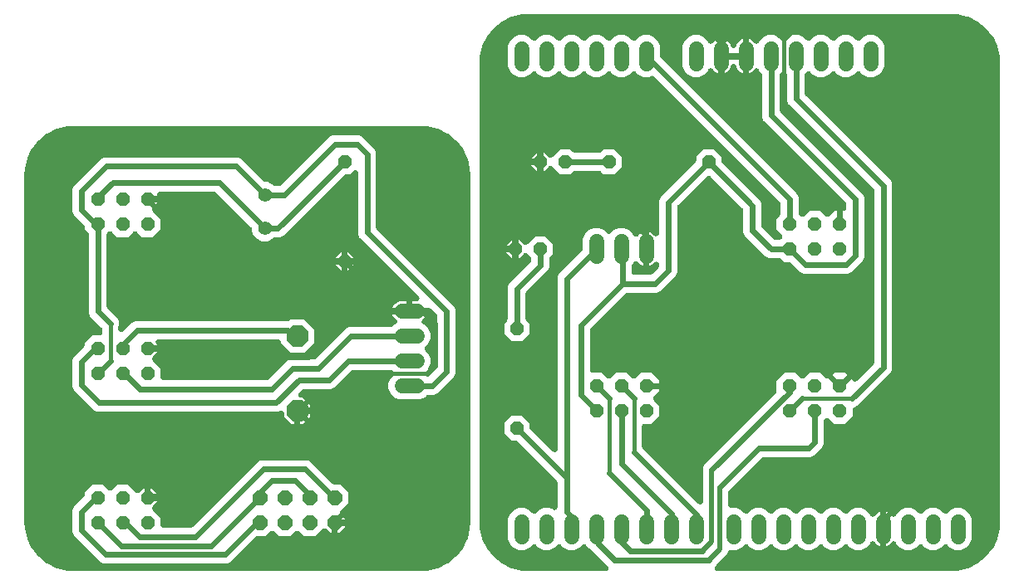
<source format=gbr>
G04 EAGLE Gerber RS-274X export*
G75*
%MOMM*%
%FSLAX34Y34*%
%LPD*%
%INBottom Copper*%
%IPPOS*%
%AMOC8*
5,1,8,0,0,1.08239X$1,22.5*%
G01*
%ADD10C,1.400000*%
%ADD11P,1.429621X8X112.500000*%
%ADD12P,1.539592X8X22.500000*%
%ADD13C,1.524000*%
%ADD14P,1.649562X8X22.500000*%
%ADD15P,2.336880X8X112.500000*%
%ADD16C,1.508000*%
%ADD17P,1.429621X8X202.500000*%
%ADD18P,1.429621X8X292.500000*%
%ADD19C,0.609600*%
%ADD20C,0.406400*%
%ADD21C,0.508000*%

G36*
X406505Y1533D02*
X406505Y1533D01*
X406571Y1530D01*
X411747Y1820D01*
X412235Y1888D01*
X412246Y1891D01*
X412254Y1892D01*
X422346Y4195D01*
X422347Y4195D01*
X422348Y4196D01*
X422817Y4344D01*
X422922Y4397D01*
X422990Y4421D01*
X432317Y8912D01*
X432318Y8913D01*
X432743Y9161D01*
X432833Y9237D01*
X432895Y9275D01*
X440988Y15729D01*
X440988Y15730D01*
X440989Y15730D01*
X441348Y16067D01*
X441419Y16161D01*
X441471Y16212D01*
X447925Y24305D01*
X447925Y24306D01*
X448200Y24715D01*
X448249Y24822D01*
X448288Y24883D01*
X452779Y34210D01*
X452780Y34211D01*
X452957Y34670D01*
X452981Y34785D01*
X453005Y34854D01*
X455308Y44946D01*
X455379Y45434D01*
X455378Y45445D01*
X455380Y45453D01*
X455670Y50629D01*
X455668Y50734D01*
X455675Y50800D01*
X455675Y406400D01*
X455667Y406505D01*
X455670Y406571D01*
X455380Y411747D01*
X455312Y412235D01*
X455309Y412246D01*
X455308Y412254D01*
X453005Y422346D01*
X453005Y422347D01*
X453004Y422348D01*
X452856Y422817D01*
X452803Y422922D01*
X452779Y422990D01*
X448288Y432317D01*
X448287Y432318D01*
X448039Y432743D01*
X447963Y432833D01*
X447925Y432895D01*
X441471Y440988D01*
X441470Y440988D01*
X441470Y440989D01*
X441133Y441348D01*
X441039Y441419D01*
X440988Y441471D01*
X432895Y447925D01*
X432894Y447925D01*
X432893Y447926D01*
X432800Y447988D01*
X432711Y448060D01*
X432595Y448126D01*
X432485Y448200D01*
X432382Y448248D01*
X432372Y448253D01*
X432317Y448288D01*
X422990Y452779D01*
X422989Y452780D01*
X422530Y452957D01*
X422415Y452981D01*
X422346Y453005D01*
X412254Y455308D01*
X411766Y455379D01*
X411755Y455378D01*
X411747Y455380D01*
X406571Y455670D01*
X406466Y455668D01*
X406400Y455675D01*
X50800Y455675D01*
X50695Y455667D01*
X50629Y455670D01*
X45453Y455380D01*
X44965Y455312D01*
X44954Y455309D01*
X44946Y455308D01*
X34854Y453005D01*
X34853Y453005D01*
X34852Y453004D01*
X34383Y452856D01*
X34278Y452803D01*
X34210Y452779D01*
X24883Y448288D01*
X24882Y448287D01*
X24457Y448039D01*
X24367Y447963D01*
X24305Y447925D01*
X16212Y441471D01*
X16212Y441470D01*
X16211Y441470D01*
X15852Y441133D01*
X15781Y441039D01*
X15729Y440988D01*
X9275Y432895D01*
X9275Y432894D01*
X9000Y432485D01*
X8951Y432378D01*
X8912Y432317D01*
X4421Y422990D01*
X4420Y422989D01*
X4243Y422530D01*
X4219Y422415D01*
X4195Y422346D01*
X1892Y412254D01*
X1821Y411766D01*
X1822Y411755D01*
X1820Y411747D01*
X1530Y406571D01*
X1532Y406466D01*
X1525Y406400D01*
X1525Y50800D01*
X1533Y50695D01*
X1530Y50629D01*
X1820Y45453D01*
X1888Y44965D01*
X1891Y44954D01*
X1892Y44946D01*
X4195Y34854D01*
X4195Y34853D01*
X4196Y34852D01*
X4344Y34383D01*
X4397Y34278D01*
X4421Y34210D01*
X8912Y24883D01*
X8913Y24882D01*
X9161Y24457D01*
X9237Y24367D01*
X9275Y24305D01*
X15729Y16212D01*
X15730Y16212D01*
X15730Y16211D01*
X16067Y15852D01*
X16161Y15781D01*
X16212Y15729D01*
X24305Y9275D01*
X24306Y9275D01*
X24715Y9000D01*
X24822Y8951D01*
X24883Y8912D01*
X34210Y4421D01*
X34211Y4420D01*
X34670Y4243D01*
X34785Y4219D01*
X34854Y4195D01*
X44946Y1892D01*
X45434Y1821D01*
X45445Y1822D01*
X45453Y1820D01*
X50629Y1530D01*
X50734Y1532D01*
X50800Y1525D01*
X406400Y1525D01*
X406505Y1533D01*
G37*
G36*
X593539Y1528D02*
X593539Y1528D01*
X593577Y1526D01*
X593785Y1548D01*
X593993Y1565D01*
X594030Y1574D01*
X594068Y1578D01*
X594269Y1633D01*
X594472Y1683D01*
X594507Y1698D01*
X594543Y1709D01*
X594733Y1796D01*
X594925Y1878D01*
X594957Y1898D01*
X594992Y1914D01*
X595165Y2031D01*
X595341Y2143D01*
X595369Y2168D01*
X595401Y2190D01*
X595553Y2333D01*
X595709Y2472D01*
X595733Y2501D01*
X595761Y2527D01*
X595888Y2693D01*
X596019Y2856D01*
X596038Y2889D01*
X596061Y2919D01*
X596160Y3103D01*
X596263Y3284D01*
X596276Y3320D01*
X596294Y3354D01*
X596362Y3551D01*
X596434Y3747D01*
X596442Y3784D01*
X596454Y3820D01*
X596489Y4027D01*
X596529Y4231D01*
X596530Y4269D01*
X596537Y4307D01*
X596538Y4516D01*
X596544Y4724D01*
X596539Y4762D01*
X596540Y4800D01*
X596507Y5007D01*
X596480Y5213D01*
X596469Y5250D01*
X596463Y5287D01*
X596398Y5486D01*
X596338Y5685D01*
X596321Y5720D01*
X596309Y5756D01*
X596212Y5941D01*
X596121Y6129D01*
X596099Y6160D01*
X596081Y6194D01*
X596023Y6266D01*
X595835Y6531D01*
X595714Y6653D01*
X595656Y6727D01*
X579449Y22934D01*
X578140Y24242D01*
X578133Y24248D01*
X578127Y24256D01*
X577943Y24410D01*
X577764Y24561D01*
X577756Y24566D01*
X577749Y24573D01*
X577713Y24593D01*
X577342Y24816D01*
X577220Y24865D01*
X577152Y24903D01*
X576430Y25202D01*
X573655Y27977D01*
X573597Y28026D01*
X573544Y28082D01*
X573409Y28186D01*
X573279Y28296D01*
X573214Y28336D01*
X573153Y28382D01*
X573003Y28463D01*
X572856Y28551D01*
X572785Y28579D01*
X572718Y28615D01*
X572557Y28671D01*
X572398Y28734D01*
X572324Y28750D01*
X572252Y28775D01*
X572083Y28804D01*
X571916Y28841D01*
X571840Y28845D01*
X571765Y28858D01*
X571594Y28859D01*
X571424Y28868D01*
X571348Y28860D01*
X571272Y28861D01*
X571103Y28834D01*
X570933Y28816D01*
X570860Y28796D01*
X570785Y28784D01*
X570622Y28731D01*
X570458Y28686D01*
X570388Y28654D01*
X570316Y28630D01*
X570165Y28551D01*
X570009Y28480D01*
X569946Y28437D01*
X569878Y28402D01*
X569796Y28336D01*
X569600Y28204D01*
X569428Y28043D01*
X569345Y27977D01*
X566570Y25201D01*
X561528Y23113D01*
X556072Y23113D01*
X551030Y25202D01*
X548255Y27977D01*
X548197Y28026D01*
X548144Y28082D01*
X548009Y28186D01*
X547879Y28296D01*
X547814Y28336D01*
X547753Y28382D01*
X547603Y28463D01*
X547456Y28551D01*
X547385Y28579D01*
X547318Y28615D01*
X547157Y28671D01*
X546998Y28734D01*
X546924Y28750D01*
X546852Y28775D01*
X546683Y28804D01*
X546516Y28841D01*
X546440Y28845D01*
X546365Y28858D01*
X546194Y28859D01*
X546024Y28868D01*
X545948Y28860D01*
X545872Y28861D01*
X545703Y28834D01*
X545533Y28816D01*
X545460Y28796D01*
X545385Y28784D01*
X545222Y28731D01*
X545058Y28686D01*
X544988Y28654D01*
X544916Y28630D01*
X544765Y28551D01*
X544609Y28480D01*
X544546Y28437D01*
X544478Y28402D01*
X544396Y28336D01*
X544200Y28204D01*
X544028Y28043D01*
X543945Y27977D01*
X541170Y25201D01*
X536128Y23113D01*
X530672Y23113D01*
X525630Y25202D01*
X522855Y27977D01*
X522797Y28026D01*
X522744Y28082D01*
X522609Y28186D01*
X522479Y28296D01*
X522414Y28336D01*
X522353Y28382D01*
X522203Y28463D01*
X522056Y28551D01*
X521985Y28579D01*
X521918Y28615D01*
X521757Y28671D01*
X521598Y28734D01*
X521524Y28750D01*
X521452Y28775D01*
X521283Y28804D01*
X521116Y28841D01*
X521040Y28845D01*
X520965Y28858D01*
X520794Y28859D01*
X520624Y28868D01*
X520548Y28860D01*
X520472Y28861D01*
X520303Y28834D01*
X520133Y28816D01*
X520060Y28796D01*
X519985Y28784D01*
X519822Y28731D01*
X519658Y28686D01*
X519588Y28654D01*
X519516Y28630D01*
X519365Y28551D01*
X519209Y28480D01*
X519146Y28437D01*
X519078Y28402D01*
X518996Y28336D01*
X518800Y28204D01*
X518628Y28043D01*
X518545Y27977D01*
X515770Y25201D01*
X510728Y23113D01*
X505272Y23113D01*
X500230Y25202D01*
X496372Y29060D01*
X494283Y34102D01*
X494283Y54798D01*
X496372Y59840D01*
X500230Y63698D01*
X505272Y65787D01*
X510728Y65787D01*
X515770Y63699D01*
X518545Y60923D01*
X518603Y60874D01*
X518655Y60818D01*
X518791Y60714D01*
X518921Y60604D01*
X518987Y60564D01*
X519047Y60518D01*
X519197Y60437D01*
X519344Y60349D01*
X519414Y60321D01*
X519482Y60285D01*
X519643Y60229D01*
X519802Y60166D01*
X519876Y60150D01*
X519948Y60125D01*
X520117Y60096D01*
X520283Y60059D01*
X520360Y60055D01*
X520435Y60042D01*
X520606Y60041D01*
X520776Y60032D01*
X520852Y60040D01*
X520928Y60039D01*
X521097Y60066D01*
X521267Y60084D01*
X521340Y60104D01*
X521415Y60116D01*
X521578Y60169D01*
X521742Y60214D01*
X521812Y60246D01*
X521884Y60270D01*
X522036Y60349D01*
X522191Y60420D01*
X522254Y60463D01*
X522322Y60498D01*
X522404Y60564D01*
X522600Y60696D01*
X522772Y60858D01*
X522855Y60923D01*
X525630Y63698D01*
X530672Y65787D01*
X536128Y65787D01*
X540362Y64033D01*
X540533Y63978D01*
X540703Y63915D01*
X540768Y63902D01*
X540831Y63882D01*
X541010Y63855D01*
X541187Y63820D01*
X541253Y63818D01*
X541319Y63808D01*
X541500Y63811D01*
X541680Y63805D01*
X541746Y63814D01*
X541813Y63815D01*
X541990Y63846D01*
X542169Y63869D01*
X542233Y63889D01*
X542298Y63900D01*
X542468Y63960D01*
X542642Y64012D01*
X542701Y64041D01*
X542764Y64063D01*
X542922Y64149D01*
X543085Y64229D01*
X543139Y64267D01*
X543197Y64299D01*
X543340Y64410D01*
X543487Y64514D01*
X543534Y64561D01*
X543587Y64602D01*
X543710Y64734D01*
X543838Y64861D01*
X543877Y64915D01*
X543922Y64964D01*
X544022Y65114D01*
X544128Y65260D01*
X544158Y65319D01*
X544195Y65375D01*
X544269Y65539D01*
X544351Y65700D01*
X544371Y65764D01*
X544398Y65824D01*
X544445Y65998D01*
X544499Y66171D01*
X544505Y66223D01*
X544526Y66301D01*
X544575Y66792D01*
X544573Y66825D01*
X544575Y66848D01*
X544575Y91470D01*
X544566Y91584D01*
X544567Y91698D01*
X544546Y91829D01*
X544535Y91962D01*
X544508Y92072D01*
X544490Y92185D01*
X544449Y92312D01*
X544417Y92440D01*
X544372Y92545D01*
X544336Y92654D01*
X544274Y92772D01*
X544222Y92894D01*
X544161Y92990D01*
X544108Y93091D01*
X544049Y93165D01*
X543957Y93310D01*
X543741Y93552D01*
X543683Y93625D01*
X503581Y133727D01*
X503494Y133801D01*
X503413Y133882D01*
X503306Y133960D01*
X503205Y134046D01*
X503107Y134105D01*
X503015Y134172D01*
X502896Y134232D01*
X502782Y134301D01*
X502676Y134343D01*
X502574Y134395D01*
X502447Y134435D01*
X502324Y134484D01*
X502213Y134509D01*
X502104Y134543D01*
X502010Y134553D01*
X501842Y134591D01*
X501518Y134609D01*
X501426Y134619D01*
X497659Y134619D01*
X490219Y142059D01*
X490219Y152581D01*
X497659Y160021D01*
X508181Y160021D01*
X515621Y152581D01*
X515621Y148814D01*
X515630Y148700D01*
X515629Y148586D01*
X515650Y148455D01*
X515661Y148322D01*
X515688Y148212D01*
X515706Y148099D01*
X515747Y147972D01*
X515779Y147844D01*
X515824Y147739D01*
X515860Y147630D01*
X515922Y147512D01*
X515974Y147390D01*
X516035Y147294D01*
X516088Y147193D01*
X516147Y147119D01*
X516239Y146974D01*
X516455Y146732D01*
X516513Y146659D01*
X539373Y123799D01*
X539402Y123775D01*
X539428Y123746D01*
X539590Y123615D01*
X539749Y123480D01*
X539782Y123460D01*
X539812Y123436D01*
X539992Y123333D01*
X540172Y123225D01*
X540207Y123211D01*
X540240Y123192D01*
X540436Y123120D01*
X540630Y123042D01*
X540667Y123034D01*
X540703Y123021D01*
X540908Y122981D01*
X541112Y122935D01*
X541150Y122933D01*
X541187Y122926D01*
X541395Y122919D01*
X541604Y122908D01*
X541642Y122912D01*
X541680Y122911D01*
X541887Y122938D01*
X542095Y122960D01*
X542131Y122970D01*
X542169Y122975D01*
X542369Y123035D01*
X542570Y123091D01*
X542605Y123106D01*
X542642Y123117D01*
X542829Y123209D01*
X543019Y123296D01*
X543051Y123318D01*
X543085Y123334D01*
X543255Y123455D01*
X543428Y123572D01*
X543456Y123598D01*
X543487Y123620D01*
X543636Y123767D01*
X543788Y123910D01*
X543811Y123940D01*
X543838Y123967D01*
X543961Y124135D01*
X544088Y124301D01*
X544106Y124334D01*
X544128Y124365D01*
X544222Y124552D01*
X544321Y124736D01*
X544333Y124772D01*
X544351Y124806D01*
X544413Y125005D01*
X544481Y125202D01*
X544487Y125240D01*
X544499Y125276D01*
X544509Y125369D01*
X544564Y125689D01*
X544565Y125861D01*
X544575Y125954D01*
X544575Y301539D01*
X545967Y304900D01*
X569671Y328603D01*
X569745Y328690D01*
X569826Y328771D01*
X569904Y328878D01*
X569990Y328979D01*
X570049Y329077D01*
X570116Y329169D01*
X570176Y329288D01*
X570245Y329402D01*
X570287Y329508D01*
X570339Y329610D01*
X570379Y329737D01*
X570428Y329860D01*
X570453Y329971D01*
X570487Y330080D01*
X570497Y330174D01*
X570535Y330342D01*
X570553Y330666D01*
X570563Y330758D01*
X570563Y340453D01*
X572639Y345465D01*
X576475Y349301D01*
X581487Y351377D01*
X586913Y351377D01*
X591925Y349301D01*
X594745Y346480D01*
X594803Y346431D01*
X594855Y346375D01*
X594991Y346271D01*
X595121Y346161D01*
X595187Y346121D01*
X595247Y346075D01*
X595397Y345994D01*
X595544Y345906D01*
X595614Y345878D01*
X595682Y345842D01*
X595843Y345786D01*
X596002Y345723D01*
X596076Y345706D01*
X596148Y345682D01*
X596317Y345653D01*
X596483Y345616D01*
X596560Y345612D01*
X596635Y345599D01*
X596806Y345598D01*
X596976Y345588D01*
X597052Y345596D01*
X597128Y345596D01*
X597297Y345623D01*
X597467Y345641D01*
X597540Y345661D01*
X597615Y345673D01*
X597778Y345726D01*
X597942Y345771D01*
X598012Y345803D01*
X598084Y345827D01*
X598236Y345906D01*
X598391Y345977D01*
X598454Y346020D01*
X598522Y346055D01*
X598604Y346120D01*
X598800Y346252D01*
X598972Y346414D01*
X599055Y346480D01*
X601875Y349301D01*
X606887Y351377D01*
X612313Y351377D01*
X617325Y349301D01*
X621161Y345465D01*
X621617Y344363D01*
X621696Y344209D01*
X621767Y344052D01*
X621808Y343990D01*
X621842Y343924D01*
X621945Y343785D01*
X622040Y343641D01*
X622091Y343587D01*
X622135Y343527D01*
X622259Y343406D01*
X622376Y343280D01*
X622435Y343235D01*
X622488Y343183D01*
X622630Y343083D01*
X622766Y342978D01*
X622831Y342942D01*
X622892Y342900D01*
X623048Y342825D01*
X623200Y342742D01*
X623270Y342718D01*
X623337Y342686D01*
X623502Y342637D01*
X623666Y342580D01*
X623739Y342567D01*
X623810Y342546D01*
X623982Y342525D01*
X624152Y342495D01*
X624226Y342494D01*
X624299Y342485D01*
X624472Y342491D01*
X624645Y342489D01*
X624718Y342501D01*
X624792Y342503D01*
X624962Y342538D01*
X625133Y342564D01*
X625203Y342586D01*
X625276Y342601D01*
X625438Y342662D01*
X625602Y342716D01*
X625668Y342749D01*
X625737Y342776D01*
X625887Y342862D01*
X626041Y342941D01*
X626100Y342985D01*
X626165Y343022D01*
X626299Y343132D01*
X626437Y343235D01*
X626477Y343278D01*
X626546Y343335D01*
X626873Y343705D01*
X626886Y343725D01*
X626897Y343738D01*
X627311Y344307D01*
X628433Y345429D01*
X629717Y346362D01*
X631130Y347082D01*
X631953Y347349D01*
X631953Y330200D01*
X631953Y313051D01*
X631130Y313318D01*
X629717Y314038D01*
X628433Y314971D01*
X627311Y316093D01*
X626897Y316662D01*
X626785Y316793D01*
X626679Y316930D01*
X626624Y316980D01*
X626576Y317036D01*
X626444Y317147D01*
X626317Y317265D01*
X626255Y317306D01*
X626199Y317354D01*
X626050Y317442D01*
X625906Y317538D01*
X625838Y317568D01*
X625775Y317606D01*
X625614Y317670D01*
X625456Y317741D01*
X625385Y317760D01*
X625316Y317787D01*
X625147Y317824D01*
X624980Y317868D01*
X624906Y317876D01*
X624834Y317891D01*
X624661Y317900D01*
X624489Y317917D01*
X624415Y317913D01*
X624341Y317917D01*
X624169Y317897D01*
X623996Y317887D01*
X623924Y317870D01*
X623851Y317862D01*
X623684Y317815D01*
X623516Y317777D01*
X623447Y317749D01*
X623376Y317729D01*
X623219Y317656D01*
X623059Y317591D01*
X622995Y317552D01*
X622928Y317521D01*
X622785Y317424D01*
X622638Y317334D01*
X622582Y317285D01*
X622520Y317244D01*
X622395Y317124D01*
X622264Y317012D01*
X622216Y316955D01*
X622162Y316904D01*
X622058Y316766D01*
X621947Y316634D01*
X621919Y316583D01*
X621864Y316511D01*
X621633Y316075D01*
X621625Y316052D01*
X621617Y316037D01*
X621161Y314935D01*
X620907Y314682D01*
X620833Y314595D01*
X620752Y314515D01*
X620674Y314407D01*
X620588Y314306D01*
X620529Y314208D01*
X620462Y314116D01*
X620402Y313998D01*
X620333Y313883D01*
X620291Y313777D01*
X620239Y313675D01*
X620199Y313549D01*
X620150Y313425D01*
X620125Y313314D01*
X620091Y313205D01*
X620081Y313111D01*
X620043Y312944D01*
X620025Y312619D01*
X620015Y312527D01*
X620015Y306832D01*
X620021Y306756D01*
X620019Y306680D01*
X620041Y306511D01*
X620055Y306340D01*
X620073Y306266D01*
X620083Y306191D01*
X620132Y306027D01*
X620173Y305861D01*
X620203Y305792D01*
X620225Y305718D01*
X620301Y305565D01*
X620368Y305408D01*
X620409Y305344D01*
X620442Y305275D01*
X620541Y305136D01*
X620633Y304992D01*
X620684Y304935D01*
X620728Y304873D01*
X620848Y304752D01*
X620962Y304624D01*
X621021Y304576D01*
X621075Y304522D01*
X621213Y304421D01*
X621346Y304314D01*
X621412Y304277D01*
X621473Y304232D01*
X621626Y304155D01*
X621774Y304070D01*
X621846Y304044D01*
X621914Y304009D01*
X622077Y303958D01*
X622237Y303899D01*
X622312Y303884D01*
X622384Y303861D01*
X622489Y303849D01*
X622721Y303804D01*
X622957Y303797D01*
X623062Y303785D01*
X638840Y303785D01*
X638954Y303794D01*
X639068Y303793D01*
X639199Y303814D01*
X639332Y303825D01*
X639442Y303852D01*
X639555Y303870D01*
X639682Y303911D01*
X639810Y303943D01*
X639915Y303988D01*
X640024Y304024D01*
X640142Y304086D01*
X640264Y304138D01*
X640360Y304199D01*
X640461Y304252D01*
X640535Y304311D01*
X640680Y304403D01*
X640922Y304619D01*
X640995Y304677D01*
X647188Y310870D01*
X647262Y310957D01*
X647343Y311038D01*
X647421Y311145D01*
X647507Y311246D01*
X647566Y311344D01*
X647633Y311436D01*
X647693Y311555D01*
X647762Y311669D01*
X647804Y311775D01*
X647856Y311877D01*
X647896Y312004D01*
X647945Y312127D01*
X647970Y312238D01*
X648004Y312347D01*
X648014Y312441D01*
X648052Y312609D01*
X648070Y312933D01*
X648080Y313025D01*
X648080Y314135D01*
X648078Y314166D01*
X648080Y314198D01*
X648058Y314412D01*
X648040Y314626D01*
X648033Y314657D01*
X648029Y314689D01*
X647973Y314896D01*
X647922Y315105D01*
X647909Y315135D01*
X647901Y315165D01*
X647812Y315361D01*
X647727Y315559D01*
X647710Y315586D01*
X647697Y315615D01*
X647577Y315793D01*
X647462Y315975D01*
X647441Y315998D01*
X647423Y316025D01*
X647277Y316182D01*
X647133Y316342D01*
X647108Y316363D01*
X647087Y316386D01*
X646917Y316517D01*
X646749Y316652D01*
X646722Y316668D01*
X646696Y316688D01*
X646507Y316790D01*
X646321Y316896D01*
X646291Y316908D01*
X646263Y316923D01*
X646060Y316993D01*
X645858Y317068D01*
X645827Y317074D01*
X645797Y317085D01*
X645584Y317122D01*
X645374Y317163D01*
X645342Y317164D01*
X645311Y317169D01*
X645095Y317171D01*
X644881Y317178D01*
X644849Y317174D01*
X644817Y317174D01*
X644605Y317142D01*
X644392Y317114D01*
X644361Y317104D01*
X644330Y317100D01*
X644126Y317033D01*
X643920Y316971D01*
X643891Y316957D01*
X643860Y316947D01*
X643670Y316849D01*
X643476Y316754D01*
X643450Y316736D01*
X643422Y316721D01*
X643249Y316593D01*
X643074Y316469D01*
X643051Y316446D01*
X643026Y316427D01*
X642967Y316363D01*
X642892Y316289D01*
X642859Y316262D01*
X641567Y314971D01*
X640283Y314038D01*
X638870Y313318D01*
X638047Y313051D01*
X638047Y330200D01*
X638047Y347349D01*
X638870Y347082D01*
X640283Y346362D01*
X641567Y345429D01*
X642843Y344154D01*
X642887Y344102D01*
X642911Y344081D01*
X642933Y344058D01*
X643100Y343923D01*
X643264Y343784D01*
X643292Y343768D01*
X643317Y343748D01*
X643503Y343641D01*
X643688Y343531D01*
X643717Y343519D01*
X643745Y343504D01*
X643947Y343429D01*
X644147Y343350D01*
X644178Y343343D01*
X644208Y343332D01*
X644418Y343291D01*
X644629Y343245D01*
X644661Y343243D01*
X644692Y343237D01*
X644906Y343231D01*
X645121Y343219D01*
X645153Y343223D01*
X645185Y343222D01*
X645398Y343250D01*
X645612Y343274D01*
X645643Y343282D01*
X645674Y343286D01*
X645880Y343348D01*
X646087Y343406D01*
X646116Y343420D01*
X646147Y343429D01*
X646340Y343523D01*
X646534Y343614D01*
X646561Y343632D01*
X646590Y343646D01*
X646765Y343770D01*
X646943Y343891D01*
X646966Y343913D01*
X646992Y343931D01*
X647145Y344082D01*
X647301Y344230D01*
X647320Y344255D01*
X647343Y344278D01*
X647470Y344452D01*
X647600Y344623D01*
X647614Y344651D01*
X647633Y344677D01*
X647730Y344868D01*
X647831Y345058D01*
X647841Y345089D01*
X647856Y345117D01*
X647920Y345322D01*
X647989Y345526D01*
X647994Y345557D01*
X648004Y345588D01*
X648014Y345674D01*
X648070Y346012D01*
X648070Y346175D01*
X648080Y346265D01*
X648080Y379644D01*
X649472Y383005D01*
X684907Y418439D01*
X684981Y418526D01*
X685062Y418607D01*
X685140Y418714D01*
X685226Y418815D01*
X685285Y418913D01*
X685352Y419005D01*
X685412Y419124D01*
X685481Y419238D01*
X685523Y419344D01*
X685575Y419446D01*
X685615Y419573D01*
X685664Y419696D01*
X685689Y419807D01*
X685723Y419916D01*
X685733Y420010D01*
X685771Y420178D01*
X685789Y420502D01*
X685799Y420594D01*
X685799Y424361D01*
X693239Y431801D01*
X703761Y431801D01*
X711201Y424361D01*
X711201Y420594D01*
X711210Y420480D01*
X711209Y420366D01*
X711230Y420235D01*
X711241Y420102D01*
X711268Y419992D01*
X711286Y419879D01*
X711327Y419752D01*
X711359Y419624D01*
X711404Y419519D01*
X711440Y419410D01*
X711502Y419292D01*
X711554Y419170D01*
X711615Y419074D01*
X711668Y418973D01*
X711727Y418899D01*
X711819Y418754D01*
X712035Y418512D01*
X712093Y418439D01*
X750703Y379830D01*
X752095Y376469D01*
X752095Y354300D01*
X752104Y354186D01*
X752103Y354072D01*
X752124Y353941D01*
X752135Y353808D01*
X752162Y353698D01*
X752180Y353585D01*
X752221Y353458D01*
X752253Y353330D01*
X752298Y353225D01*
X752334Y353116D01*
X752396Y352998D01*
X752448Y352876D01*
X752509Y352780D01*
X752562Y352679D01*
X752621Y352605D01*
X752713Y352460D01*
X752929Y352218D01*
X752987Y352145D01*
X764895Y340237D01*
X764982Y340163D01*
X765063Y340082D01*
X765170Y340004D01*
X765271Y339918D01*
X765369Y339859D01*
X765461Y339792D01*
X765580Y339732D01*
X765694Y339663D01*
X765800Y339621D01*
X765902Y339569D01*
X766029Y339529D01*
X766152Y339480D01*
X766263Y339455D01*
X766372Y339421D01*
X766466Y339411D01*
X766634Y339373D01*
X766958Y339355D01*
X767050Y339345D01*
X770253Y339345D01*
X770366Y339354D01*
X770480Y339353D01*
X770612Y339374D01*
X770744Y339385D01*
X770855Y339412D01*
X770968Y339430D01*
X771094Y339471D01*
X771223Y339503D01*
X771328Y339548D01*
X771436Y339584D01*
X771554Y339645D01*
X771676Y339698D01*
X771773Y339759D01*
X771874Y339812D01*
X771947Y339871D01*
X772093Y339963D01*
X772334Y340179D01*
X772407Y340237D01*
X772915Y340745D01*
X772965Y340803D01*
X773020Y340855D01*
X773124Y340991D01*
X773235Y341121D01*
X773274Y341186D01*
X773320Y341247D01*
X773401Y341397D01*
X773489Y341544D01*
X773518Y341614D01*
X773554Y341682D01*
X773609Y341844D01*
X773672Y342002D01*
X773689Y342076D01*
X773714Y342148D01*
X773742Y342317D01*
X773779Y342483D01*
X773783Y342559D01*
X773796Y342635D01*
X773797Y342806D01*
X773807Y342976D01*
X773799Y343052D01*
X773799Y343128D01*
X773773Y343297D01*
X773755Y343467D01*
X773735Y343540D01*
X773723Y343615D01*
X773669Y343778D01*
X773624Y343942D01*
X773592Y344011D01*
X773568Y344084D01*
X773489Y344236D01*
X773418Y344391D01*
X773376Y344454D01*
X773341Y344522D01*
X773275Y344604D01*
X773143Y344800D01*
X772981Y344972D01*
X772915Y345055D01*
X767841Y350129D01*
X767841Y361071D01*
X771013Y364243D01*
X771087Y364330D01*
X771168Y364410D01*
X771246Y364517D01*
X771332Y364619D01*
X771391Y364717D01*
X771458Y364809D01*
X771518Y364927D01*
X771587Y365041D01*
X771629Y365147D01*
X771681Y365249D01*
X771721Y365376D01*
X771770Y365499D01*
X771795Y365611D01*
X771829Y365720D01*
X771839Y365813D01*
X771877Y365981D01*
X771895Y366305D01*
X771905Y366397D01*
X771905Y375950D01*
X771896Y376064D01*
X771897Y376178D01*
X771876Y376309D01*
X771865Y376442D01*
X771838Y376552D01*
X771820Y376665D01*
X771779Y376792D01*
X771747Y376920D01*
X771702Y377025D01*
X771666Y377134D01*
X771604Y377252D01*
X771552Y377374D01*
X771491Y377470D01*
X771438Y377571D01*
X771379Y377645D01*
X771287Y377790D01*
X771071Y378032D01*
X771013Y378105D01*
X643182Y505936D01*
X643015Y506078D01*
X642851Y506222D01*
X642827Y506237D01*
X642806Y506255D01*
X642618Y506369D01*
X642434Y506484D01*
X642408Y506495D01*
X642383Y506510D01*
X642180Y506591D01*
X641979Y506676D01*
X641951Y506683D01*
X641925Y506693D01*
X641712Y506740D01*
X641499Y506792D01*
X641471Y506794D01*
X641443Y506800D01*
X641225Y506812D01*
X641007Y506828D01*
X640979Y506826D01*
X640951Y506827D01*
X640733Y506804D01*
X640516Y506785D01*
X640494Y506779D01*
X640460Y506775D01*
X639984Y506645D01*
X639911Y506611D01*
X639861Y506596D01*
X637728Y505713D01*
X632272Y505713D01*
X627230Y507801D01*
X624455Y510577D01*
X624397Y510626D01*
X624345Y510682D01*
X624209Y510786D01*
X624079Y510896D01*
X624013Y510936D01*
X623953Y510982D01*
X623803Y511063D01*
X623656Y511151D01*
X623586Y511179D01*
X623518Y511215D01*
X623357Y511271D01*
X623198Y511334D01*
X623124Y511350D01*
X623052Y511375D01*
X622883Y511404D01*
X622717Y511441D01*
X622640Y511445D01*
X622565Y511458D01*
X622394Y511459D01*
X622224Y511468D01*
X622148Y511460D01*
X622072Y511461D01*
X621903Y511434D01*
X621733Y511416D01*
X621660Y511396D01*
X621585Y511384D01*
X621422Y511331D01*
X621258Y511286D01*
X621188Y511254D01*
X621116Y511230D01*
X620964Y511151D01*
X620809Y511080D01*
X620746Y511037D01*
X620678Y511002D01*
X620596Y510936D01*
X620400Y510804D01*
X620228Y510642D01*
X620145Y510577D01*
X617370Y507802D01*
X612328Y505713D01*
X606872Y505713D01*
X601830Y507801D01*
X599055Y510577D01*
X598997Y510626D01*
X598945Y510682D01*
X598809Y510786D01*
X598679Y510896D01*
X598613Y510936D01*
X598553Y510982D01*
X598403Y511063D01*
X598256Y511151D01*
X598186Y511179D01*
X598118Y511215D01*
X597957Y511271D01*
X597798Y511334D01*
X597724Y511350D01*
X597652Y511375D01*
X597483Y511404D01*
X597317Y511441D01*
X597240Y511445D01*
X597165Y511458D01*
X596994Y511459D01*
X596824Y511468D01*
X596748Y511460D01*
X596672Y511461D01*
X596503Y511434D01*
X596333Y511416D01*
X596260Y511396D01*
X596185Y511384D01*
X596022Y511331D01*
X595858Y511286D01*
X595788Y511254D01*
X595716Y511230D01*
X595564Y511151D01*
X595409Y511080D01*
X595346Y511037D01*
X595278Y511002D01*
X595196Y510936D01*
X595000Y510804D01*
X594828Y510642D01*
X594745Y510577D01*
X591970Y507802D01*
X586928Y505713D01*
X581472Y505713D01*
X576430Y507801D01*
X573655Y510577D01*
X573597Y510626D01*
X573545Y510682D01*
X573409Y510786D01*
X573279Y510896D01*
X573213Y510936D01*
X573153Y510982D01*
X573003Y511063D01*
X572856Y511151D01*
X572786Y511179D01*
X572718Y511215D01*
X572557Y511271D01*
X572398Y511334D01*
X572324Y511350D01*
X572252Y511375D01*
X572083Y511404D01*
X571917Y511441D01*
X571840Y511445D01*
X571765Y511458D01*
X571594Y511459D01*
X571424Y511468D01*
X571348Y511460D01*
X571272Y511461D01*
X571103Y511434D01*
X570933Y511416D01*
X570860Y511396D01*
X570785Y511384D01*
X570622Y511331D01*
X570458Y511286D01*
X570388Y511254D01*
X570316Y511230D01*
X570164Y511151D01*
X570009Y511080D01*
X569946Y511037D01*
X569878Y511002D01*
X569796Y510936D01*
X569600Y510804D01*
X569428Y510642D01*
X569345Y510577D01*
X566570Y507802D01*
X561528Y505713D01*
X556072Y505713D01*
X551030Y507801D01*
X548255Y510577D01*
X548197Y510626D01*
X548145Y510682D01*
X548009Y510786D01*
X547879Y510896D01*
X547813Y510936D01*
X547753Y510982D01*
X547603Y511063D01*
X547456Y511151D01*
X547386Y511179D01*
X547318Y511215D01*
X547157Y511271D01*
X546998Y511334D01*
X546924Y511350D01*
X546852Y511375D01*
X546683Y511404D01*
X546517Y511441D01*
X546440Y511445D01*
X546365Y511458D01*
X546194Y511459D01*
X546024Y511468D01*
X545948Y511460D01*
X545872Y511461D01*
X545703Y511434D01*
X545533Y511416D01*
X545460Y511396D01*
X545385Y511384D01*
X545222Y511331D01*
X545058Y511286D01*
X544988Y511254D01*
X544916Y511230D01*
X544764Y511151D01*
X544609Y511080D01*
X544546Y511037D01*
X544478Y511002D01*
X544396Y510936D01*
X544200Y510804D01*
X544028Y510642D01*
X543945Y510577D01*
X541170Y507802D01*
X536128Y505713D01*
X530672Y505713D01*
X525630Y507801D01*
X522855Y510577D01*
X522797Y510626D01*
X522745Y510682D01*
X522609Y510786D01*
X522479Y510896D01*
X522413Y510936D01*
X522353Y510982D01*
X522203Y511063D01*
X522056Y511151D01*
X521986Y511179D01*
X521918Y511215D01*
X521757Y511271D01*
X521598Y511334D01*
X521524Y511350D01*
X521452Y511375D01*
X521283Y511404D01*
X521117Y511441D01*
X521040Y511445D01*
X520965Y511458D01*
X520794Y511459D01*
X520624Y511468D01*
X520548Y511460D01*
X520472Y511461D01*
X520303Y511434D01*
X520133Y511416D01*
X520060Y511396D01*
X519985Y511384D01*
X519822Y511331D01*
X519658Y511286D01*
X519588Y511254D01*
X519516Y511230D01*
X519364Y511151D01*
X519209Y511080D01*
X519146Y511037D01*
X519078Y511002D01*
X518996Y510936D01*
X518800Y510804D01*
X518628Y510642D01*
X518545Y510577D01*
X515770Y507802D01*
X510728Y505713D01*
X505272Y505713D01*
X500230Y507802D01*
X496372Y511660D01*
X494283Y516702D01*
X494283Y537398D01*
X496372Y542440D01*
X500230Y546298D01*
X505272Y548387D01*
X510728Y548387D01*
X515770Y546298D01*
X518545Y543523D01*
X518603Y543474D01*
X518656Y543418D01*
X518791Y543314D01*
X518921Y543204D01*
X518986Y543164D01*
X519047Y543118D01*
X519197Y543037D01*
X519344Y542949D01*
X519415Y542921D01*
X519482Y542885D01*
X519643Y542829D01*
X519802Y542766D01*
X519876Y542750D01*
X519948Y542725D01*
X520117Y542696D01*
X520284Y542659D01*
X520360Y542655D01*
X520435Y542642D01*
X520606Y542641D01*
X520776Y542632D01*
X520852Y542640D01*
X520928Y542639D01*
X521097Y542666D01*
X521267Y542684D01*
X521340Y542704D01*
X521415Y542716D01*
X521578Y542769D01*
X521742Y542814D01*
X521812Y542846D01*
X521884Y542870D01*
X522035Y542949D01*
X522191Y543020D01*
X522254Y543063D01*
X522322Y543098D01*
X522404Y543164D01*
X522600Y543296D01*
X522772Y543457D01*
X522855Y543523D01*
X525630Y546299D01*
X530672Y548387D01*
X536128Y548387D01*
X541170Y546298D01*
X543945Y543523D01*
X544003Y543474D01*
X544056Y543418D01*
X544191Y543314D01*
X544321Y543204D01*
X544386Y543164D01*
X544447Y543118D01*
X544597Y543037D01*
X544744Y542949D01*
X544815Y542921D01*
X544882Y542885D01*
X545043Y542829D01*
X545202Y542766D01*
X545276Y542750D01*
X545348Y542725D01*
X545517Y542696D01*
X545684Y542659D01*
X545760Y542655D01*
X545835Y542642D01*
X546006Y542641D01*
X546176Y542632D01*
X546252Y542640D01*
X546328Y542639D01*
X546497Y542666D01*
X546667Y542684D01*
X546740Y542704D01*
X546815Y542716D01*
X546978Y542769D01*
X547142Y542814D01*
X547212Y542846D01*
X547284Y542870D01*
X547435Y542949D01*
X547591Y543020D01*
X547654Y543063D01*
X547722Y543098D01*
X547804Y543164D01*
X548000Y543296D01*
X548172Y543457D01*
X548255Y543523D01*
X551030Y546299D01*
X556072Y548387D01*
X561528Y548387D01*
X566570Y546298D01*
X569345Y543523D01*
X569403Y543474D01*
X569456Y543418D01*
X569591Y543314D01*
X569721Y543204D01*
X569786Y543164D01*
X569847Y543118D01*
X569997Y543037D01*
X570144Y542949D01*
X570215Y542921D01*
X570282Y542885D01*
X570443Y542829D01*
X570602Y542766D01*
X570676Y542750D01*
X570748Y542725D01*
X570917Y542696D01*
X571084Y542659D01*
X571160Y542655D01*
X571235Y542642D01*
X571406Y542641D01*
X571576Y542632D01*
X571652Y542640D01*
X571728Y542639D01*
X571897Y542666D01*
X572067Y542684D01*
X572140Y542704D01*
X572215Y542716D01*
X572378Y542769D01*
X572542Y542814D01*
X572612Y542846D01*
X572684Y542870D01*
X572835Y542949D01*
X572991Y543020D01*
X573054Y543063D01*
X573122Y543098D01*
X573204Y543164D01*
X573400Y543296D01*
X573572Y543457D01*
X573655Y543523D01*
X576430Y546299D01*
X581472Y548387D01*
X586928Y548387D01*
X591970Y546298D01*
X594745Y543523D01*
X594803Y543474D01*
X594856Y543418D01*
X594991Y543314D01*
X595121Y543204D01*
X595186Y543164D01*
X595247Y543118D01*
X595397Y543037D01*
X595544Y542949D01*
X595615Y542921D01*
X595682Y542885D01*
X595843Y542829D01*
X596002Y542766D01*
X596076Y542750D01*
X596148Y542725D01*
X596317Y542696D01*
X596484Y542659D01*
X596560Y542655D01*
X596635Y542642D01*
X596806Y542641D01*
X596976Y542632D01*
X597052Y542640D01*
X597128Y542639D01*
X597297Y542666D01*
X597467Y542684D01*
X597540Y542704D01*
X597615Y542716D01*
X597778Y542769D01*
X597942Y542814D01*
X598012Y542846D01*
X598084Y542870D01*
X598235Y542949D01*
X598391Y543020D01*
X598454Y543063D01*
X598522Y543098D01*
X598604Y543164D01*
X598800Y543296D01*
X598972Y543457D01*
X599055Y543523D01*
X601830Y546299D01*
X606872Y548387D01*
X612328Y548387D01*
X617370Y546298D01*
X620145Y543523D01*
X620203Y543474D01*
X620256Y543418D01*
X620391Y543314D01*
X620521Y543204D01*
X620586Y543164D01*
X620647Y543118D01*
X620797Y543037D01*
X620944Y542949D01*
X621015Y542921D01*
X621082Y542885D01*
X621243Y542829D01*
X621402Y542766D01*
X621476Y542750D01*
X621548Y542725D01*
X621717Y542696D01*
X621884Y542659D01*
X621960Y542655D01*
X622035Y542642D01*
X622206Y542641D01*
X622376Y542632D01*
X622452Y542640D01*
X622528Y542639D01*
X622697Y542666D01*
X622867Y542684D01*
X622940Y542704D01*
X623015Y542716D01*
X623178Y542769D01*
X623342Y542814D01*
X623412Y542846D01*
X623484Y542870D01*
X623635Y542949D01*
X623791Y543020D01*
X623854Y543063D01*
X623922Y543098D01*
X624004Y543164D01*
X624200Y543296D01*
X624372Y543457D01*
X624455Y543523D01*
X627230Y546299D01*
X632272Y548387D01*
X637728Y548387D01*
X642770Y546298D01*
X646628Y542440D01*
X648717Y537398D01*
X648717Y527528D01*
X648726Y527414D01*
X648725Y527300D01*
X648746Y527169D01*
X648757Y527036D01*
X648784Y526926D01*
X648802Y526813D01*
X648843Y526686D01*
X648875Y526558D01*
X648920Y526453D01*
X648956Y526344D01*
X649018Y526226D01*
X649070Y526104D01*
X649131Y526008D01*
X649184Y525907D01*
X649243Y525833D01*
X649335Y525688D01*
X649551Y525446D01*
X649609Y525373D01*
X788803Y386180D01*
X790195Y382819D01*
X790195Y366397D01*
X790204Y366284D01*
X790203Y366170D01*
X790224Y366038D01*
X790235Y365906D01*
X790262Y365795D01*
X790280Y365682D01*
X790321Y365556D01*
X790353Y365427D01*
X790398Y365322D01*
X790434Y365214D01*
X790495Y365096D01*
X790548Y364974D01*
X790609Y364877D01*
X790662Y364776D01*
X790721Y364703D01*
X790813Y364557D01*
X791029Y364316D01*
X791087Y364243D01*
X791595Y363735D01*
X791653Y363685D01*
X791705Y363630D01*
X791841Y363526D01*
X791971Y363415D01*
X792036Y363376D01*
X792097Y363330D01*
X792247Y363249D01*
X792394Y363161D01*
X792464Y363132D01*
X792532Y363096D01*
X792694Y363041D01*
X792852Y362978D01*
X792926Y362961D01*
X792998Y362936D01*
X793167Y362908D01*
X793333Y362871D01*
X793409Y362867D01*
X793485Y362854D01*
X793656Y362853D01*
X793826Y362843D01*
X793902Y362851D01*
X793978Y362851D01*
X794147Y362877D01*
X794317Y362895D01*
X794390Y362915D01*
X794465Y362927D01*
X794628Y362981D01*
X794792Y363026D01*
X794861Y363058D01*
X794934Y363082D01*
X795086Y363161D01*
X795241Y363232D01*
X795304Y363274D01*
X795372Y363309D01*
X795454Y363375D01*
X795650Y363507D01*
X795822Y363669D01*
X795905Y363735D01*
X800979Y368809D01*
X811921Y368809D01*
X816995Y363735D01*
X817053Y363685D01*
X817105Y363630D01*
X817241Y363526D01*
X817371Y363415D01*
X817437Y363376D01*
X817497Y363330D01*
X817647Y363249D01*
X817794Y363161D01*
X817864Y363132D01*
X817932Y363096D01*
X818093Y363041D01*
X818252Y362978D01*
X818326Y362961D01*
X818398Y362936D01*
X818567Y362908D01*
X818733Y362871D01*
X818810Y362866D01*
X818885Y362854D01*
X819056Y362853D01*
X819226Y362843D01*
X819302Y362851D01*
X819378Y362851D01*
X819547Y362877D01*
X819717Y362895D01*
X819790Y362915D01*
X819865Y362927D01*
X820028Y362981D01*
X820192Y363026D01*
X820262Y363058D01*
X820334Y363082D01*
X820485Y363160D01*
X820641Y363232D01*
X820704Y363274D01*
X820772Y363309D01*
X820854Y363375D01*
X821050Y363507D01*
X821223Y363669D01*
X821305Y363735D01*
X826379Y368809D01*
X835533Y368809D01*
X835609Y368815D01*
X835685Y368813D01*
X835854Y368835D01*
X836025Y368849D01*
X836099Y368867D01*
X836174Y368877D01*
X836338Y368926D01*
X836504Y368967D01*
X836573Y368997D01*
X836647Y369019D01*
X836800Y369095D01*
X836957Y369162D01*
X837021Y369203D01*
X837090Y369236D01*
X837229Y369335D01*
X837373Y369427D01*
X837430Y369478D01*
X837492Y369522D01*
X837613Y369642D01*
X837741Y369756D01*
X837789Y369815D01*
X837843Y369869D01*
X837944Y370007D01*
X838051Y370140D01*
X838088Y370206D01*
X838133Y370267D01*
X838210Y370420D01*
X838295Y370568D01*
X838321Y370640D01*
X838356Y370708D01*
X838407Y370871D01*
X838466Y371031D01*
X838481Y371106D01*
X838504Y371178D01*
X838516Y371283D01*
X838561Y371515D01*
X838568Y371751D01*
X838580Y371856D01*
X838580Y375950D01*
X838571Y376064D01*
X838572Y376178D01*
X838551Y376309D01*
X838540Y376442D01*
X838513Y376552D01*
X838495Y376665D01*
X838454Y376792D01*
X838422Y376920D01*
X838377Y377025D01*
X838341Y377134D01*
X838279Y377252D01*
X838227Y377374D01*
X838166Y377470D01*
X838113Y377571D01*
X838054Y377645D01*
X837962Y377790D01*
X837746Y378032D01*
X837688Y378105D01*
X754247Y461545D01*
X752855Y464906D01*
X752855Y507914D01*
X752846Y508028D01*
X752847Y508142D01*
X752826Y508274D01*
X752815Y508406D01*
X752788Y508517D01*
X752770Y508630D01*
X752729Y508756D01*
X752697Y508885D01*
X752652Y508990D01*
X752616Y509098D01*
X752554Y509216D01*
X752502Y509338D01*
X752441Y509434D01*
X752388Y509536D01*
X752329Y509609D01*
X752237Y509754D01*
X752021Y509996D01*
X751963Y510069D01*
X750372Y511660D01*
X749964Y512644D01*
X749885Y512798D01*
X749814Y512956D01*
X749773Y513017D01*
X749739Y513083D01*
X749636Y513223D01*
X749540Y513366D01*
X749490Y513421D01*
X749446Y513480D01*
X749322Y513601D01*
X749204Y513727D01*
X749146Y513773D01*
X749093Y513825D01*
X748951Y513924D01*
X748814Y514030D01*
X748749Y514065D01*
X748689Y514108D01*
X748533Y514183D01*
X748381Y514265D01*
X748311Y514289D01*
X748244Y514322D01*
X748078Y514371D01*
X747915Y514427D01*
X747842Y514440D01*
X747771Y514461D01*
X747599Y514483D01*
X747429Y514512D01*
X747355Y514513D01*
X747281Y514522D01*
X747109Y514516D01*
X746936Y514518D01*
X746862Y514507D01*
X746788Y514504D01*
X746619Y514470D01*
X746448Y514444D01*
X746378Y514421D01*
X746305Y514406D01*
X746143Y514345D01*
X745979Y514292D01*
X745913Y514258D01*
X745843Y514232D01*
X745694Y514145D01*
X745540Y514066D01*
X745480Y514022D01*
X745416Y513985D01*
X745282Y513875D01*
X745143Y513773D01*
X745104Y513730D01*
X745034Y513673D01*
X744708Y513303D01*
X744695Y513282D01*
X744683Y513269D01*
X744350Y512811D01*
X743219Y511680D01*
X741925Y510740D01*
X740500Y510014D01*
X739647Y509737D01*
X739647Y527050D01*
X739647Y544363D01*
X740500Y544086D01*
X741925Y543360D01*
X743219Y542420D01*
X744350Y541289D01*
X744683Y540831D01*
X744796Y540700D01*
X744902Y540563D01*
X744956Y540513D01*
X745005Y540456D01*
X745137Y540345D01*
X745264Y540228D01*
X745326Y540186D01*
X745382Y540139D01*
X745530Y540051D01*
X745675Y539955D01*
X745742Y539924D01*
X745806Y539886D01*
X745967Y539823D01*
X746124Y539752D01*
X746196Y539733D01*
X746265Y539706D01*
X746434Y539669D01*
X746601Y539624D01*
X746675Y539617D01*
X746747Y539601D01*
X746920Y539592D01*
X747092Y539575D01*
X747166Y539580D01*
X747240Y539576D01*
X747412Y539595D01*
X747584Y539606D01*
X747656Y539622D01*
X747730Y539631D01*
X747897Y539677D01*
X748065Y539716D01*
X748134Y539744D01*
X748205Y539764D01*
X748362Y539837D01*
X748522Y539902D01*
X748585Y539940D01*
X748653Y539972D01*
X748796Y540069D01*
X748943Y540159D01*
X748999Y540207D01*
X749061Y540249D01*
X749186Y540368D01*
X749317Y540481D01*
X749365Y540538D01*
X749418Y540589D01*
X749523Y540726D01*
X749634Y540859D01*
X749662Y540910D01*
X749717Y540982D01*
X749948Y541418D01*
X749955Y541441D01*
X749964Y541456D01*
X750372Y542440D01*
X754230Y546298D01*
X759272Y548387D01*
X764728Y548387D01*
X769770Y546298D01*
X772545Y543523D01*
X772603Y543474D01*
X772656Y543418D01*
X772791Y543314D01*
X772921Y543204D01*
X772986Y543164D01*
X773047Y543118D01*
X773197Y543037D01*
X773344Y542949D01*
X773415Y542921D01*
X773482Y542885D01*
X773643Y542829D01*
X773802Y542766D01*
X773876Y542750D01*
X773948Y542725D01*
X774117Y542696D01*
X774284Y542659D01*
X774360Y542655D01*
X774435Y542642D01*
X774606Y542641D01*
X774776Y542632D01*
X774852Y542640D01*
X774928Y542639D01*
X775097Y542666D01*
X775267Y542684D01*
X775340Y542704D01*
X775415Y542716D01*
X775578Y542769D01*
X775742Y542814D01*
X775812Y542846D01*
X775884Y542870D01*
X776035Y542949D01*
X776191Y543020D01*
X776254Y543063D01*
X776322Y543098D01*
X776404Y543164D01*
X776600Y543296D01*
X776772Y543457D01*
X776855Y543523D01*
X779630Y546299D01*
X784672Y548387D01*
X790128Y548387D01*
X795170Y546298D01*
X797945Y543523D01*
X798003Y543474D01*
X798056Y543418D01*
X798191Y543314D01*
X798321Y543204D01*
X798386Y543164D01*
X798447Y543118D01*
X798597Y543037D01*
X798744Y542949D01*
X798815Y542921D01*
X798882Y542885D01*
X799043Y542829D01*
X799202Y542766D01*
X799276Y542750D01*
X799348Y542725D01*
X799517Y542696D01*
X799684Y542659D01*
X799760Y542655D01*
X799835Y542642D01*
X800006Y542641D01*
X800176Y542632D01*
X800252Y542640D01*
X800328Y542639D01*
X800497Y542666D01*
X800667Y542684D01*
X800740Y542704D01*
X800815Y542716D01*
X800978Y542769D01*
X801142Y542814D01*
X801212Y542846D01*
X801284Y542870D01*
X801435Y542949D01*
X801591Y543020D01*
X801654Y543063D01*
X801722Y543098D01*
X801804Y543164D01*
X802000Y543296D01*
X802172Y543457D01*
X802255Y543523D01*
X805030Y546299D01*
X810072Y548387D01*
X815528Y548387D01*
X820570Y546299D01*
X823345Y543523D01*
X823403Y543474D01*
X823455Y543418D01*
X823591Y543314D01*
X823721Y543204D01*
X823787Y543164D01*
X823847Y543118D01*
X823997Y543037D01*
X824144Y542949D01*
X824214Y542921D01*
X824282Y542885D01*
X824443Y542829D01*
X824602Y542766D01*
X824676Y542750D01*
X824748Y542725D01*
X824917Y542696D01*
X825083Y542659D01*
X825160Y542655D01*
X825235Y542642D01*
X825406Y542641D01*
X825576Y542632D01*
X825652Y542640D01*
X825728Y542639D01*
X825897Y542666D01*
X826067Y542684D01*
X826140Y542704D01*
X826215Y542716D01*
X826378Y542769D01*
X826542Y542814D01*
X826612Y542846D01*
X826684Y542870D01*
X826836Y542949D01*
X826991Y543020D01*
X827054Y543063D01*
X827122Y543098D01*
X827204Y543164D01*
X827400Y543296D01*
X827572Y543458D01*
X827655Y543523D01*
X830430Y546298D01*
X835472Y548387D01*
X840928Y548387D01*
X845970Y546299D01*
X848745Y543523D01*
X848803Y543474D01*
X848855Y543418D01*
X848991Y543314D01*
X849121Y543204D01*
X849187Y543164D01*
X849247Y543118D01*
X849397Y543037D01*
X849544Y542949D01*
X849614Y542921D01*
X849682Y542885D01*
X849843Y542829D01*
X850002Y542766D01*
X850076Y542750D01*
X850148Y542725D01*
X850317Y542696D01*
X850483Y542659D01*
X850560Y542655D01*
X850635Y542642D01*
X850806Y542641D01*
X850976Y542632D01*
X851052Y542640D01*
X851128Y542639D01*
X851297Y542666D01*
X851467Y542684D01*
X851540Y542704D01*
X851615Y542716D01*
X851778Y542769D01*
X851942Y542814D01*
X852012Y542846D01*
X852084Y542870D01*
X852236Y542949D01*
X852391Y543020D01*
X852454Y543063D01*
X852522Y543098D01*
X852604Y543164D01*
X852800Y543296D01*
X852972Y543458D01*
X853055Y543523D01*
X855830Y546298D01*
X860872Y548387D01*
X866328Y548387D01*
X871370Y546298D01*
X875228Y542440D01*
X877317Y537398D01*
X877317Y516702D01*
X875228Y511660D01*
X871370Y507802D01*
X866328Y505713D01*
X860872Y505713D01*
X855830Y507802D01*
X853055Y510577D01*
X852997Y510626D01*
X852944Y510682D01*
X852809Y510786D01*
X852679Y510896D01*
X852614Y510936D01*
X852553Y510982D01*
X852403Y511063D01*
X852256Y511151D01*
X852185Y511179D01*
X852118Y511215D01*
X851957Y511271D01*
X851798Y511334D01*
X851724Y511350D01*
X851652Y511375D01*
X851483Y511404D01*
X851316Y511441D01*
X851240Y511445D01*
X851165Y511458D01*
X850994Y511459D01*
X850824Y511468D01*
X850748Y511460D01*
X850672Y511461D01*
X850503Y511434D01*
X850333Y511416D01*
X850260Y511396D01*
X850185Y511384D01*
X850022Y511331D01*
X849858Y511286D01*
X849788Y511254D01*
X849716Y511230D01*
X849565Y511151D01*
X849409Y511080D01*
X849346Y511037D01*
X849278Y511002D01*
X849196Y510936D01*
X849000Y510804D01*
X848828Y510643D01*
X848745Y510577D01*
X845970Y507801D01*
X840928Y505713D01*
X835472Y505713D01*
X830430Y507802D01*
X827655Y510577D01*
X827597Y510626D01*
X827544Y510682D01*
X827409Y510786D01*
X827279Y510896D01*
X827214Y510936D01*
X827153Y510982D01*
X827003Y511063D01*
X826856Y511151D01*
X826785Y511179D01*
X826718Y511215D01*
X826557Y511271D01*
X826398Y511334D01*
X826324Y511350D01*
X826252Y511375D01*
X826083Y511404D01*
X825916Y511441D01*
X825840Y511445D01*
X825765Y511458D01*
X825594Y511459D01*
X825424Y511468D01*
X825348Y511460D01*
X825272Y511461D01*
X825103Y511434D01*
X824933Y511416D01*
X824860Y511396D01*
X824785Y511384D01*
X824622Y511331D01*
X824458Y511286D01*
X824388Y511254D01*
X824316Y511230D01*
X824165Y511151D01*
X824009Y511080D01*
X823946Y511037D01*
X823878Y511002D01*
X823796Y510936D01*
X823600Y510804D01*
X823428Y510643D01*
X823345Y510577D01*
X820570Y507801D01*
X815528Y505713D01*
X810072Y505713D01*
X805030Y507801D01*
X802255Y510577D01*
X802197Y510626D01*
X802145Y510682D01*
X802009Y510786D01*
X801879Y510896D01*
X801814Y510936D01*
X801753Y510982D01*
X801602Y511063D01*
X801456Y511151D01*
X801386Y511179D01*
X801318Y511215D01*
X801157Y511271D01*
X800998Y511334D01*
X800924Y511350D01*
X800852Y511375D01*
X800683Y511404D01*
X800517Y511441D01*
X800440Y511445D01*
X800365Y511458D01*
X800195Y511459D01*
X800024Y511468D01*
X799948Y511460D01*
X799872Y511461D01*
X799703Y511434D01*
X799533Y511416D01*
X799460Y511396D01*
X799385Y511384D01*
X799222Y511331D01*
X799058Y511286D01*
X798988Y511254D01*
X798916Y511230D01*
X798765Y511151D01*
X798609Y511080D01*
X798546Y511037D01*
X798479Y511002D01*
X798396Y510937D01*
X798200Y510804D01*
X798028Y510643D01*
X797945Y510577D01*
X797437Y510069D01*
X797363Y509982D01*
X797282Y509902D01*
X797204Y509794D01*
X797118Y509693D01*
X797059Y509595D01*
X796992Y509503D01*
X796932Y509384D01*
X796863Y509270D01*
X796821Y509164D01*
X796769Y509062D01*
X796729Y508936D01*
X796680Y508812D01*
X796655Y508701D01*
X796621Y508592D01*
X796611Y508498D01*
X796573Y508331D01*
X796555Y508007D01*
X796545Y507914D01*
X796545Y488920D01*
X796554Y488806D01*
X796553Y488692D01*
X796574Y488561D01*
X796585Y488428D01*
X796612Y488318D01*
X796630Y488205D01*
X796671Y488078D01*
X796703Y487950D01*
X796748Y487845D01*
X796784Y487736D01*
X796846Y487618D01*
X796898Y487496D01*
X796959Y487400D01*
X797012Y487299D01*
X797071Y487225D01*
X797163Y487080D01*
X797379Y486838D01*
X797437Y486765D01*
X884053Y400150D01*
X885445Y396789D01*
X885445Y207731D01*
X884053Y204370D01*
X849730Y170047D01*
X846940Y168892D01*
X846811Y168826D01*
X846682Y168770D01*
X846619Y168730D01*
X846549Y168696D01*
X846526Y168680D01*
X846501Y168667D01*
X846384Y168581D01*
X846266Y168505D01*
X846210Y168455D01*
X846147Y168411D01*
X846127Y168391D01*
X846104Y168374D01*
X846003Y168270D01*
X845898Y168177D01*
X845851Y168118D01*
X845796Y168064D01*
X845779Y168041D01*
X845759Y168021D01*
X845677Y167902D01*
X845588Y167793D01*
X845551Y167727D01*
X845506Y167665D01*
X845493Y167640D01*
X845476Y167616D01*
X845414Y167487D01*
X845344Y167364D01*
X845318Y167293D01*
X845283Y167225D01*
X845275Y167198D01*
X845262Y167172D01*
X845222Y167034D01*
X845173Y166901D01*
X845158Y166827D01*
X845135Y166754D01*
X845132Y166731D01*
X845123Y166699D01*
X845105Y166557D01*
X845078Y166417D01*
X845075Y166313D01*
X845062Y166209D01*
X845065Y166129D01*
X845059Y166076D01*
X845059Y159629D01*
X837321Y151891D01*
X826379Y151891D01*
X821305Y156965D01*
X821247Y157015D01*
X821194Y157070D01*
X821059Y157174D01*
X820929Y157285D01*
X820863Y157324D01*
X820803Y157370D01*
X820653Y157451D01*
X820506Y157539D01*
X820435Y157568D01*
X820368Y157604D01*
X820207Y157659D01*
X820048Y157722D01*
X819974Y157739D01*
X819902Y157764D01*
X819733Y157792D01*
X819566Y157829D01*
X819490Y157834D01*
X819415Y157846D01*
X819244Y157847D01*
X819074Y157857D01*
X818998Y157849D01*
X818922Y157849D01*
X818753Y157823D01*
X818583Y157805D01*
X818510Y157785D01*
X818435Y157773D01*
X818272Y157719D01*
X818108Y157674D01*
X818038Y157642D01*
X817966Y157618D01*
X817815Y157540D01*
X817659Y157468D01*
X817596Y157426D01*
X817528Y157391D01*
X817446Y157325D01*
X817250Y157193D01*
X817078Y157031D01*
X816995Y156965D01*
X816487Y156457D01*
X816413Y156370D01*
X816332Y156290D01*
X816254Y156183D01*
X816168Y156081D01*
X816109Y155983D01*
X816042Y155891D01*
X815982Y155773D01*
X815913Y155659D01*
X815871Y155553D01*
X815819Y155451D01*
X815779Y155324D01*
X815730Y155201D01*
X815705Y155089D01*
X815671Y154980D01*
X815660Y154887D01*
X815623Y154719D01*
X815605Y154395D01*
X815595Y154303D01*
X815595Y131531D01*
X814203Y128170D01*
X805280Y119247D01*
X801919Y117855D01*
X754350Y117855D01*
X754236Y117846D01*
X754122Y117847D01*
X753991Y117826D01*
X753858Y117815D01*
X753748Y117788D01*
X753635Y117770D01*
X753508Y117729D01*
X753380Y117697D01*
X753275Y117652D01*
X753166Y117616D01*
X753048Y117554D01*
X752926Y117502D01*
X752830Y117441D01*
X752729Y117388D01*
X752655Y117329D01*
X752510Y117237D01*
X752268Y117021D01*
X752195Y116963D01*
X719459Y84227D01*
X719385Y84140D01*
X719304Y84059D01*
X719226Y83952D01*
X719140Y83851D01*
X719081Y83753D01*
X719014Y83661D01*
X718954Y83542D01*
X718885Y83428D01*
X718843Y83322D01*
X718791Y83220D01*
X718751Y83093D01*
X718702Y82970D01*
X718677Y82859D01*
X718643Y82750D01*
X718633Y82656D01*
X718595Y82488D01*
X718577Y82164D01*
X718567Y82072D01*
X718567Y68834D01*
X718573Y68758D01*
X718571Y68682D01*
X718593Y68513D01*
X718607Y68342D01*
X718625Y68268D01*
X718635Y68193D01*
X718684Y68029D01*
X718725Y67863D01*
X718755Y67794D01*
X718777Y67720D01*
X718853Y67567D01*
X718920Y67410D01*
X718961Y67346D01*
X718994Y67277D01*
X719093Y67138D01*
X719185Y66994D01*
X719236Y66937D01*
X719280Y66875D01*
X719400Y66754D01*
X719514Y66626D01*
X719573Y66578D01*
X719627Y66524D01*
X719765Y66423D01*
X719898Y66316D01*
X719964Y66279D01*
X720025Y66234D01*
X720178Y66157D01*
X720326Y66072D01*
X720398Y66046D01*
X720466Y66011D01*
X720629Y65960D01*
X720789Y65901D01*
X720864Y65886D01*
X720936Y65863D01*
X721041Y65851D01*
X721273Y65806D01*
X721509Y65799D01*
X721614Y65787D01*
X726628Y65787D01*
X731670Y63699D01*
X734445Y60923D01*
X734503Y60874D01*
X734555Y60818D01*
X734691Y60714D01*
X734821Y60604D01*
X734887Y60564D01*
X734947Y60518D01*
X735097Y60437D01*
X735244Y60349D01*
X735314Y60321D01*
X735382Y60285D01*
X735543Y60229D01*
X735702Y60166D01*
X735776Y60150D01*
X735848Y60125D01*
X736017Y60096D01*
X736183Y60059D01*
X736260Y60055D01*
X736335Y60042D01*
X736506Y60041D01*
X736676Y60032D01*
X736752Y60040D01*
X736828Y60039D01*
X736997Y60066D01*
X737167Y60084D01*
X737240Y60104D01*
X737315Y60116D01*
X737478Y60169D01*
X737642Y60214D01*
X737712Y60246D01*
X737784Y60270D01*
X737936Y60349D01*
X738091Y60420D01*
X738154Y60463D01*
X738222Y60498D01*
X738304Y60564D01*
X738500Y60696D01*
X738672Y60858D01*
X738755Y60923D01*
X741530Y63698D01*
X746572Y65787D01*
X752028Y65787D01*
X757070Y63699D01*
X759845Y60923D01*
X759903Y60874D01*
X759955Y60818D01*
X760091Y60714D01*
X760221Y60604D01*
X760287Y60564D01*
X760347Y60518D01*
X760497Y60437D01*
X760644Y60349D01*
X760714Y60321D01*
X760782Y60285D01*
X760943Y60229D01*
X761102Y60166D01*
X761176Y60150D01*
X761248Y60125D01*
X761417Y60096D01*
X761583Y60059D01*
X761660Y60055D01*
X761735Y60042D01*
X761906Y60041D01*
X762076Y60032D01*
X762152Y60040D01*
X762228Y60039D01*
X762397Y60066D01*
X762567Y60084D01*
X762640Y60104D01*
X762715Y60116D01*
X762878Y60169D01*
X763042Y60214D01*
X763112Y60246D01*
X763184Y60270D01*
X763336Y60349D01*
X763491Y60420D01*
X763554Y60463D01*
X763622Y60498D01*
X763704Y60564D01*
X763900Y60696D01*
X764072Y60858D01*
X764155Y60923D01*
X766930Y63698D01*
X771972Y65787D01*
X777428Y65787D01*
X782470Y63699D01*
X785245Y60923D01*
X785303Y60874D01*
X785355Y60818D01*
X785491Y60714D01*
X785621Y60604D01*
X785687Y60564D01*
X785747Y60518D01*
X785897Y60437D01*
X786044Y60349D01*
X786114Y60321D01*
X786182Y60285D01*
X786343Y60229D01*
X786502Y60166D01*
X786576Y60150D01*
X786648Y60125D01*
X786817Y60096D01*
X786983Y60059D01*
X787060Y60055D01*
X787135Y60042D01*
X787306Y60041D01*
X787476Y60032D01*
X787552Y60040D01*
X787628Y60039D01*
X787797Y60066D01*
X787967Y60084D01*
X788040Y60104D01*
X788115Y60116D01*
X788278Y60169D01*
X788442Y60214D01*
X788512Y60246D01*
X788584Y60270D01*
X788736Y60349D01*
X788891Y60420D01*
X788954Y60463D01*
X789022Y60498D01*
X789104Y60564D01*
X789300Y60696D01*
X789472Y60858D01*
X789555Y60923D01*
X792330Y63698D01*
X797372Y65787D01*
X802828Y65787D01*
X807870Y63699D01*
X810645Y60923D01*
X810703Y60874D01*
X810755Y60818D01*
X810891Y60714D01*
X811021Y60604D01*
X811087Y60564D01*
X811147Y60518D01*
X811297Y60437D01*
X811444Y60349D01*
X811514Y60321D01*
X811582Y60285D01*
X811743Y60229D01*
X811902Y60166D01*
X811976Y60150D01*
X812048Y60125D01*
X812217Y60096D01*
X812383Y60059D01*
X812460Y60055D01*
X812535Y60042D01*
X812706Y60041D01*
X812876Y60032D01*
X812952Y60040D01*
X813028Y60039D01*
X813197Y60066D01*
X813367Y60084D01*
X813440Y60104D01*
X813515Y60116D01*
X813678Y60169D01*
X813842Y60214D01*
X813912Y60246D01*
X813984Y60270D01*
X814136Y60349D01*
X814291Y60420D01*
X814354Y60463D01*
X814422Y60498D01*
X814504Y60564D01*
X814700Y60696D01*
X814872Y60858D01*
X814955Y60923D01*
X817730Y63698D01*
X822772Y65787D01*
X828228Y65787D01*
X833270Y63699D01*
X836045Y60923D01*
X836103Y60874D01*
X836155Y60818D01*
X836291Y60714D01*
X836421Y60604D01*
X836487Y60564D01*
X836547Y60518D01*
X836697Y60437D01*
X836844Y60349D01*
X836914Y60321D01*
X836982Y60285D01*
X837143Y60229D01*
X837302Y60166D01*
X837376Y60150D01*
X837448Y60125D01*
X837617Y60096D01*
X837783Y60059D01*
X837860Y60055D01*
X837935Y60042D01*
X838106Y60041D01*
X838276Y60032D01*
X838352Y60040D01*
X838428Y60039D01*
X838597Y60066D01*
X838767Y60084D01*
X838840Y60104D01*
X838915Y60116D01*
X839078Y60169D01*
X839242Y60214D01*
X839312Y60246D01*
X839384Y60270D01*
X839536Y60349D01*
X839691Y60420D01*
X839754Y60463D01*
X839822Y60498D01*
X839904Y60564D01*
X840100Y60696D01*
X840272Y60858D01*
X840355Y60923D01*
X843130Y63698D01*
X848172Y65787D01*
X853628Y65787D01*
X858670Y63698D01*
X862528Y59840D01*
X862936Y58856D01*
X863015Y58702D01*
X863086Y58544D01*
X863127Y58483D01*
X863161Y58417D01*
X863264Y58277D01*
X863360Y58134D01*
X863410Y58079D01*
X863454Y58020D01*
X863578Y57899D01*
X863696Y57773D01*
X863754Y57727D01*
X863807Y57675D01*
X863949Y57576D01*
X864086Y57470D01*
X864151Y57435D01*
X864211Y57392D01*
X864367Y57317D01*
X864519Y57235D01*
X864589Y57211D01*
X864656Y57178D01*
X864822Y57129D01*
X864985Y57073D01*
X865058Y57060D01*
X865129Y57039D01*
X865301Y57017D01*
X865471Y56988D01*
X865545Y56987D01*
X865619Y56978D01*
X865791Y56984D01*
X865964Y56982D01*
X866038Y56993D01*
X866112Y56996D01*
X866281Y57030D01*
X866452Y57056D01*
X866522Y57079D01*
X866595Y57094D01*
X866757Y57155D01*
X866921Y57208D01*
X866987Y57242D01*
X867057Y57268D01*
X867206Y57355D01*
X867360Y57434D01*
X867420Y57478D01*
X867484Y57515D01*
X867618Y57625D01*
X867757Y57727D01*
X867796Y57770D01*
X867866Y57827D01*
X868192Y58197D01*
X868205Y58218D01*
X868217Y58231D01*
X868550Y58689D01*
X869681Y59820D01*
X870975Y60760D01*
X872400Y61486D01*
X873253Y61763D01*
X873253Y44450D01*
X873253Y27137D01*
X872400Y27414D01*
X870975Y28140D01*
X869681Y29080D01*
X868550Y30211D01*
X868217Y30669D01*
X868104Y30800D01*
X867998Y30937D01*
X867944Y30987D01*
X867895Y31044D01*
X867763Y31155D01*
X867636Y31272D01*
X867574Y31314D01*
X867518Y31361D01*
X867370Y31449D01*
X867225Y31545D01*
X867158Y31576D01*
X867094Y31614D01*
X866933Y31677D01*
X866776Y31748D01*
X866704Y31767D01*
X866635Y31794D01*
X866466Y31831D01*
X866299Y31876D01*
X866225Y31883D01*
X866153Y31899D01*
X865980Y31908D01*
X865808Y31925D01*
X865734Y31920D01*
X865660Y31924D01*
X865488Y31905D01*
X865316Y31894D01*
X865244Y31878D01*
X865170Y31869D01*
X865003Y31823D01*
X864835Y31784D01*
X864766Y31756D01*
X864695Y31736D01*
X864538Y31663D01*
X864378Y31598D01*
X864315Y31560D01*
X864247Y31528D01*
X864104Y31431D01*
X863957Y31341D01*
X863901Y31293D01*
X863839Y31251D01*
X863714Y31132D01*
X863583Y31019D01*
X863535Y30962D01*
X863482Y30911D01*
X863377Y30774D01*
X863266Y30641D01*
X863238Y30590D01*
X863183Y30518D01*
X862952Y30082D01*
X862945Y30059D01*
X862936Y30044D01*
X862528Y29060D01*
X858670Y25202D01*
X853628Y23113D01*
X848172Y23113D01*
X843130Y25202D01*
X840355Y27977D01*
X840297Y28026D01*
X840244Y28082D01*
X840109Y28186D01*
X839979Y28296D01*
X839914Y28336D01*
X839853Y28382D01*
X839703Y28463D01*
X839556Y28551D01*
X839485Y28579D01*
X839418Y28615D01*
X839257Y28671D01*
X839098Y28734D01*
X839024Y28750D01*
X838952Y28775D01*
X838783Y28804D01*
X838616Y28841D01*
X838540Y28845D01*
X838465Y28858D01*
X838294Y28859D01*
X838124Y28868D01*
X838048Y28860D01*
X837972Y28861D01*
X837803Y28834D01*
X837633Y28816D01*
X837560Y28796D01*
X837485Y28784D01*
X837322Y28731D01*
X837158Y28686D01*
X837088Y28654D01*
X837016Y28630D01*
X836865Y28551D01*
X836709Y28480D01*
X836646Y28437D01*
X836578Y28402D01*
X836496Y28336D01*
X836300Y28204D01*
X836128Y28043D01*
X836045Y27977D01*
X833270Y25201D01*
X828228Y23113D01*
X822772Y23113D01*
X817730Y25202D01*
X814955Y27977D01*
X814897Y28026D01*
X814844Y28082D01*
X814709Y28186D01*
X814579Y28296D01*
X814514Y28336D01*
X814453Y28382D01*
X814303Y28463D01*
X814156Y28551D01*
X814085Y28579D01*
X814018Y28615D01*
X813857Y28671D01*
X813698Y28734D01*
X813624Y28750D01*
X813552Y28775D01*
X813383Y28804D01*
X813216Y28841D01*
X813140Y28845D01*
X813065Y28858D01*
X812894Y28859D01*
X812724Y28868D01*
X812648Y28860D01*
X812572Y28861D01*
X812403Y28834D01*
X812233Y28816D01*
X812160Y28796D01*
X812085Y28784D01*
X811922Y28731D01*
X811758Y28686D01*
X811688Y28654D01*
X811616Y28630D01*
X811465Y28551D01*
X811309Y28480D01*
X811246Y28437D01*
X811178Y28402D01*
X811096Y28336D01*
X810900Y28204D01*
X810728Y28043D01*
X810645Y27977D01*
X807870Y25201D01*
X802828Y23113D01*
X797372Y23113D01*
X792330Y25202D01*
X789555Y27977D01*
X789497Y28026D01*
X789444Y28082D01*
X789309Y28186D01*
X789179Y28296D01*
X789114Y28336D01*
X789053Y28382D01*
X788903Y28463D01*
X788756Y28551D01*
X788685Y28579D01*
X788618Y28615D01*
X788457Y28671D01*
X788298Y28734D01*
X788224Y28750D01*
X788152Y28775D01*
X787983Y28804D01*
X787816Y28841D01*
X787740Y28845D01*
X787665Y28858D01*
X787494Y28859D01*
X787324Y28868D01*
X787248Y28860D01*
X787172Y28861D01*
X787003Y28834D01*
X786833Y28816D01*
X786760Y28796D01*
X786685Y28784D01*
X786522Y28731D01*
X786358Y28686D01*
X786288Y28654D01*
X786216Y28630D01*
X786065Y28551D01*
X785909Y28480D01*
X785846Y28437D01*
X785778Y28402D01*
X785696Y28336D01*
X785500Y28204D01*
X785328Y28043D01*
X785245Y27977D01*
X782470Y25201D01*
X777428Y23113D01*
X771972Y23113D01*
X766930Y25202D01*
X764155Y27977D01*
X764097Y28026D01*
X764044Y28082D01*
X763909Y28186D01*
X763779Y28296D01*
X763714Y28336D01*
X763653Y28382D01*
X763503Y28463D01*
X763356Y28551D01*
X763285Y28579D01*
X763218Y28615D01*
X763057Y28671D01*
X762898Y28734D01*
X762824Y28750D01*
X762752Y28775D01*
X762583Y28804D01*
X762416Y28841D01*
X762340Y28845D01*
X762265Y28858D01*
X762094Y28859D01*
X761924Y28868D01*
X761848Y28860D01*
X761772Y28861D01*
X761603Y28834D01*
X761433Y28816D01*
X761360Y28796D01*
X761285Y28784D01*
X761122Y28731D01*
X760958Y28686D01*
X760888Y28654D01*
X760816Y28630D01*
X760665Y28551D01*
X760509Y28480D01*
X760446Y28437D01*
X760378Y28402D01*
X760296Y28336D01*
X760100Y28204D01*
X759928Y28043D01*
X759845Y27977D01*
X757070Y25201D01*
X752028Y23113D01*
X746572Y23113D01*
X741530Y25202D01*
X738755Y27977D01*
X738697Y28026D01*
X738644Y28082D01*
X738509Y28186D01*
X738379Y28296D01*
X738314Y28336D01*
X738253Y28382D01*
X738103Y28463D01*
X737956Y28551D01*
X737885Y28579D01*
X737818Y28615D01*
X737657Y28671D01*
X737498Y28734D01*
X737424Y28750D01*
X737352Y28775D01*
X737183Y28804D01*
X737016Y28841D01*
X736940Y28845D01*
X736865Y28858D01*
X736694Y28859D01*
X736524Y28868D01*
X736448Y28860D01*
X736372Y28861D01*
X736203Y28834D01*
X736033Y28816D01*
X735960Y28796D01*
X735885Y28784D01*
X735722Y28731D01*
X735558Y28686D01*
X735488Y28654D01*
X735416Y28630D01*
X735265Y28551D01*
X735109Y28480D01*
X735046Y28437D01*
X734978Y28402D01*
X734896Y28336D01*
X734700Y28204D01*
X734528Y28043D01*
X734445Y27977D01*
X731670Y25201D01*
X726628Y23113D01*
X720893Y23113D01*
X720675Y23096D01*
X720458Y23082D01*
X720430Y23076D01*
X720402Y23073D01*
X720189Y23021D01*
X719977Y22972D01*
X719950Y22961D01*
X719923Y22955D01*
X719722Y22869D01*
X719520Y22786D01*
X719495Y22771D01*
X719469Y22760D01*
X719286Y22643D01*
X719099Y22529D01*
X719077Y22510D01*
X719053Y22495D01*
X718891Y22350D01*
X718725Y22207D01*
X718707Y22185D01*
X718685Y22166D01*
X718548Y21996D01*
X718408Y21829D01*
X718397Y21809D01*
X718375Y21782D01*
X718131Y21354D01*
X718103Y21278D01*
X718078Y21232D01*
X717252Y19238D01*
X707189Y9175D01*
X707183Y9168D01*
X707176Y9161D01*
X707023Y8979D01*
X706870Y8799D01*
X706865Y8791D01*
X706858Y8783D01*
X706839Y8748D01*
X706615Y8376D01*
X706567Y8255D01*
X706529Y8186D01*
X706253Y7520D01*
X705459Y6727D01*
X705435Y6698D01*
X705406Y6672D01*
X705275Y6510D01*
X705140Y6351D01*
X705120Y6318D01*
X705096Y6288D01*
X704993Y6107D01*
X704885Y5928D01*
X704871Y5893D01*
X704852Y5860D01*
X704780Y5664D01*
X704702Y5470D01*
X704694Y5433D01*
X704681Y5397D01*
X704641Y5193D01*
X704595Y4989D01*
X704593Y4950D01*
X704586Y4913D01*
X704579Y4705D01*
X704568Y4496D01*
X704572Y4458D01*
X704571Y4420D01*
X704598Y4214D01*
X704620Y4005D01*
X704630Y3969D01*
X704635Y3931D01*
X704695Y3731D01*
X704751Y3530D01*
X704766Y3495D01*
X704777Y3458D01*
X704869Y3271D01*
X704956Y3081D01*
X704978Y3050D01*
X704994Y3015D01*
X705115Y2845D01*
X705232Y2672D01*
X705258Y2644D01*
X705280Y2613D01*
X705427Y2465D01*
X705569Y2312D01*
X705600Y2289D01*
X705627Y2262D01*
X705795Y2139D01*
X705961Y2012D01*
X705995Y1994D01*
X706025Y1972D01*
X706211Y1878D01*
X706396Y1779D01*
X706432Y1767D01*
X706466Y1749D01*
X706665Y1686D01*
X706862Y1619D01*
X706900Y1613D01*
X706936Y1601D01*
X707029Y1591D01*
X707349Y1536D01*
X707521Y1535D01*
X707614Y1525D01*
X946150Y1525D01*
X946255Y1533D01*
X946321Y1530D01*
X951497Y1820D01*
X951985Y1888D01*
X951996Y1891D01*
X952004Y1892D01*
X962096Y4195D01*
X962097Y4195D01*
X962098Y4196D01*
X962567Y4344D01*
X962672Y4397D01*
X962740Y4421D01*
X972067Y8912D01*
X972068Y8913D01*
X972493Y9161D01*
X972583Y9237D01*
X972645Y9275D01*
X980738Y15729D01*
X980738Y15730D01*
X980739Y15730D01*
X981098Y16067D01*
X981169Y16161D01*
X981221Y16212D01*
X987675Y24305D01*
X987675Y24306D01*
X987950Y24715D01*
X987999Y24822D01*
X988038Y24883D01*
X992529Y34210D01*
X992530Y34211D01*
X992707Y34670D01*
X992731Y34785D01*
X992755Y34854D01*
X995058Y44946D01*
X995129Y45434D01*
X995128Y45445D01*
X995130Y45453D01*
X995420Y50629D01*
X995418Y50734D01*
X995425Y50800D01*
X995425Y520700D01*
X995417Y520805D01*
X995420Y520871D01*
X995130Y526047D01*
X995062Y526535D01*
X995059Y526546D01*
X995058Y526554D01*
X992755Y536646D01*
X992755Y536647D01*
X992754Y536648D01*
X992606Y537117D01*
X992553Y537222D01*
X992529Y537290D01*
X988038Y546617D01*
X988037Y546618D01*
X987789Y547043D01*
X987713Y547133D01*
X987675Y547195D01*
X981221Y555288D01*
X981220Y555288D01*
X981220Y555289D01*
X980883Y555648D01*
X980789Y555719D01*
X980738Y555771D01*
X972645Y562225D01*
X972644Y562225D01*
X972235Y562500D01*
X972128Y562549D01*
X972067Y562588D01*
X962740Y567079D01*
X962739Y567080D01*
X962280Y567257D01*
X962165Y567281D01*
X962096Y567305D01*
X958012Y568237D01*
X952004Y569608D01*
X951516Y569679D01*
X951505Y569678D01*
X951497Y569680D01*
X946321Y569970D01*
X946216Y569968D01*
X946150Y569975D01*
X514350Y569975D01*
X514245Y569967D01*
X514179Y569970D01*
X509003Y569680D01*
X508515Y569612D01*
X508504Y569609D01*
X508496Y569608D01*
X498404Y567305D01*
X498403Y567305D01*
X498402Y567304D01*
X497933Y567156D01*
X497828Y567103D01*
X497760Y567079D01*
X488433Y562588D01*
X488432Y562587D01*
X488007Y562339D01*
X487917Y562263D01*
X487855Y562225D01*
X479762Y555771D01*
X479762Y555770D01*
X479761Y555770D01*
X479402Y555433D01*
X479331Y555339D01*
X479279Y555288D01*
X472825Y547195D01*
X472825Y547194D01*
X472550Y546785D01*
X472501Y546678D01*
X472462Y546617D01*
X467971Y537290D01*
X467970Y537289D01*
X467793Y536830D01*
X467769Y536715D01*
X467745Y536646D01*
X465442Y526554D01*
X465371Y526066D01*
X465372Y526055D01*
X465370Y526047D01*
X465080Y520871D01*
X465082Y520766D01*
X465075Y520700D01*
X465075Y50800D01*
X465083Y50695D01*
X465080Y50629D01*
X465370Y45453D01*
X465438Y44965D01*
X465441Y44954D01*
X465442Y44946D01*
X467745Y34854D01*
X467745Y34853D01*
X467746Y34852D01*
X467894Y34383D01*
X467947Y34278D01*
X467971Y34210D01*
X472462Y24883D01*
X472463Y24882D01*
X472711Y24457D01*
X472787Y24367D01*
X472825Y24305D01*
X479279Y16212D01*
X479280Y16212D01*
X479280Y16211D01*
X479617Y15852D01*
X479711Y15781D01*
X479762Y15729D01*
X487855Y9275D01*
X487856Y9275D01*
X488265Y9000D01*
X488372Y8951D01*
X488433Y8912D01*
X497760Y4421D01*
X497761Y4420D01*
X498220Y4243D01*
X498335Y4219D01*
X498404Y4195D01*
X508496Y1892D01*
X508984Y1821D01*
X508995Y1822D01*
X509003Y1820D01*
X514179Y1530D01*
X514284Y1532D01*
X514350Y1525D01*
X593501Y1525D01*
X593539Y1528D01*
G37*
%LPC*%
G36*
X273876Y151764D02*
X273876Y151764D01*
X266064Y159576D01*
X266064Y162083D01*
X266050Y162263D01*
X266043Y162443D01*
X266030Y162508D01*
X266024Y162575D01*
X265981Y162750D01*
X265945Y162927D01*
X265922Y162989D01*
X265906Y163054D01*
X265834Y163220D01*
X265771Y163388D01*
X265737Y163446D01*
X265711Y163507D01*
X265614Y163659D01*
X265524Y163816D01*
X265482Y163867D01*
X265446Y163923D01*
X265326Y164057D01*
X265211Y164197D01*
X265162Y164241D01*
X265117Y164291D01*
X264977Y164404D01*
X264842Y164524D01*
X264785Y164559D01*
X264733Y164601D01*
X264577Y164690D01*
X264424Y164786D01*
X264363Y164812D01*
X264305Y164845D01*
X264135Y164908D01*
X263969Y164978D01*
X263905Y164993D01*
X263842Y165017D01*
X263665Y165051D01*
X263490Y165093D01*
X263423Y165098D01*
X263358Y165111D01*
X263178Y165117D01*
X262998Y165130D01*
X262931Y165124D01*
X262865Y165127D01*
X262686Y165103D01*
X262506Y165087D01*
X262456Y165073D01*
X262376Y165062D01*
X261904Y164920D01*
X261873Y164905D01*
X261851Y164898D01*
X259883Y164083D01*
X75905Y164083D01*
X72544Y165475D01*
X51683Y186336D01*
X50291Y189697D01*
X50291Y216703D01*
X51683Y220064D01*
X62099Y230479D01*
X62173Y230566D01*
X62254Y230647D01*
X62332Y230754D01*
X62418Y230855D01*
X62477Y230953D01*
X62544Y231045D01*
X62604Y231164D01*
X62673Y231278D01*
X62715Y231384D01*
X62767Y231486D01*
X62807Y231613D01*
X62856Y231736D01*
X62881Y231847D01*
X62915Y231956D01*
X62925Y232050D01*
X62963Y232218D01*
X62981Y232542D01*
X62991Y232634D01*
X62991Y234071D01*
X70729Y241809D01*
X77724Y241809D01*
X77800Y241815D01*
X77876Y241813D01*
X78045Y241835D01*
X78216Y241849D01*
X78290Y241867D01*
X78365Y241877D01*
X78529Y241926D01*
X78695Y241967D01*
X78764Y241997D01*
X78838Y242019D01*
X78991Y242095D01*
X79148Y242162D01*
X79212Y242203D01*
X79281Y242236D01*
X79420Y242335D01*
X79564Y242427D01*
X79621Y242478D01*
X79683Y242522D01*
X79804Y242642D01*
X79932Y242756D01*
X79980Y242815D01*
X80034Y242869D01*
X80135Y243007D01*
X80242Y243140D01*
X80279Y243206D01*
X80324Y243267D01*
X80401Y243420D01*
X80486Y243568D01*
X80512Y243640D01*
X80547Y243708D01*
X80598Y243871D01*
X80657Y244031D01*
X80672Y244106D01*
X80695Y244178D01*
X80707Y244283D01*
X80752Y244515D01*
X80759Y244751D01*
X80771Y244856D01*
X80771Y247934D01*
X80762Y248048D01*
X80763Y248162D01*
X80742Y248293D01*
X80731Y248426D01*
X80704Y248536D01*
X80686Y248649D01*
X80645Y248776D01*
X80613Y248904D01*
X80568Y249009D01*
X80532Y249118D01*
X80470Y249236D01*
X80418Y249358D01*
X80357Y249454D01*
X80304Y249555D01*
X80245Y249629D01*
X80153Y249774D01*
X79937Y250016D01*
X79879Y250089D01*
X68447Y261520D01*
X67055Y264881D01*
X67055Y344803D01*
X67046Y344916D01*
X67047Y345031D01*
X67026Y345162D01*
X67015Y345294D01*
X66988Y345405D01*
X66970Y345518D01*
X66929Y345644D01*
X66897Y345773D01*
X66852Y345878D01*
X66816Y345987D01*
X66754Y346104D01*
X66702Y346226D01*
X66641Y346323D01*
X66588Y346424D01*
X66529Y346498D01*
X66437Y346643D01*
X66221Y346885D01*
X66163Y346957D01*
X62991Y350129D01*
X62991Y352582D01*
X62982Y352696D01*
X62983Y352810D01*
X62962Y352941D01*
X62951Y353074D01*
X62924Y353184D01*
X62906Y353297D01*
X62865Y353424D01*
X62833Y353552D01*
X62788Y353657D01*
X62752Y353766D01*
X62690Y353884D01*
X62638Y354006D01*
X62577Y354102D01*
X62524Y354203D01*
X62465Y354277D01*
X62373Y354422D01*
X62157Y354664D01*
X62099Y354737D01*
X51683Y365152D01*
X50291Y368513D01*
X50291Y390947D01*
X51683Y394308D01*
X79656Y422281D01*
X83017Y423673D01*
X218971Y423673D01*
X222332Y422281D01*
X245323Y399289D01*
X245410Y399215D01*
X245491Y399134D01*
X245598Y399056D01*
X245699Y398970D01*
X245797Y398911D01*
X245889Y398844D01*
X246008Y398784D01*
X246122Y398715D01*
X246228Y398673D01*
X246330Y398621D01*
X246457Y398581D01*
X246580Y398532D01*
X246691Y398507D01*
X246800Y398473D01*
X246894Y398463D01*
X247062Y398425D01*
X247386Y398407D01*
X247478Y398397D01*
X248985Y398397D01*
X253799Y396403D01*
X254864Y395337D01*
X254951Y395263D01*
X255032Y395182D01*
X255139Y395104D01*
X255240Y395018D01*
X255338Y394959D01*
X255430Y394892D01*
X255549Y394832D01*
X255663Y394763D01*
X255769Y394721D01*
X255871Y394669D01*
X255998Y394629D01*
X256121Y394580D01*
X256232Y394555D01*
X256341Y394521D01*
X256435Y394511D01*
X256603Y394473D01*
X256927Y394455D01*
X257019Y394445D01*
X260870Y394445D01*
X260984Y394454D01*
X261098Y394453D01*
X261229Y394474D01*
X261362Y394485D01*
X261472Y394512D01*
X261585Y394530D01*
X261712Y394571D01*
X261840Y394603D01*
X261945Y394648D01*
X262054Y394684D01*
X262172Y394746D01*
X262294Y394798D01*
X262390Y394859D01*
X262491Y394912D01*
X262565Y394971D01*
X262710Y395063D01*
X262952Y395279D01*
X263025Y395337D01*
X312320Y444633D01*
X315681Y446025D01*
X342179Y446025D01*
X345540Y444633D01*
X358273Y431900D01*
X359665Y428539D01*
X359665Y352522D01*
X359674Y352408D01*
X359673Y352294D01*
X359694Y352163D01*
X359705Y352030D01*
X359732Y351920D01*
X359750Y351807D01*
X359791Y351680D01*
X359823Y351552D01*
X359868Y351447D01*
X359904Y351338D01*
X359966Y351220D01*
X360018Y351098D01*
X360079Y351002D01*
X360132Y350901D01*
X360191Y350827D01*
X360283Y350682D01*
X360499Y350440D01*
X360557Y350367D01*
X439045Y271880D01*
X440437Y268519D01*
X440437Y203413D01*
X439045Y200052D01*
X421740Y182747D01*
X418379Y181355D01*
X412836Y181355D01*
X412722Y181346D01*
X412608Y181347D01*
X412476Y181326D01*
X412344Y181315D01*
X412233Y181288D01*
X412121Y181270D01*
X411994Y181229D01*
X411865Y181197D01*
X411760Y181152D01*
X411652Y181116D01*
X411534Y181054D01*
X411412Y181002D01*
X411316Y180941D01*
X411214Y180888D01*
X411141Y180829D01*
X410996Y180737D01*
X410754Y180521D01*
X410681Y180463D01*
X409090Y178872D01*
X404048Y176783D01*
X383352Y176783D01*
X378310Y178872D01*
X374452Y182730D01*
X372363Y187772D01*
X372363Y193228D01*
X374451Y198270D01*
X377227Y201045D01*
X377276Y201103D01*
X377332Y201155D01*
X377436Y201291D01*
X377546Y201421D01*
X377586Y201486D01*
X377632Y201547D01*
X377713Y201698D01*
X377801Y201844D01*
X377829Y201914D01*
X377865Y201982D01*
X377921Y202143D01*
X377984Y202302D01*
X378000Y202376D01*
X378025Y202448D01*
X378054Y202617D01*
X378091Y202783D01*
X378095Y202860D01*
X378108Y202935D01*
X378109Y203105D01*
X378118Y203276D01*
X378110Y203352D01*
X378111Y203428D01*
X378084Y203597D01*
X378066Y203767D01*
X378046Y203840D01*
X378034Y203915D01*
X377981Y204078D01*
X377936Y204242D01*
X377904Y204312D01*
X377880Y204384D01*
X377801Y204535D01*
X377730Y204691D01*
X377687Y204754D01*
X377652Y204821D01*
X377587Y204904D01*
X377454Y205100D01*
X377293Y205272D01*
X377227Y205355D01*
X376719Y205863D01*
X376632Y205937D01*
X376552Y206018D01*
X376444Y206096D01*
X376343Y206182D01*
X376245Y206241D01*
X376153Y206308D01*
X376034Y206368D01*
X375920Y206437D01*
X375814Y206479D01*
X375712Y206531D01*
X375586Y206571D01*
X375462Y206620D01*
X375351Y206645D01*
X375242Y206679D01*
X375148Y206689D01*
X374981Y206727D01*
X374657Y206745D01*
X374564Y206755D01*
X336266Y206755D01*
X336152Y206746D01*
X336038Y206747D01*
X335907Y206726D01*
X335774Y206715D01*
X335664Y206688D01*
X335551Y206670D01*
X335424Y206629D01*
X335296Y206597D01*
X335191Y206552D01*
X335082Y206516D01*
X334964Y206454D01*
X334842Y206402D01*
X334746Y206341D01*
X334645Y206288D01*
X334571Y206229D01*
X334426Y206137D01*
X334184Y205921D01*
X334111Y205863D01*
X317092Y188843D01*
X313731Y187451D01*
X286482Y187451D01*
X286368Y187442D01*
X286254Y187443D01*
X286123Y187422D01*
X285990Y187411D01*
X285880Y187384D01*
X285767Y187366D01*
X285641Y187325D01*
X285512Y187293D01*
X285407Y187248D01*
X285298Y187212D01*
X285180Y187151D01*
X285058Y187098D01*
X284962Y187037D01*
X284861Y186984D01*
X284787Y186925D01*
X284642Y186833D01*
X284400Y186617D01*
X284327Y186559D01*
X281406Y183638D01*
X281382Y183609D01*
X281353Y183583D01*
X281222Y183421D01*
X281087Y183262D01*
X281067Y183229D01*
X281043Y183199D01*
X280940Y183018D01*
X280832Y182839D01*
X280818Y182804D01*
X280799Y182771D01*
X280726Y182575D01*
X280649Y182381D01*
X280641Y182344D01*
X280628Y182308D01*
X280587Y182103D01*
X280542Y181899D01*
X280540Y181861D01*
X280533Y181824D01*
X280526Y181616D01*
X280515Y181407D01*
X280519Y181369D01*
X280518Y181331D01*
X280545Y181124D01*
X280567Y180916D01*
X280577Y180880D01*
X280582Y180842D01*
X280643Y180641D01*
X280698Y180441D01*
X280713Y180406D01*
X280724Y180369D01*
X280816Y180182D01*
X280903Y179992D01*
X280925Y179961D01*
X280941Y179926D01*
X281062Y179756D01*
X281179Y179583D01*
X281205Y179555D01*
X281227Y179524D01*
X281373Y179376D01*
X281516Y179223D01*
X281547Y179200D01*
X281574Y179173D01*
X281742Y179050D01*
X281908Y178923D01*
X281941Y178905D01*
X281972Y178883D01*
X282158Y178789D01*
X282343Y178690D01*
X282379Y178677D01*
X282413Y178660D01*
X282612Y178598D01*
X282809Y178530D01*
X282847Y178524D01*
X282883Y178512D01*
X282976Y178502D01*
X283296Y178447D01*
X283468Y178446D01*
X283561Y178436D01*
X284924Y178436D01*
X292736Y170624D01*
X292736Y168147D01*
X279400Y168147D01*
X279324Y168141D01*
X279248Y168144D01*
X279079Y168121D01*
X278909Y168107D01*
X278835Y168089D01*
X278759Y168079D01*
X278595Y168030D01*
X278430Y167989D01*
X278360Y167959D01*
X278287Y167937D01*
X278133Y167862D01*
X277976Y167794D01*
X277912Y167753D01*
X277844Y167720D01*
X277704Y167621D01*
X277560Y167529D01*
X277504Y167478D01*
X277441Y167434D01*
X277320Y167314D01*
X277192Y167200D01*
X277144Y167141D01*
X277090Y167087D01*
X276989Y166949D01*
X276882Y166816D01*
X276844Y166750D01*
X276799Y166688D01*
X276723Y166536D01*
X276638Y166387D01*
X276611Y166316D01*
X276577Y166248D01*
X276526Y166085D01*
X276466Y165925D01*
X276452Y165850D01*
X276429Y165777D01*
X276417Y165673D01*
X276372Y165441D01*
X276364Y165205D01*
X276353Y165100D01*
X276353Y151764D01*
X273876Y151764D01*
G37*
%LPD*%
G36*
X690105Y69699D02*
X690105Y69699D01*
X690143Y69698D01*
X690350Y69725D01*
X690558Y69747D01*
X690594Y69757D01*
X690632Y69762D01*
X690832Y69822D01*
X691033Y69878D01*
X691068Y69893D01*
X691105Y69904D01*
X691292Y69996D01*
X691482Y70083D01*
X691514Y70105D01*
X691548Y70121D01*
X691718Y70242D01*
X691891Y70359D01*
X691919Y70385D01*
X691950Y70407D01*
X692099Y70554D01*
X692251Y70697D01*
X692274Y70727D01*
X692301Y70754D01*
X692424Y70922D01*
X692551Y71088D01*
X692569Y71121D01*
X692591Y71152D01*
X692685Y71339D01*
X692784Y71523D01*
X692796Y71559D01*
X692814Y71593D01*
X692876Y71792D01*
X692944Y71989D01*
X692950Y72027D01*
X692962Y72063D01*
X692972Y72156D01*
X693027Y72476D01*
X693028Y72648D01*
X693038Y72741D01*
X693038Y101123D01*
X693037Y101133D01*
X693038Y101143D01*
X693018Y101378D01*
X692998Y101615D01*
X692996Y101625D01*
X692995Y101634D01*
X692984Y101673D01*
X692880Y102094D01*
X692828Y102214D01*
X692806Y102290D01*
X692530Y102956D01*
X692530Y106594D01*
X693922Y109955D01*
X766949Y182981D01*
X767023Y183068D01*
X767104Y183149D01*
X767182Y183256D01*
X767268Y183357D01*
X767327Y183455D01*
X767394Y183547D01*
X767454Y183666D01*
X767523Y183780D01*
X767565Y183886D01*
X767617Y183988D01*
X767657Y184115D01*
X767706Y184238D01*
X767731Y184349D01*
X767765Y184458D01*
X767775Y184552D01*
X767813Y184720D01*
X767831Y185044D01*
X767841Y185136D01*
X767841Y195971D01*
X775579Y203709D01*
X786521Y203709D01*
X791595Y198635D01*
X791653Y198585D01*
X791705Y198530D01*
X791841Y198426D01*
X791971Y198315D01*
X792037Y198276D01*
X792097Y198230D01*
X792247Y198149D01*
X792394Y198061D01*
X792464Y198032D01*
X792532Y197996D01*
X792693Y197941D01*
X792852Y197878D01*
X792926Y197861D01*
X792998Y197836D01*
X793167Y197808D01*
X793333Y197771D01*
X793410Y197766D01*
X793485Y197754D01*
X793656Y197753D01*
X793826Y197743D01*
X793902Y197751D01*
X793978Y197751D01*
X794147Y197777D01*
X794317Y197795D01*
X794390Y197815D01*
X794465Y197827D01*
X794628Y197881D01*
X794792Y197926D01*
X794862Y197958D01*
X794934Y197982D01*
X795085Y198060D01*
X795241Y198132D01*
X795304Y198174D01*
X795372Y198209D01*
X795454Y198275D01*
X795650Y198407D01*
X795823Y198569D01*
X795905Y198635D01*
X800979Y203709D01*
X811921Y203709D01*
X816995Y198635D01*
X817053Y198585D01*
X817105Y198530D01*
X817241Y198426D01*
X817371Y198315D01*
X817437Y198276D01*
X817497Y198230D01*
X817647Y198149D01*
X817794Y198061D01*
X817864Y198032D01*
X817932Y197996D01*
X818093Y197941D01*
X818252Y197878D01*
X818326Y197861D01*
X818398Y197836D01*
X818567Y197808D01*
X818733Y197771D01*
X818810Y197766D01*
X818885Y197754D01*
X819056Y197753D01*
X819226Y197743D01*
X819302Y197751D01*
X819378Y197751D01*
X819547Y197777D01*
X819717Y197795D01*
X819790Y197815D01*
X819865Y197827D01*
X820028Y197881D01*
X820192Y197926D01*
X820262Y197958D01*
X820334Y197982D01*
X820485Y198060D01*
X820641Y198132D01*
X820704Y198174D01*
X820772Y198209D01*
X820854Y198275D01*
X821050Y198407D01*
X821223Y198569D01*
X821305Y198635D01*
X826379Y203709D01*
X837321Y203709D01*
X845269Y195761D01*
X845327Y195712D01*
X845379Y195656D01*
X845515Y195552D01*
X845645Y195442D01*
X845710Y195402D01*
X845771Y195356D01*
X845921Y195275D01*
X846067Y195187D01*
X846138Y195159D01*
X846205Y195123D01*
X846367Y195067D01*
X846526Y195004D01*
X846600Y194987D01*
X846672Y194963D01*
X846841Y194934D01*
X847007Y194897D01*
X847083Y194893D01*
X847158Y194880D01*
X847329Y194879D01*
X847500Y194869D01*
X847575Y194877D01*
X847652Y194877D01*
X847821Y194904D01*
X847990Y194922D01*
X848064Y194942D01*
X848139Y194954D01*
X848301Y195007D01*
X848466Y195052D01*
X848535Y195084D01*
X848608Y195108D01*
X848759Y195187D01*
X848914Y195258D01*
X848978Y195301D01*
X849045Y195336D01*
X849127Y195401D01*
X849324Y195533D01*
X849496Y195695D01*
X849578Y195761D01*
X866263Y212445D01*
X866337Y212532D01*
X866418Y212613D01*
X866496Y212720D01*
X866582Y212821D01*
X866641Y212919D01*
X866708Y213011D01*
X866768Y213130D01*
X866837Y213244D01*
X866879Y213350D01*
X866931Y213452D01*
X866971Y213579D01*
X867020Y213702D01*
X867045Y213813D01*
X867079Y213922D01*
X867089Y214016D01*
X867127Y214184D01*
X867145Y214508D01*
X867155Y214600D01*
X867155Y389920D01*
X867146Y390034D01*
X867147Y390148D01*
X867126Y390279D01*
X867115Y390412D01*
X867088Y390522D01*
X867070Y390635D01*
X867029Y390762D01*
X866997Y390890D01*
X866952Y390995D01*
X866916Y391104D01*
X866854Y391222D01*
X866802Y391344D01*
X866741Y391440D01*
X866688Y391541D01*
X866629Y391615D01*
X866537Y391760D01*
X866321Y392002D01*
X866263Y392075D01*
X779647Y478690D01*
X778255Y482051D01*
X778255Y507914D01*
X778246Y508028D01*
X778247Y508142D01*
X778226Y508274D01*
X778215Y508406D01*
X778188Y508517D01*
X778170Y508630D01*
X778129Y508756D01*
X778097Y508885D01*
X778052Y508990D01*
X778016Y509098D01*
X777954Y509216D01*
X777902Y509338D01*
X777841Y509434D01*
X777788Y509536D01*
X777729Y509609D01*
X777637Y509754D01*
X777421Y509996D01*
X777363Y510069D01*
X776855Y510577D01*
X776797Y510626D01*
X776745Y510682D01*
X776609Y510786D01*
X776479Y510896D01*
X776414Y510936D01*
X776353Y510982D01*
X776203Y511063D01*
X776056Y511151D01*
X775986Y511179D01*
X775918Y511215D01*
X775757Y511271D01*
X775598Y511334D01*
X775524Y511350D01*
X775452Y511375D01*
X775283Y511404D01*
X775117Y511441D01*
X775040Y511445D01*
X774965Y511458D01*
X774795Y511459D01*
X774624Y511468D01*
X774548Y511460D01*
X774472Y511461D01*
X774303Y511434D01*
X774133Y511416D01*
X774060Y511396D01*
X773985Y511384D01*
X773822Y511331D01*
X773658Y511286D01*
X773588Y511254D01*
X773516Y511230D01*
X773365Y511151D01*
X773209Y511080D01*
X773146Y511037D01*
X773079Y511002D01*
X772996Y510937D01*
X772800Y510804D01*
X772628Y510643D01*
X772545Y510577D01*
X772037Y510069D01*
X771963Y509982D01*
X771882Y509902D01*
X771804Y509794D01*
X771718Y509693D01*
X771659Y509595D01*
X771592Y509503D01*
X771532Y509384D01*
X771463Y509270D01*
X771421Y509164D01*
X771369Y509062D01*
X771329Y508936D01*
X771280Y508812D01*
X771255Y508701D01*
X771221Y508592D01*
X771211Y508498D01*
X771173Y508331D01*
X771155Y508007D01*
X771145Y507914D01*
X771145Y471775D01*
X771154Y471661D01*
X771153Y471547D01*
X771174Y471416D01*
X771185Y471283D01*
X771212Y471173D01*
X771230Y471060D01*
X771271Y470933D01*
X771303Y470805D01*
X771348Y470700D01*
X771384Y470591D01*
X771446Y470473D01*
X771498Y470351D01*
X771559Y470255D01*
X771612Y470154D01*
X771671Y470080D01*
X771763Y469935D01*
X771979Y469693D01*
X772037Y469620D01*
X855478Y386180D01*
X856870Y382819D01*
X856870Y321396D01*
X855478Y318035D01*
X844015Y306572D01*
X840654Y305180D01*
X795106Y305180D01*
X791745Y306572D01*
X782219Y316099D01*
X782132Y316173D01*
X782051Y316254D01*
X781944Y316332D01*
X781843Y316418D01*
X781745Y316477D01*
X781653Y316544D01*
X781534Y316604D01*
X781420Y316673D01*
X781314Y316715D01*
X781212Y316767D01*
X781085Y316807D01*
X780962Y316856D01*
X780851Y316881D01*
X780742Y316915D01*
X780648Y316925D01*
X780480Y316963D01*
X780156Y316981D01*
X780064Y316991D01*
X775579Y316991D01*
X772407Y320163D01*
X772320Y320237D01*
X772240Y320318D01*
X772133Y320396D01*
X772031Y320482D01*
X771933Y320541D01*
X771841Y320608D01*
X771723Y320668D01*
X771609Y320737D01*
X771503Y320779D01*
X771401Y320831D01*
X771274Y320871D01*
X771151Y320920D01*
X771039Y320945D01*
X770930Y320979D01*
X770837Y320989D01*
X770669Y321027D01*
X770345Y321045D01*
X770253Y321055D01*
X760181Y321055D01*
X756820Y322447D01*
X735197Y344070D01*
X733805Y347431D01*
X733805Y369600D01*
X733796Y369714D01*
X733797Y369828D01*
X733776Y369959D01*
X733765Y370092D01*
X733738Y370202D01*
X733720Y370315D01*
X733679Y370442D01*
X733647Y370570D01*
X733602Y370675D01*
X733566Y370784D01*
X733504Y370902D01*
X733452Y371024D01*
X733391Y371120D01*
X733338Y371221D01*
X733279Y371295D01*
X733187Y371440D01*
X732971Y371682D01*
X732913Y371755D01*
X700655Y404013D01*
X700597Y404062D01*
X700544Y404118D01*
X700409Y404222D01*
X700279Y404332D01*
X700213Y404372D01*
X700153Y404418D01*
X700003Y404498D01*
X699856Y404587D01*
X699785Y404615D01*
X699718Y404651D01*
X699557Y404707D01*
X699398Y404770D01*
X699324Y404786D01*
X699252Y404811D01*
X699083Y404840D01*
X698916Y404877D01*
X698840Y404881D01*
X698765Y404894D01*
X698594Y404895D01*
X698424Y404904D01*
X698348Y404896D01*
X698272Y404897D01*
X698103Y404870D01*
X697933Y404852D01*
X697860Y404832D01*
X697785Y404820D01*
X697622Y404767D01*
X697458Y404721D01*
X697388Y404690D01*
X697316Y404666D01*
X697164Y404587D01*
X697009Y404516D01*
X696946Y404473D01*
X696878Y404438D01*
X696796Y404372D01*
X696600Y404240D01*
X696428Y404078D01*
X696345Y404013D01*
X667262Y374930D01*
X667188Y374843D01*
X667107Y374762D01*
X667029Y374655D01*
X666943Y374554D01*
X666884Y374456D01*
X666817Y374364D01*
X666757Y374245D01*
X666688Y374131D01*
X666646Y374025D01*
X666594Y373923D01*
X666554Y373796D01*
X666505Y373673D01*
X666480Y373562D01*
X666446Y373453D01*
X666436Y373359D01*
X666398Y373191D01*
X666380Y372867D01*
X666370Y372775D01*
X666370Y306156D01*
X664978Y302795D01*
X649070Y286887D01*
X645709Y285495D01*
X615920Y285495D01*
X615806Y285486D01*
X615692Y285487D01*
X615561Y285466D01*
X615428Y285455D01*
X615318Y285428D01*
X615205Y285410D01*
X615078Y285369D01*
X614950Y285337D01*
X614845Y285292D01*
X614736Y285256D01*
X614618Y285194D01*
X614496Y285142D01*
X614400Y285081D01*
X614299Y285028D01*
X614225Y284969D01*
X614080Y284877D01*
X613838Y284661D01*
X613765Y284603D01*
X578362Y249200D01*
X578288Y249113D01*
X578207Y249032D01*
X578129Y248925D01*
X578043Y248824D01*
X577984Y248726D01*
X577917Y248634D01*
X577857Y248515D01*
X577788Y248401D01*
X577746Y248295D01*
X577694Y248193D01*
X577654Y248066D01*
X577605Y247943D01*
X577580Y247832D01*
X577546Y247723D01*
X577536Y247629D01*
X577498Y247461D01*
X577480Y247137D01*
X577470Y247045D01*
X577470Y206756D01*
X577476Y206680D01*
X577474Y206604D01*
X577496Y206435D01*
X577510Y206264D01*
X577528Y206190D01*
X577538Y206115D01*
X577587Y205951D01*
X577628Y205785D01*
X577658Y205716D01*
X577680Y205642D01*
X577756Y205489D01*
X577823Y205332D01*
X577864Y205268D01*
X577897Y205199D01*
X577996Y205060D01*
X578088Y204916D01*
X578139Y204859D01*
X578183Y204797D01*
X578303Y204676D01*
X578417Y204548D01*
X578476Y204500D01*
X578530Y204446D01*
X578668Y204345D01*
X578801Y204238D01*
X578867Y204201D01*
X578928Y204156D01*
X579081Y204079D01*
X579229Y203994D01*
X579301Y203968D01*
X579369Y203933D01*
X579532Y203882D01*
X579692Y203823D01*
X579767Y203808D01*
X579839Y203785D01*
X579944Y203773D01*
X580176Y203728D01*
X580412Y203721D01*
X580517Y203709D01*
X589671Y203709D01*
X594745Y198635D01*
X594803Y198585D01*
X594855Y198530D01*
X594991Y198426D01*
X595121Y198315D01*
X595187Y198276D01*
X595247Y198230D01*
X595397Y198149D01*
X595544Y198061D01*
X595614Y198032D01*
X595682Y197996D01*
X595843Y197941D01*
X596002Y197878D01*
X596076Y197861D01*
X596148Y197836D01*
X596317Y197808D01*
X596483Y197771D01*
X596560Y197766D01*
X596635Y197754D01*
X596806Y197753D01*
X596976Y197743D01*
X597052Y197751D01*
X597128Y197751D01*
X597297Y197777D01*
X597467Y197795D01*
X597540Y197815D01*
X597615Y197827D01*
X597778Y197881D01*
X597942Y197926D01*
X598012Y197958D01*
X598084Y197982D01*
X598235Y198060D01*
X598391Y198132D01*
X598454Y198174D01*
X598522Y198209D01*
X598604Y198275D01*
X598800Y198407D01*
X598973Y198569D01*
X599055Y198635D01*
X604129Y203709D01*
X615071Y203709D01*
X620145Y198635D01*
X620203Y198585D01*
X620255Y198530D01*
X620391Y198426D01*
X620521Y198315D01*
X620587Y198276D01*
X620647Y198230D01*
X620797Y198149D01*
X620944Y198061D01*
X621014Y198032D01*
X621082Y197996D01*
X621243Y197941D01*
X621402Y197878D01*
X621476Y197861D01*
X621548Y197836D01*
X621717Y197808D01*
X621883Y197771D01*
X621960Y197766D01*
X622035Y197754D01*
X622206Y197753D01*
X622376Y197743D01*
X622452Y197751D01*
X622528Y197751D01*
X622697Y197777D01*
X622867Y197795D01*
X622940Y197815D01*
X623015Y197827D01*
X623178Y197881D01*
X623342Y197926D01*
X623412Y197958D01*
X623484Y197982D01*
X623635Y198060D01*
X623791Y198132D01*
X623854Y198174D01*
X623922Y198209D01*
X624004Y198275D01*
X624200Y198407D01*
X624373Y198569D01*
X624455Y198635D01*
X629529Y203709D01*
X640471Y203709D01*
X648209Y195971D01*
X648209Y185029D01*
X643135Y179955D01*
X643085Y179897D01*
X643030Y179844D01*
X642926Y179709D01*
X642815Y179579D01*
X642776Y179513D01*
X642730Y179453D01*
X642649Y179303D01*
X642561Y179156D01*
X642532Y179085D01*
X642496Y179018D01*
X642441Y178857D01*
X642378Y178698D01*
X642361Y178624D01*
X642336Y178552D01*
X642308Y178383D01*
X642271Y178216D01*
X642266Y178140D01*
X642254Y178065D01*
X642253Y177894D01*
X642243Y177724D01*
X642251Y177648D01*
X642251Y177572D01*
X642277Y177403D01*
X642295Y177233D01*
X642315Y177160D01*
X642327Y177085D01*
X642381Y176922D01*
X642426Y176758D01*
X642458Y176688D01*
X642482Y176616D01*
X642560Y176465D01*
X642632Y176309D01*
X642674Y176246D01*
X642709Y176178D01*
X642775Y176096D01*
X642907Y175900D01*
X643069Y175728D01*
X643135Y175645D01*
X648209Y170571D01*
X648209Y159629D01*
X640471Y151891D01*
X633476Y151891D01*
X633400Y151885D01*
X633324Y151887D01*
X633155Y151865D01*
X632984Y151851D01*
X632910Y151833D01*
X632835Y151823D01*
X632671Y151774D01*
X632505Y151733D01*
X632436Y151703D01*
X632362Y151681D01*
X632209Y151605D01*
X632052Y151538D01*
X631988Y151497D01*
X631919Y151464D01*
X631780Y151365D01*
X631636Y151273D01*
X631579Y151222D01*
X631517Y151178D01*
X631396Y151058D01*
X631268Y150944D01*
X631220Y150885D01*
X631166Y150831D01*
X631065Y150693D01*
X630958Y150560D01*
X630921Y150494D01*
X630876Y150433D01*
X630799Y150280D01*
X630714Y150132D01*
X630688Y150060D01*
X630653Y149992D01*
X630602Y149829D01*
X630543Y149669D01*
X630528Y149594D01*
X630505Y149522D01*
X630493Y149417D01*
X630448Y149185D01*
X630441Y148949D01*
X630429Y148844D01*
X630429Y129256D01*
X630438Y129142D01*
X630437Y129028D01*
X630458Y128897D01*
X630469Y128764D01*
X630496Y128654D01*
X630514Y128541D01*
X630555Y128414D01*
X630587Y128286D01*
X630632Y128181D01*
X630668Y128072D01*
X630730Y127954D01*
X630782Y127832D01*
X630843Y127736D01*
X630896Y127635D01*
X630955Y127561D01*
X631047Y127416D01*
X631263Y127174D01*
X631321Y127101D01*
X687836Y70586D01*
X687865Y70562D01*
X687891Y70533D01*
X688053Y70402D01*
X688212Y70267D01*
X688245Y70247D01*
X688275Y70223D01*
X688455Y70120D01*
X688635Y70012D01*
X688670Y69998D01*
X688703Y69979D01*
X688899Y69907D01*
X689093Y69829D01*
X689130Y69821D01*
X689166Y69808D01*
X689371Y69768D01*
X689575Y69722D01*
X689613Y69720D01*
X689650Y69713D01*
X689858Y69706D01*
X690067Y69695D01*
X690105Y69699D01*
G37*
G36*
X248556Y196606D02*
X248556Y196606D01*
X248670Y196605D01*
X248801Y196626D01*
X248934Y196637D01*
X249044Y196664D01*
X249157Y196682D01*
X249284Y196723D01*
X249412Y196755D01*
X249517Y196800D01*
X249626Y196836D01*
X249744Y196898D01*
X249866Y196950D01*
X249962Y197011D01*
X250063Y197064D01*
X250137Y197123D01*
X250282Y197215D01*
X250524Y197431D01*
X250597Y197489D01*
X266139Y213031D01*
X266139Y213032D01*
X269140Y216033D01*
X272501Y217425D01*
X296194Y217425D01*
X296308Y217434D01*
X296422Y217433D01*
X296553Y217454D01*
X296686Y217465D01*
X296796Y217492D01*
X296909Y217510D01*
X297036Y217551D01*
X297164Y217583D01*
X297269Y217628D01*
X297378Y217664D01*
X297496Y217726D01*
X297618Y217778D01*
X297714Y217839D01*
X297815Y217892D01*
X297889Y217951D01*
X298034Y218043D01*
X298276Y218259D01*
X298349Y218317D01*
X329084Y249053D01*
X332445Y250445D01*
X374564Y250445D01*
X374678Y250454D01*
X374792Y250453D01*
X374924Y250474D01*
X375056Y250485D01*
X375167Y250512D01*
X375279Y250530D01*
X375406Y250571D01*
X375535Y250603D01*
X375640Y250648D01*
X375748Y250684D01*
X375866Y250746D01*
X375988Y250798D01*
X376084Y250859D01*
X376186Y250912D01*
X376259Y250971D01*
X376404Y251063D01*
X376646Y251279D01*
X376719Y251337D01*
X378310Y252928D01*
X379294Y253336D01*
X379448Y253415D01*
X379606Y253486D01*
X379667Y253527D01*
X379733Y253561D01*
X379873Y253664D01*
X380016Y253760D01*
X380071Y253810D01*
X380130Y253854D01*
X380251Y253978D01*
X380377Y254096D01*
X380423Y254154D01*
X380475Y254207D01*
X380574Y254349D01*
X380680Y254486D01*
X380715Y254551D01*
X380758Y254611D01*
X380833Y254767D01*
X380915Y254919D01*
X380939Y254989D01*
X380972Y255056D01*
X381021Y255222D01*
X381077Y255385D01*
X381090Y255458D01*
X381111Y255529D01*
X381133Y255701D01*
X381162Y255871D01*
X381163Y255945D01*
X381172Y256019D01*
X381166Y256191D01*
X381168Y256364D01*
X381157Y256438D01*
X381154Y256512D01*
X381120Y256681D01*
X381094Y256852D01*
X381071Y256922D01*
X381056Y256995D01*
X380995Y257157D01*
X380942Y257321D01*
X380908Y257387D01*
X380882Y257457D01*
X380795Y257606D01*
X380716Y257760D01*
X380672Y257820D01*
X380635Y257884D01*
X380525Y258018D01*
X380423Y258157D01*
X380380Y258196D01*
X380323Y258266D01*
X379953Y258592D01*
X379932Y258605D01*
X379919Y258617D01*
X379461Y258950D01*
X378330Y260081D01*
X377390Y261375D01*
X376664Y262800D01*
X376387Y263653D01*
X393700Y263653D01*
X411013Y263653D01*
X410736Y262800D01*
X410010Y261375D01*
X409070Y260081D01*
X407939Y258950D01*
X407481Y258617D01*
X407350Y258504D01*
X407213Y258398D01*
X407163Y258344D01*
X407106Y258295D01*
X406995Y258163D01*
X406878Y258036D01*
X406836Y257974D01*
X406789Y257918D01*
X406701Y257770D01*
X406605Y257625D01*
X406574Y257558D01*
X406536Y257494D01*
X406473Y257333D01*
X406402Y257176D01*
X406383Y257104D01*
X406356Y257035D01*
X406319Y256866D01*
X406274Y256699D01*
X406267Y256625D01*
X406251Y256553D01*
X406242Y256380D01*
X406225Y256208D01*
X406230Y256134D01*
X406226Y256060D01*
X406245Y255888D01*
X406256Y255716D01*
X406272Y255644D01*
X406281Y255570D01*
X406327Y255403D01*
X406366Y255235D01*
X406394Y255166D01*
X406414Y255095D01*
X406487Y254938D01*
X406552Y254778D01*
X406590Y254715D01*
X406622Y254647D01*
X406719Y254504D01*
X406809Y254357D01*
X406857Y254301D01*
X406899Y254239D01*
X407018Y254114D01*
X407131Y253983D01*
X407188Y253935D01*
X407239Y253882D01*
X407376Y253777D01*
X407509Y253666D01*
X407560Y253638D01*
X407632Y253583D01*
X408068Y253352D01*
X408091Y253345D01*
X408106Y253336D01*
X409090Y252928D01*
X412948Y249070D01*
X415037Y244028D01*
X415037Y238572D01*
X412948Y233530D01*
X410173Y230755D01*
X410124Y230697D01*
X410068Y230644D01*
X409964Y230509D01*
X409854Y230379D01*
X409814Y230314D01*
X409768Y230253D01*
X409687Y230103D01*
X409599Y229956D01*
X409571Y229885D01*
X409535Y229818D01*
X409479Y229657D01*
X409416Y229498D01*
X409400Y229424D01*
X409375Y229352D01*
X409346Y229183D01*
X409309Y229016D01*
X409305Y228940D01*
X409292Y228865D01*
X409291Y228694D01*
X409282Y228524D01*
X409290Y228448D01*
X409289Y228372D01*
X409316Y228203D01*
X409334Y228033D01*
X409354Y227960D01*
X409366Y227885D01*
X409419Y227722D01*
X409464Y227558D01*
X409496Y227488D01*
X409520Y227416D01*
X409599Y227265D01*
X409670Y227109D01*
X409713Y227046D01*
X409748Y226978D01*
X409814Y226896D01*
X409946Y226700D01*
X410107Y226528D01*
X410173Y226445D01*
X412949Y223670D01*
X415037Y218628D01*
X415037Y213172D01*
X412936Y208099D01*
X412892Y207963D01*
X412839Y207831D01*
X412816Y207729D01*
X412784Y207630D01*
X412763Y207489D01*
X412732Y207349D01*
X412726Y207245D01*
X412711Y207142D01*
X412713Y206999D01*
X412705Y206857D01*
X412716Y206753D01*
X412717Y206648D01*
X412742Y206508D01*
X412757Y206366D01*
X412785Y206266D01*
X412803Y206163D01*
X412850Y206028D01*
X412888Y205891D01*
X412931Y205796D01*
X412966Y205697D01*
X413034Y205572D01*
X413093Y205442D01*
X413152Y205356D01*
X413202Y205264D01*
X413289Y205151D01*
X413369Y205033D01*
X413440Y204957D01*
X413504Y204874D01*
X413609Y204777D01*
X413706Y204673D01*
X413789Y204610D01*
X413866Y204539D01*
X413985Y204460D01*
X414098Y204373D01*
X414190Y204324D01*
X414277Y204266D01*
X414407Y204207D01*
X414533Y204140D01*
X414631Y204106D01*
X414727Y204063D01*
X414864Y204026D01*
X414999Y203980D01*
X415103Y203962D01*
X415203Y203935D01*
X415345Y203921D01*
X415486Y203897D01*
X415590Y203897D01*
X415694Y203886D01*
X415836Y203895D01*
X415979Y203894D01*
X416082Y203911D01*
X416187Y203917D01*
X416325Y203949D01*
X416466Y203971D01*
X416566Y204004D01*
X416668Y204027D01*
X416800Y204081D01*
X416935Y204125D01*
X417028Y204173D01*
X417124Y204213D01*
X417246Y204287D01*
X417372Y204353D01*
X417434Y204402D01*
X417545Y204470D01*
X417874Y204753D01*
X417906Y204778D01*
X421255Y208127D01*
X421329Y208214D01*
X421410Y208295D01*
X421488Y208402D01*
X421574Y208503D01*
X421633Y208601D01*
X421700Y208693D01*
X421760Y208812D01*
X421829Y208926D01*
X421871Y209032D01*
X421923Y209134D01*
X421963Y209261D01*
X422012Y209384D01*
X422037Y209495D01*
X422071Y209604D01*
X422081Y209698D01*
X422119Y209866D01*
X422137Y210190D01*
X422147Y210282D01*
X422147Y261650D01*
X422138Y261764D01*
X422139Y261878D01*
X422118Y262009D01*
X422107Y262142D01*
X422080Y262252D01*
X422062Y262365D01*
X422021Y262491D01*
X421989Y262620D01*
X421944Y262725D01*
X421908Y262834D01*
X421847Y262952D01*
X421794Y263074D01*
X421733Y263170D01*
X421680Y263271D01*
X421621Y263345D01*
X421529Y263490D01*
X421313Y263732D01*
X421255Y263805D01*
X416683Y268377D01*
X416654Y268401D01*
X416628Y268430D01*
X416466Y268561D01*
X416435Y268587D01*
X416384Y268659D01*
X416163Y268882D01*
X416100Y268955D01*
X416067Y268980D01*
X416038Y269010D01*
X416037Y269010D01*
X415872Y269131D01*
X415709Y269256D01*
X415672Y269276D01*
X415638Y269300D01*
X415455Y269393D01*
X415275Y269490D01*
X415235Y269504D01*
X415198Y269523D01*
X415002Y269584D01*
X414808Y269651D01*
X414767Y269659D01*
X414728Y269671D01*
X414632Y269682D01*
X414322Y269735D01*
X414145Y269737D01*
X414050Y269747D01*
X396747Y269747D01*
X396747Y276861D01*
X400842Y276861D01*
X400880Y276864D01*
X400918Y276862D01*
X401126Y276884D01*
X401334Y276901D01*
X401371Y276910D01*
X401409Y276914D01*
X401610Y276969D01*
X401813Y277019D01*
X401848Y277034D01*
X401884Y277045D01*
X402074Y277132D01*
X402266Y277214D01*
X402298Y277234D01*
X402333Y277250D01*
X402506Y277367D01*
X402682Y277479D01*
X402710Y277504D01*
X402742Y277526D01*
X402894Y277669D01*
X403050Y277808D01*
X403074Y277837D01*
X403102Y277863D01*
X403229Y278029D01*
X403360Y278192D01*
X403379Y278225D01*
X403402Y278255D01*
X403501Y278439D01*
X403604Y278620D01*
X403617Y278656D01*
X403635Y278690D01*
X403703Y278887D01*
X403775Y279083D01*
X403783Y279120D01*
X403795Y279156D01*
X403830Y279363D01*
X403870Y279567D01*
X403871Y279605D01*
X403878Y279643D01*
X403879Y279852D01*
X403885Y280060D01*
X403880Y280098D01*
X403881Y280136D01*
X403848Y280343D01*
X403821Y280549D01*
X403810Y280586D01*
X403804Y280623D01*
X403739Y280822D01*
X403679Y281021D01*
X403662Y281056D01*
X403650Y281092D01*
X403553Y281277D01*
X403462Y281465D01*
X403440Y281496D01*
X403422Y281530D01*
X403364Y281602D01*
X403176Y281867D01*
X403055Y281989D01*
X402997Y282063D01*
X342767Y342292D01*
X341375Y345653D01*
X341375Y407497D01*
X341372Y407535D01*
X341374Y407573D01*
X341352Y407781D01*
X341335Y407989D01*
X341326Y408026D01*
X341322Y408064D01*
X341267Y408265D01*
X341217Y408468D01*
X341202Y408503D01*
X341191Y408539D01*
X341104Y408729D01*
X341022Y408921D01*
X341002Y408953D01*
X340986Y408988D01*
X340869Y409161D01*
X340757Y409337D01*
X340732Y409365D01*
X340710Y409397D01*
X340567Y409549D01*
X340428Y409705D01*
X340399Y409729D01*
X340373Y409757D01*
X340206Y409884D01*
X340044Y410015D01*
X340012Y410034D01*
X339981Y410057D01*
X339797Y410156D01*
X339616Y410259D01*
X339580Y410272D01*
X339546Y410290D01*
X339349Y410358D01*
X339153Y410430D01*
X339116Y410438D01*
X339080Y410450D01*
X338873Y410485D01*
X338669Y410525D01*
X338631Y410526D01*
X338593Y410533D01*
X338384Y410534D01*
X338176Y410540D01*
X338138Y410536D01*
X338100Y410536D01*
X337893Y410503D01*
X337687Y410476D01*
X337650Y410465D01*
X337613Y410459D01*
X337414Y410394D01*
X337215Y410334D01*
X337180Y410317D01*
X337144Y410305D01*
X336959Y410208D01*
X336771Y410117D01*
X336740Y410095D01*
X336706Y410077D01*
X336634Y410019D01*
X336369Y409831D01*
X336247Y409710D01*
X336173Y409652D01*
X332921Y406399D01*
X329154Y406399D01*
X329040Y406390D01*
X328926Y406391D01*
X328795Y406370D01*
X328662Y406359D01*
X328552Y406332D01*
X328439Y406314D01*
X328312Y406273D01*
X328184Y406241D01*
X328079Y406196D01*
X327970Y406160D01*
X327852Y406098D01*
X327730Y406046D01*
X327634Y405985D01*
X327533Y405932D01*
X327459Y405873D01*
X327314Y405781D01*
X327072Y405565D01*
X326999Y405507D01*
X265040Y343547D01*
X261679Y342155D01*
X257019Y342155D01*
X256905Y342146D01*
X256791Y342147D01*
X256660Y342126D01*
X256527Y342115D01*
X256417Y342088D01*
X256304Y342070D01*
X256177Y342029D01*
X256049Y341997D01*
X255944Y341952D01*
X255835Y341916D01*
X255717Y341854D01*
X255595Y341802D01*
X255499Y341741D01*
X255398Y341688D01*
X255324Y341629D01*
X255179Y341537D01*
X254937Y341321D01*
X254864Y341263D01*
X253799Y340197D01*
X248985Y338203D01*
X243775Y338203D01*
X238961Y340197D01*
X235277Y343881D01*
X233283Y348695D01*
X233283Y350202D01*
X233274Y350316D01*
X233275Y350430D01*
X233254Y350561D01*
X233243Y350694D01*
X233216Y350804D01*
X233198Y350917D01*
X233157Y351044D01*
X233125Y351172D01*
X233080Y351277D01*
X233044Y351386D01*
X232982Y351504D01*
X232930Y351626D01*
X232869Y351722D01*
X232816Y351823D01*
X232757Y351897D01*
X232665Y352042D01*
X232449Y352284D01*
X232391Y352357D01*
X197021Y387727D01*
X196934Y387801D01*
X196853Y387882D01*
X196746Y387960D01*
X196645Y388046D01*
X196547Y388105D01*
X196455Y388172D01*
X196336Y388232D01*
X196222Y388301D01*
X196116Y388343D01*
X196014Y388395D01*
X195887Y388435D01*
X195764Y388484D01*
X195653Y388509D01*
X195544Y388543D01*
X195450Y388553D01*
X195282Y388591D01*
X194958Y388609D01*
X194866Y388619D01*
X139700Y388619D01*
X139624Y388613D01*
X139548Y388615D01*
X139379Y388593D01*
X139208Y388579D01*
X139134Y388561D01*
X139059Y388551D01*
X138895Y388502D01*
X138729Y388461D01*
X138660Y388431D01*
X138586Y388409D01*
X138433Y388333D01*
X138276Y388266D01*
X138212Y388225D01*
X138143Y388192D01*
X138004Y388093D01*
X137860Y388001D01*
X137803Y387950D01*
X137741Y387906D01*
X137620Y387786D01*
X137492Y387672D01*
X137444Y387613D01*
X137390Y387559D01*
X137289Y387421D01*
X137182Y387288D01*
X137145Y387222D01*
X137100Y387161D01*
X137023Y387008D01*
X136938Y386860D01*
X136912Y386788D01*
X136877Y386720D01*
X136826Y386557D01*
X136767Y386397D01*
X136752Y386322D01*
X136729Y386250D01*
X136717Y386145D01*
X136672Y385913D01*
X136665Y385677D01*
X136653Y385572D01*
X136653Y384047D01*
X127000Y384047D01*
X126924Y384041D01*
X126848Y384044D01*
X126679Y384021D01*
X126509Y384007D01*
X126435Y383989D01*
X126359Y383979D01*
X126195Y383930D01*
X126030Y383889D01*
X125960Y383859D01*
X125887Y383837D01*
X125733Y383762D01*
X125576Y383694D01*
X125512Y383653D01*
X125444Y383620D01*
X125304Y383521D01*
X125160Y383429D01*
X125104Y383378D01*
X125041Y383334D01*
X124920Y383214D01*
X124792Y383100D01*
X124745Y383041D01*
X124690Y382988D01*
X124590Y382849D01*
X124483Y382717D01*
X124445Y382650D01*
X124400Y382589D01*
X124323Y382436D01*
X124239Y382288D01*
X124212Y382216D01*
X124178Y382148D01*
X124126Y381986D01*
X124067Y381825D01*
X124052Y381751D01*
X124029Y381678D01*
X124018Y381573D01*
X123972Y381341D01*
X123965Y381105D01*
X123953Y381000D01*
X123959Y380924D01*
X123957Y380848D01*
X123979Y380678D01*
X123993Y380508D01*
X124011Y380434D01*
X124021Y380359D01*
X124071Y380195D01*
X124112Y380029D01*
X124142Y379959D01*
X124164Y379886D01*
X124239Y379733D01*
X124306Y379576D01*
X124347Y379512D01*
X124381Y379443D01*
X124480Y379304D01*
X124571Y379160D01*
X124622Y379103D01*
X124666Y379041D01*
X124786Y378919D01*
X124900Y378792D01*
X124959Y378744D01*
X125013Y378690D01*
X125151Y378589D01*
X125284Y378482D01*
X125350Y378444D01*
X125412Y378399D01*
X125564Y378323D01*
X125713Y378238D01*
X125784Y378211D01*
X125852Y378177D01*
X126015Y378126D01*
X126175Y378066D01*
X126250Y378052D01*
X126323Y378029D01*
X126427Y378017D01*
X126659Y377972D01*
X126895Y377964D01*
X127000Y377953D01*
X136653Y377953D01*
X136653Y377002D01*
X132620Y372969D01*
X132571Y372911D01*
X132515Y372859D01*
X132411Y372724D01*
X132301Y372593D01*
X132261Y372528D01*
X132215Y372468D01*
X132134Y372317D01*
X132046Y372171D01*
X132018Y372100D01*
X131982Y372033D01*
X131926Y371871D01*
X131863Y371713D01*
X131847Y371638D01*
X131822Y371566D01*
X131793Y371398D01*
X131756Y371231D01*
X131752Y371155D01*
X131739Y371080D01*
X131738Y370909D01*
X131729Y370738D01*
X131737Y370663D01*
X131736Y370586D01*
X131763Y370417D01*
X131781Y370248D01*
X131801Y370175D01*
X131813Y370099D01*
X131866Y369937D01*
X131911Y369772D01*
X131943Y369703D01*
X131967Y369631D01*
X132046Y369479D01*
X132117Y369324D01*
X132160Y369260D01*
X132195Y369193D01*
X132261Y369111D01*
X132393Y368914D01*
X132555Y368742D01*
X132620Y368660D01*
X140209Y361071D01*
X140209Y350129D01*
X132471Y342391D01*
X121529Y342391D01*
X116455Y347465D01*
X116397Y347515D01*
X116344Y347570D01*
X116209Y347674D01*
X116079Y347785D01*
X116013Y347824D01*
X115953Y347870D01*
X115803Y347951D01*
X115656Y348039D01*
X115585Y348068D01*
X115518Y348104D01*
X115357Y348159D01*
X115198Y348222D01*
X115124Y348239D01*
X115052Y348264D01*
X114883Y348292D01*
X114716Y348329D01*
X114640Y348334D01*
X114565Y348346D01*
X114394Y348347D01*
X114224Y348357D01*
X114148Y348349D01*
X114072Y348349D01*
X113903Y348323D01*
X113733Y348305D01*
X113660Y348285D01*
X113585Y348273D01*
X113422Y348219D01*
X113258Y348174D01*
X113188Y348142D01*
X113116Y348118D01*
X112965Y348040D01*
X112809Y347968D01*
X112746Y347926D01*
X112678Y347891D01*
X112596Y347825D01*
X112400Y347693D01*
X112228Y347531D01*
X112145Y347465D01*
X107071Y342391D01*
X96129Y342391D01*
X91055Y347465D01*
X90997Y347515D01*
X90944Y347570D01*
X90809Y347674D01*
X90679Y347785D01*
X90614Y347824D01*
X90553Y347871D01*
X90403Y347951D01*
X90256Y348039D01*
X90185Y348068D01*
X90118Y348104D01*
X89957Y348159D01*
X89798Y348222D01*
X89724Y348239D01*
X89652Y348264D01*
X89483Y348292D01*
X89316Y348329D01*
X89240Y348334D01*
X89165Y348346D01*
X88995Y348347D01*
X88824Y348357D01*
X88748Y348349D01*
X88672Y348349D01*
X88503Y348323D01*
X88333Y348305D01*
X88260Y348284D01*
X88185Y348273D01*
X88022Y348219D01*
X87858Y348174D01*
X87788Y348142D01*
X87716Y348118D01*
X87564Y348040D01*
X87409Y347968D01*
X87346Y347926D01*
X87278Y347891D01*
X87196Y347825D01*
X87000Y347693D01*
X86828Y347531D01*
X86745Y347465D01*
X86237Y346957D01*
X86163Y346870D01*
X86082Y346790D01*
X86004Y346683D01*
X85918Y346581D01*
X85859Y346483D01*
X85792Y346391D01*
X85732Y346273D01*
X85663Y346159D01*
X85621Y346053D01*
X85569Y345951D01*
X85529Y345824D01*
X85480Y345701D01*
X85455Y345589D01*
X85421Y345480D01*
X85411Y345387D01*
X85373Y345219D01*
X85355Y344895D01*
X85345Y344803D01*
X85345Y271750D01*
X85354Y271636D01*
X85353Y271522D01*
X85374Y271391D01*
X85385Y271258D01*
X85412Y271148D01*
X85430Y271035D01*
X85471Y270908D01*
X85503Y270780D01*
X85548Y270675D01*
X85584Y270566D01*
X85646Y270448D01*
X85698Y270326D01*
X85759Y270230D01*
X85812Y270129D01*
X85871Y270055D01*
X85963Y269910D01*
X86179Y269668D01*
X86237Y269595D01*
X96653Y259180D01*
X98045Y255819D01*
X98045Y252181D01*
X97261Y250288D01*
X97258Y250279D01*
X97253Y250270D01*
X97182Y250043D01*
X97109Y249819D01*
X97108Y249809D01*
X97105Y249800D01*
X97101Y249759D01*
X97036Y249331D01*
X97038Y249200D01*
X97029Y249122D01*
X97029Y248382D01*
X97032Y248344D01*
X97030Y248306D01*
X97052Y248098D01*
X97069Y247890D01*
X97078Y247853D01*
X97082Y247815D01*
X97137Y247614D01*
X97187Y247411D01*
X97202Y247376D01*
X97213Y247340D01*
X97300Y247150D01*
X97382Y246958D01*
X97402Y246926D01*
X97418Y246891D01*
X97535Y246718D01*
X97647Y246542D01*
X97672Y246514D01*
X97694Y246482D01*
X97837Y246330D01*
X97976Y246174D01*
X98005Y246150D01*
X98031Y246122D01*
X98197Y245995D01*
X98360Y245864D01*
X98393Y245845D01*
X98423Y245822D01*
X98607Y245723D01*
X98788Y245620D01*
X98824Y245607D01*
X98858Y245589D01*
X99055Y245521D01*
X99251Y245449D01*
X99288Y245441D01*
X99324Y245429D01*
X99531Y245394D01*
X99735Y245354D01*
X99773Y245353D01*
X99811Y245346D01*
X100020Y245345D01*
X100228Y245339D01*
X100266Y245344D01*
X100304Y245343D01*
X100511Y245376D01*
X100717Y245403D01*
X100754Y245414D01*
X100791Y245420D01*
X100990Y245485D01*
X101189Y245545D01*
X101224Y245562D01*
X101260Y245574D01*
X101445Y245671D01*
X101633Y245762D01*
X101664Y245784D01*
X101698Y245802D01*
X101770Y245860D01*
X102035Y246048D01*
X102157Y246169D01*
X102231Y246227D01*
X108151Y252147D01*
X108151Y252148D01*
X111152Y255149D01*
X114513Y256541D01*
X269490Y256541D01*
X269604Y256550D01*
X269718Y256549D01*
X269849Y256570D01*
X269982Y256581D01*
X270092Y256608D01*
X270205Y256626D01*
X270332Y256667D01*
X270461Y256699D01*
X270565Y256744D01*
X270674Y256780D01*
X270792Y256842D01*
X270914Y256894D01*
X271010Y256955D01*
X271112Y257008D01*
X271185Y257067D01*
X271330Y257159D01*
X271572Y257375D01*
X271645Y257433D01*
X272403Y258192D01*
X286397Y258192D01*
X296292Y248297D01*
X296292Y234303D01*
X286397Y224408D01*
X272403Y224408D01*
X262508Y234303D01*
X262508Y235204D01*
X262502Y235280D01*
X262504Y235356D01*
X262482Y235525D01*
X262468Y235696D01*
X262450Y235770D01*
X262440Y235845D01*
X262391Y236009D01*
X262350Y236175D01*
X262320Y236244D01*
X262298Y236318D01*
X262222Y236471D01*
X262155Y236628D01*
X262114Y236692D01*
X262081Y236761D01*
X261982Y236900D01*
X261890Y237044D01*
X261839Y237101D01*
X261795Y237163D01*
X261675Y237284D01*
X261561Y237412D01*
X261502Y237460D01*
X261448Y237514D01*
X261310Y237615D01*
X261177Y237722D01*
X261111Y237759D01*
X261050Y237804D01*
X260897Y237881D01*
X260749Y237966D01*
X260677Y237992D01*
X260609Y238027D01*
X260446Y238078D01*
X260286Y238137D01*
X260211Y238152D01*
X260139Y238175D01*
X260034Y238187D01*
X259802Y238232D01*
X259566Y238239D01*
X259461Y238251D01*
X138356Y238251D01*
X138318Y238248D01*
X138280Y238250D01*
X138072Y238228D01*
X137865Y238211D01*
X137828Y238202D01*
X137790Y238198D01*
X137589Y238143D01*
X137386Y238093D01*
X137351Y238078D01*
X137314Y238067D01*
X137125Y237981D01*
X136932Y237898D01*
X136900Y237878D01*
X136866Y237862D01*
X136692Y237745D01*
X136516Y237633D01*
X136488Y237608D01*
X136456Y237586D01*
X136304Y237443D01*
X136149Y237304D01*
X136125Y237275D01*
X136097Y237248D01*
X135969Y237083D01*
X135839Y236920D01*
X135820Y236887D01*
X135797Y236857D01*
X135698Y236673D01*
X135595Y236492D01*
X135581Y236456D01*
X135563Y236422D01*
X135496Y236225D01*
X135423Y236029D01*
X135416Y235992D01*
X135403Y235956D01*
X135368Y235749D01*
X135328Y235545D01*
X135327Y235507D01*
X135321Y235469D01*
X135319Y235260D01*
X135313Y235052D01*
X135318Y235014D01*
X135318Y234976D01*
X135350Y234769D01*
X135377Y234563D01*
X135388Y234526D01*
X135394Y234489D01*
X135460Y234291D01*
X135520Y234091D01*
X135537Y234056D01*
X135549Y234020D01*
X135645Y233835D01*
X135737Y233647D01*
X135759Y233616D01*
X135776Y233582D01*
X135834Y233510D01*
X136022Y233245D01*
X136143Y233123D01*
X136202Y233049D01*
X136653Y232598D01*
X136653Y231647D01*
X127000Y231647D01*
X126924Y231641D01*
X126848Y231644D01*
X126679Y231621D01*
X126509Y231607D01*
X126435Y231589D01*
X126359Y231579D01*
X126195Y231530D01*
X126030Y231489D01*
X125960Y231459D01*
X125887Y231437D01*
X125733Y231362D01*
X125576Y231294D01*
X125512Y231253D01*
X125444Y231220D01*
X125304Y231121D01*
X125160Y231029D01*
X125104Y230978D01*
X125041Y230934D01*
X124920Y230814D01*
X124792Y230700D01*
X124745Y230641D01*
X124690Y230588D01*
X124590Y230449D01*
X124483Y230317D01*
X124445Y230250D01*
X124400Y230189D01*
X124323Y230036D01*
X124239Y229888D01*
X124212Y229816D01*
X124178Y229748D01*
X124126Y229586D01*
X124067Y229425D01*
X124052Y229351D01*
X124029Y229278D01*
X124018Y229173D01*
X123972Y228941D01*
X123965Y228705D01*
X123953Y228600D01*
X123959Y228524D01*
X123957Y228448D01*
X123979Y228278D01*
X123993Y228108D01*
X124011Y228034D01*
X124021Y227959D01*
X124071Y227795D01*
X124112Y227629D01*
X124142Y227559D01*
X124164Y227486D01*
X124239Y227333D01*
X124306Y227176D01*
X124347Y227112D01*
X124381Y227043D01*
X124480Y226904D01*
X124571Y226760D01*
X124622Y226703D01*
X124666Y226641D01*
X124786Y226519D01*
X124900Y226392D01*
X124959Y226344D01*
X125013Y226290D01*
X125151Y226189D01*
X125284Y226082D01*
X125350Y226044D01*
X125412Y225999D01*
X125564Y225923D01*
X125713Y225838D01*
X125784Y225811D01*
X125852Y225777D01*
X126015Y225726D01*
X126175Y225666D01*
X126250Y225652D01*
X126323Y225629D01*
X126427Y225617D01*
X126659Y225572D01*
X126895Y225564D01*
X127000Y225553D01*
X136653Y225553D01*
X136653Y224602D01*
X132620Y220569D01*
X132571Y220511D01*
X132515Y220459D01*
X132411Y220324D01*
X132301Y220193D01*
X132261Y220128D01*
X132215Y220068D01*
X132134Y219917D01*
X132046Y219771D01*
X132018Y219700D01*
X131982Y219633D01*
X131926Y219471D01*
X131863Y219313D01*
X131847Y219238D01*
X131822Y219166D01*
X131793Y218997D01*
X131756Y218831D01*
X131752Y218755D01*
X131739Y218680D01*
X131738Y218509D01*
X131729Y218338D01*
X131737Y218263D01*
X131736Y218186D01*
X131763Y218017D01*
X131781Y217848D01*
X131801Y217775D01*
X131813Y217699D01*
X131866Y217537D01*
X131911Y217372D01*
X131943Y217303D01*
X131967Y217231D01*
X132046Y217079D01*
X132117Y216924D01*
X132160Y216860D01*
X132195Y216793D01*
X132261Y216711D01*
X132393Y216514D01*
X132555Y216342D01*
X132620Y216260D01*
X140209Y208671D01*
X140209Y199644D01*
X140215Y199568D01*
X140213Y199492D01*
X140235Y199323D01*
X140249Y199152D01*
X140267Y199078D01*
X140277Y199003D01*
X140326Y198839D01*
X140367Y198673D01*
X140397Y198604D01*
X140419Y198530D01*
X140495Y198377D01*
X140562Y198220D01*
X140603Y198156D01*
X140636Y198087D01*
X140735Y197948D01*
X140827Y197804D01*
X140878Y197747D01*
X140922Y197685D01*
X141042Y197564D01*
X141156Y197436D01*
X141215Y197388D01*
X141269Y197334D01*
X141407Y197233D01*
X141540Y197126D01*
X141606Y197089D01*
X141667Y197044D01*
X141820Y196967D01*
X141968Y196882D01*
X142040Y196856D01*
X142108Y196821D01*
X142271Y196770D01*
X142431Y196711D01*
X142506Y196696D01*
X142578Y196673D01*
X142683Y196661D01*
X142915Y196616D01*
X143151Y196609D01*
X143256Y196597D01*
X248442Y196597D01*
X248556Y196606D01*
G37*
%LPC*%
G36*
X82509Y9143D02*
X82509Y9143D01*
X79148Y10535D01*
X51683Y38000D01*
X50291Y41361D01*
X50291Y63795D01*
X51683Y67156D01*
X62099Y77571D01*
X62173Y77658D01*
X62254Y77739D01*
X62332Y77846D01*
X62418Y77947D01*
X62477Y78045D01*
X62544Y78137D01*
X62604Y78256D01*
X62673Y78370D01*
X62715Y78476D01*
X62767Y78578D01*
X62807Y78705D01*
X62856Y78828D01*
X62881Y78939D01*
X62915Y79048D01*
X62925Y79142D01*
X62963Y79310D01*
X62981Y79634D01*
X62991Y79726D01*
X62991Y81671D01*
X70729Y89409D01*
X81671Y89409D01*
X86745Y84335D01*
X86803Y84285D01*
X86855Y84230D01*
X86991Y84126D01*
X87121Y84015D01*
X87187Y83976D01*
X87247Y83930D01*
X87397Y83849D01*
X87544Y83761D01*
X87614Y83732D01*
X87682Y83696D01*
X87843Y83641D01*
X88002Y83578D01*
X88076Y83561D01*
X88148Y83536D01*
X88317Y83508D01*
X88483Y83471D01*
X88560Y83466D01*
X88635Y83454D01*
X88806Y83453D01*
X88976Y83443D01*
X89052Y83451D01*
X89128Y83451D01*
X89297Y83477D01*
X89467Y83495D01*
X89540Y83515D01*
X89615Y83527D01*
X89778Y83581D01*
X89942Y83626D01*
X90012Y83658D01*
X90084Y83682D01*
X90235Y83760D01*
X90391Y83832D01*
X90454Y83874D01*
X90522Y83909D01*
X90604Y83975D01*
X90800Y84107D01*
X90973Y84269D01*
X91055Y84335D01*
X96129Y89409D01*
X107071Y89409D01*
X114660Y81820D01*
X114718Y81771D01*
X114770Y81715D01*
X114905Y81611D01*
X115036Y81501D01*
X115101Y81461D01*
X115161Y81415D01*
X115312Y81334D01*
X115458Y81246D01*
X115529Y81218D01*
X115596Y81182D01*
X115758Y81126D01*
X115916Y81063D01*
X115991Y81047D01*
X116063Y81022D01*
X116231Y80993D01*
X116398Y80956D01*
X116474Y80952D01*
X116549Y80939D01*
X116720Y80938D01*
X116891Y80929D01*
X116966Y80937D01*
X117043Y80936D01*
X117212Y80963D01*
X117381Y80981D01*
X117454Y81001D01*
X117530Y81013D01*
X117692Y81066D01*
X117857Y81111D01*
X117926Y81143D01*
X117998Y81167D01*
X118150Y81246D01*
X118305Y81317D01*
X118368Y81360D01*
X118436Y81395D01*
X118518Y81460D01*
X118715Y81593D01*
X118887Y81755D01*
X118969Y81820D01*
X123002Y85853D01*
X123953Y85853D01*
X123953Y76200D01*
X123959Y76124D01*
X123956Y76048D01*
X123979Y75879D01*
X123993Y75709D01*
X124011Y75635D01*
X124021Y75559D01*
X124070Y75395D01*
X124111Y75230D01*
X124141Y75160D01*
X124163Y75087D01*
X124238Y74933D01*
X124306Y74776D01*
X124347Y74712D01*
X124380Y74644D01*
X124479Y74504D01*
X124571Y74360D01*
X124622Y74304D01*
X124666Y74241D01*
X124786Y74120D01*
X124900Y73992D01*
X124959Y73944D01*
X125012Y73890D01*
X125013Y73890D01*
X125151Y73789D01*
X125284Y73682D01*
X125350Y73644D01*
X125412Y73599D01*
X125564Y73523D01*
X125713Y73438D01*
X125784Y73411D01*
X125852Y73377D01*
X126015Y73326D01*
X126175Y73266D01*
X126250Y73252D01*
X126323Y73229D01*
X126427Y73217D01*
X126659Y73172D01*
X126895Y73164D01*
X127000Y73153D01*
X136653Y73153D01*
X136653Y72202D01*
X132620Y68169D01*
X132571Y68111D01*
X132515Y68059D01*
X132411Y67924D01*
X132301Y67793D01*
X132261Y67728D01*
X132215Y67668D01*
X132134Y67517D01*
X132046Y67371D01*
X132018Y67300D01*
X131982Y67233D01*
X131926Y67071D01*
X131863Y66913D01*
X131847Y66838D01*
X131822Y66766D01*
X131793Y66598D01*
X131756Y66431D01*
X131752Y66355D01*
X131739Y66280D01*
X131738Y66109D01*
X131729Y65938D01*
X131737Y65863D01*
X131736Y65786D01*
X131763Y65617D01*
X131781Y65448D01*
X131801Y65375D01*
X131813Y65299D01*
X131866Y65137D01*
X131911Y64972D01*
X131943Y64903D01*
X131967Y64831D01*
X132046Y64679D01*
X132117Y64524D01*
X132160Y64460D01*
X132195Y64393D01*
X132261Y64311D01*
X132393Y64114D01*
X132555Y63942D01*
X132620Y63860D01*
X140209Y56271D01*
X140209Y48768D01*
X140215Y48692D01*
X140213Y48616D01*
X140235Y48447D01*
X140249Y48276D01*
X140267Y48202D01*
X140277Y48127D01*
X140326Y47963D01*
X140367Y47797D01*
X140397Y47728D01*
X140419Y47654D01*
X140495Y47501D01*
X140562Y47344D01*
X140603Y47280D01*
X140636Y47211D01*
X140735Y47072D01*
X140827Y46928D01*
X140878Y46871D01*
X140922Y46809D01*
X141042Y46688D01*
X141156Y46560D01*
X141215Y46512D01*
X141269Y46458D01*
X141407Y46357D01*
X141540Y46250D01*
X141606Y46213D01*
X141667Y46168D01*
X141820Y46091D01*
X141968Y46006D01*
X142040Y45980D01*
X142108Y45945D01*
X142271Y45894D01*
X142431Y45835D01*
X142506Y45820D01*
X142578Y45797D01*
X142683Y45785D01*
X142915Y45740D01*
X143151Y45733D01*
X143256Y45721D01*
X170718Y45721D01*
X170832Y45730D01*
X170946Y45729D01*
X171077Y45750D01*
X171210Y45761D01*
X171320Y45788D01*
X171433Y45806D01*
X171560Y45847D01*
X171688Y45879D01*
X171793Y45924D01*
X171902Y45960D01*
X172020Y46022D01*
X172142Y46074D01*
X172238Y46135D01*
X172339Y46188D01*
X172413Y46247D01*
X172558Y46339D01*
X172800Y46555D01*
X172873Y46613D01*
X239676Y113417D01*
X243037Y114809D01*
X289347Y114809D01*
X292708Y113417D01*
X315315Y90809D01*
X315402Y90735D01*
X315483Y90654D01*
X315590Y90576D01*
X315691Y90490D01*
X315789Y90431D01*
X315881Y90364D01*
X316000Y90304D01*
X316114Y90235D01*
X316220Y90193D01*
X316322Y90141D01*
X316449Y90101D01*
X316572Y90052D01*
X316683Y90027D01*
X316792Y89993D01*
X316886Y89983D01*
X317054Y89945D01*
X317378Y89927D01*
X317470Y89917D01*
X323182Y89917D01*
X331217Y81882D01*
X331217Y70518D01*
X323839Y63140D01*
X323789Y63082D01*
X323734Y63030D01*
X323630Y62895D01*
X323519Y62764D01*
X323480Y62699D01*
X323433Y62639D01*
X323353Y62488D01*
X323265Y62342D01*
X323236Y62271D01*
X323200Y62204D01*
X323145Y62042D01*
X323081Y61884D01*
X323065Y61809D01*
X323040Y61737D01*
X323012Y61569D01*
X322975Y61402D01*
X322970Y61326D01*
X322958Y61251D01*
X322957Y61080D01*
X322947Y60909D01*
X322955Y60834D01*
X322955Y60758D01*
X322981Y60589D01*
X322999Y60419D01*
X323019Y60346D01*
X323031Y60270D01*
X323085Y60108D01*
X323130Y59943D01*
X323162Y59874D01*
X323186Y59802D01*
X323264Y59650D01*
X323336Y59495D01*
X323378Y59432D01*
X323413Y59364D01*
X323479Y59282D01*
X323611Y59085D01*
X323773Y58913D01*
X323839Y58831D01*
X327661Y55009D01*
X327661Y53847D01*
X317500Y53847D01*
X317424Y53841D01*
X317348Y53844D01*
X317179Y53821D01*
X317009Y53807D01*
X316935Y53789D01*
X316859Y53779D01*
X316695Y53730D01*
X316530Y53689D01*
X316460Y53659D01*
X316387Y53637D01*
X316233Y53562D01*
X316076Y53494D01*
X316012Y53453D01*
X315944Y53420D01*
X315804Y53321D01*
X315660Y53229D01*
X315604Y53178D01*
X315541Y53134D01*
X315420Y53014D01*
X315292Y52900D01*
X315244Y52841D01*
X315190Y52787D01*
X315089Y52649D01*
X314982Y52516D01*
X314944Y52450D01*
X314899Y52388D01*
X314823Y52236D01*
X314738Y52087D01*
X314711Y52016D01*
X314677Y51948D01*
X314626Y51785D01*
X314566Y51625D01*
X314552Y51550D01*
X314529Y51477D01*
X314517Y51373D01*
X314472Y51141D01*
X314464Y50905D01*
X314453Y50800D01*
X314453Y40639D01*
X313291Y40639D01*
X309469Y44461D01*
X309411Y44511D01*
X309359Y44566D01*
X309223Y44670D01*
X309093Y44781D01*
X309028Y44820D01*
X308968Y44867D01*
X308817Y44947D01*
X308671Y45035D01*
X308600Y45064D01*
X308533Y45100D01*
X308371Y45155D01*
X308213Y45219D01*
X308138Y45235D01*
X308066Y45260D01*
X307897Y45288D01*
X307731Y45325D01*
X307655Y45330D01*
X307580Y45342D01*
X307409Y45343D01*
X307238Y45353D01*
X307163Y45345D01*
X307086Y45345D01*
X306917Y45319D01*
X306748Y45301D01*
X306674Y45281D01*
X306599Y45269D01*
X306437Y45215D01*
X306272Y45170D01*
X306203Y45138D01*
X306130Y45114D01*
X305979Y45036D01*
X305824Y44964D01*
X305760Y44922D01*
X305693Y44887D01*
X305611Y44821D01*
X305414Y44689D01*
X305242Y44527D01*
X305160Y44461D01*
X297782Y37083D01*
X286418Y37083D01*
X281555Y41947D01*
X281497Y41996D01*
X281444Y42052D01*
X281309Y42156D01*
X281179Y42266D01*
X281113Y42306D01*
X281053Y42352D01*
X280903Y42433D01*
X280756Y42521D01*
X280685Y42549D01*
X280618Y42585D01*
X280457Y42641D01*
X280298Y42704D01*
X280224Y42720D01*
X280152Y42745D01*
X279983Y42774D01*
X279816Y42811D01*
X279740Y42815D01*
X279665Y42828D01*
X279494Y42829D01*
X279324Y42838D01*
X279248Y42830D01*
X279172Y42831D01*
X279003Y42804D01*
X278833Y42786D01*
X278760Y42766D01*
X278685Y42754D01*
X278522Y42701D01*
X278358Y42656D01*
X278288Y42624D01*
X278216Y42600D01*
X278065Y42521D01*
X277909Y42450D01*
X277846Y42407D01*
X277778Y42372D01*
X277696Y42306D01*
X277500Y42174D01*
X277328Y42013D01*
X277245Y41947D01*
X272382Y37083D01*
X261018Y37083D01*
X256155Y41947D01*
X256097Y41996D01*
X256044Y42052D01*
X255909Y42156D01*
X255779Y42266D01*
X255713Y42306D01*
X255653Y42352D01*
X255503Y42433D01*
X255356Y42521D01*
X255285Y42549D01*
X255218Y42585D01*
X255057Y42641D01*
X254898Y42704D01*
X254824Y42720D01*
X254752Y42745D01*
X254583Y42774D01*
X254416Y42811D01*
X254340Y42815D01*
X254265Y42828D01*
X254094Y42829D01*
X253924Y42838D01*
X253848Y42830D01*
X253772Y42831D01*
X253603Y42804D01*
X253433Y42786D01*
X253360Y42766D01*
X253285Y42754D01*
X253122Y42701D01*
X252958Y42656D01*
X252888Y42624D01*
X252816Y42600D01*
X252665Y42521D01*
X252509Y42450D01*
X252446Y42407D01*
X252378Y42372D01*
X252296Y42306D01*
X252100Y42174D01*
X251928Y42013D01*
X251845Y41947D01*
X246982Y37083D01*
X238730Y37083D01*
X238616Y37074D01*
X238502Y37075D01*
X238371Y37054D01*
X238238Y37043D01*
X238128Y37016D01*
X238015Y36998D01*
X237888Y36957D01*
X237760Y36925D01*
X237655Y36880D01*
X237546Y36844D01*
X237428Y36782D01*
X237306Y36730D01*
X237210Y36669D01*
X237109Y36616D01*
X237035Y36557D01*
X236890Y36465D01*
X236648Y36249D01*
X236575Y36191D01*
X210920Y10535D01*
X207559Y9143D01*
X82509Y9143D01*
G37*
%LPD*%
%LPC*%
G36*
X898972Y23113D02*
X898972Y23113D01*
X893930Y25202D01*
X890072Y29060D01*
X889664Y30044D01*
X889585Y30198D01*
X889514Y30356D01*
X889473Y30417D01*
X889439Y30483D01*
X889336Y30623D01*
X889240Y30766D01*
X889190Y30821D01*
X889146Y30880D01*
X889022Y31001D01*
X888904Y31127D01*
X888846Y31173D01*
X888793Y31225D01*
X888651Y31324D01*
X888514Y31430D01*
X888449Y31465D01*
X888389Y31508D01*
X888233Y31583D01*
X888081Y31665D01*
X888011Y31689D01*
X887944Y31722D01*
X887778Y31771D01*
X887615Y31827D01*
X887542Y31840D01*
X887471Y31861D01*
X887299Y31883D01*
X887129Y31912D01*
X887055Y31913D01*
X886981Y31922D01*
X886809Y31916D01*
X886636Y31918D01*
X886562Y31907D01*
X886488Y31904D01*
X886319Y31870D01*
X886148Y31844D01*
X886078Y31821D01*
X886005Y31806D01*
X885843Y31745D01*
X885679Y31692D01*
X885613Y31658D01*
X885543Y31632D01*
X885394Y31545D01*
X885240Y31466D01*
X885180Y31422D01*
X885116Y31385D01*
X884982Y31275D01*
X884843Y31173D01*
X884804Y31130D01*
X884734Y31073D01*
X884408Y30703D01*
X884395Y30682D01*
X884383Y30669D01*
X884050Y30211D01*
X882919Y29080D01*
X881625Y28140D01*
X880200Y27414D01*
X879347Y27137D01*
X879347Y44450D01*
X879347Y61763D01*
X880200Y61486D01*
X881625Y60760D01*
X882919Y59820D01*
X884050Y58689D01*
X884383Y58231D01*
X884496Y58100D01*
X884602Y57963D01*
X884656Y57913D01*
X884705Y57856D01*
X884837Y57745D01*
X884964Y57627D01*
X885026Y57586D01*
X885082Y57539D01*
X885231Y57450D01*
X885375Y57355D01*
X885442Y57324D01*
X885506Y57286D01*
X885667Y57223D01*
X885824Y57152D01*
X885896Y57133D01*
X885965Y57106D01*
X886134Y57069D01*
X886301Y57024D01*
X886375Y57017D01*
X886447Y57001D01*
X886620Y56992D01*
X886792Y56975D01*
X886866Y56980D01*
X886940Y56976D01*
X887112Y56995D01*
X887284Y57006D01*
X887356Y57022D01*
X887430Y57031D01*
X887597Y57077D01*
X887765Y57116D01*
X887834Y57144D01*
X887905Y57164D01*
X888062Y57236D01*
X888222Y57302D01*
X888285Y57340D01*
X888353Y57372D01*
X888495Y57469D01*
X888643Y57559D01*
X888699Y57607D01*
X888760Y57649D01*
X888886Y57768D01*
X889017Y57881D01*
X889065Y57938D01*
X889118Y57989D01*
X889223Y58126D01*
X889334Y58259D01*
X889362Y58310D01*
X889417Y58382D01*
X889648Y58817D01*
X889656Y58841D01*
X889664Y58856D01*
X890072Y59840D01*
X893930Y63698D01*
X898972Y65787D01*
X904428Y65787D01*
X909470Y63699D01*
X912245Y60923D01*
X912303Y60874D01*
X912355Y60818D01*
X912491Y60714D01*
X912621Y60604D01*
X912687Y60564D01*
X912747Y60518D01*
X912897Y60437D01*
X913044Y60349D01*
X913114Y60321D01*
X913182Y60285D01*
X913343Y60229D01*
X913502Y60166D01*
X913576Y60150D01*
X913648Y60125D01*
X913817Y60096D01*
X913983Y60059D01*
X914060Y60055D01*
X914135Y60042D01*
X914306Y60041D01*
X914476Y60032D01*
X914552Y60040D01*
X914628Y60039D01*
X914797Y60066D01*
X914967Y60084D01*
X915040Y60104D01*
X915115Y60116D01*
X915278Y60169D01*
X915442Y60214D01*
X915512Y60246D01*
X915584Y60270D01*
X915736Y60349D01*
X915891Y60420D01*
X915954Y60463D01*
X916022Y60498D01*
X916104Y60564D01*
X916300Y60696D01*
X916472Y60858D01*
X916555Y60923D01*
X919330Y63698D01*
X924372Y65787D01*
X929828Y65787D01*
X934870Y63699D01*
X937645Y60923D01*
X937703Y60874D01*
X937755Y60818D01*
X937891Y60714D01*
X938021Y60604D01*
X938087Y60564D01*
X938147Y60518D01*
X938297Y60437D01*
X938444Y60349D01*
X938514Y60321D01*
X938582Y60285D01*
X938743Y60229D01*
X938902Y60166D01*
X938976Y60150D01*
X939048Y60125D01*
X939217Y60096D01*
X939383Y60059D01*
X939460Y60055D01*
X939535Y60042D01*
X939706Y60041D01*
X939876Y60032D01*
X939952Y60040D01*
X940028Y60039D01*
X940197Y60066D01*
X940367Y60084D01*
X940440Y60104D01*
X940515Y60116D01*
X940678Y60169D01*
X940842Y60214D01*
X940912Y60246D01*
X940984Y60270D01*
X941136Y60349D01*
X941291Y60420D01*
X941354Y60463D01*
X941422Y60498D01*
X941504Y60564D01*
X941700Y60696D01*
X941872Y60858D01*
X941955Y60923D01*
X944730Y63698D01*
X949772Y65787D01*
X955228Y65787D01*
X960270Y63698D01*
X964128Y59840D01*
X966217Y54798D01*
X966217Y34102D01*
X964128Y29060D01*
X960270Y25202D01*
X955228Y23113D01*
X949772Y23113D01*
X944730Y25202D01*
X941955Y27977D01*
X941897Y28026D01*
X941844Y28082D01*
X941709Y28186D01*
X941579Y28296D01*
X941514Y28336D01*
X941453Y28382D01*
X941303Y28463D01*
X941156Y28551D01*
X941085Y28579D01*
X941018Y28615D01*
X940857Y28671D01*
X940698Y28734D01*
X940624Y28750D01*
X940552Y28775D01*
X940383Y28804D01*
X940216Y28841D01*
X940140Y28845D01*
X940065Y28858D01*
X939894Y28859D01*
X939724Y28868D01*
X939648Y28860D01*
X939572Y28861D01*
X939403Y28834D01*
X939233Y28816D01*
X939160Y28796D01*
X939085Y28784D01*
X938922Y28731D01*
X938758Y28686D01*
X938688Y28654D01*
X938616Y28630D01*
X938465Y28551D01*
X938309Y28480D01*
X938246Y28437D01*
X938178Y28402D01*
X938096Y28336D01*
X937900Y28204D01*
X937728Y28043D01*
X937645Y27977D01*
X934870Y25201D01*
X929828Y23113D01*
X924372Y23113D01*
X919330Y25202D01*
X916555Y27977D01*
X916497Y28026D01*
X916444Y28082D01*
X916309Y28186D01*
X916179Y28296D01*
X916114Y28336D01*
X916053Y28382D01*
X915903Y28463D01*
X915756Y28551D01*
X915685Y28579D01*
X915618Y28615D01*
X915457Y28671D01*
X915298Y28734D01*
X915224Y28750D01*
X915152Y28775D01*
X914983Y28804D01*
X914816Y28841D01*
X914740Y28845D01*
X914665Y28858D01*
X914494Y28859D01*
X914324Y28868D01*
X914248Y28860D01*
X914172Y28861D01*
X914003Y28834D01*
X913833Y28816D01*
X913760Y28796D01*
X913685Y28784D01*
X913522Y28731D01*
X913358Y28686D01*
X913288Y28654D01*
X913216Y28630D01*
X913065Y28551D01*
X912909Y28480D01*
X912846Y28437D01*
X912778Y28402D01*
X912696Y28336D01*
X912500Y28204D01*
X912328Y28043D01*
X912245Y27977D01*
X909470Y25201D01*
X904428Y23113D01*
X898972Y23113D01*
G37*
%LPD*%
%LPC*%
G36*
X497659Y236219D02*
X497659Y236219D01*
X490219Y243659D01*
X490219Y254181D01*
X492883Y256844D01*
X492957Y256931D01*
X493038Y257012D01*
X493116Y257119D01*
X493202Y257220D01*
X493261Y257318D01*
X493328Y257410D01*
X493388Y257529D01*
X493457Y257643D01*
X493499Y257749D01*
X493551Y257851D01*
X493591Y257978D01*
X493640Y258101D01*
X493665Y258212D01*
X493699Y258321D01*
X493709Y258415D01*
X493747Y258583D01*
X493765Y258907D01*
X493775Y258999D01*
X493775Y291379D01*
X495167Y294740D01*
X517013Y316585D01*
X517087Y316672D01*
X517168Y316753D01*
X517246Y316860D01*
X517332Y316961D01*
X517391Y317059D01*
X517458Y317151D01*
X517518Y317270D01*
X517587Y317384D01*
X517629Y317490D01*
X517681Y317592D01*
X517721Y317719D01*
X517770Y317842D01*
X517795Y317953D01*
X517829Y318062D01*
X517839Y318156D01*
X517877Y318324D01*
X517895Y318648D01*
X517905Y318740D01*
X517905Y320121D01*
X517896Y320235D01*
X517897Y320349D01*
X517876Y320480D01*
X517865Y320613D01*
X517838Y320724D01*
X517820Y320836D01*
X517779Y320963D01*
X517747Y321092D01*
X517702Y321197D01*
X517666Y321305D01*
X517605Y321423D01*
X517552Y321545D01*
X517491Y321641D01*
X517438Y321743D01*
X517379Y321816D01*
X517287Y321961D01*
X517071Y322203D01*
X517013Y322276D01*
X513990Y325298D01*
X513932Y325348D01*
X513880Y325403D01*
X513745Y325507D01*
X513614Y325618D01*
X513549Y325657D01*
X513489Y325703D01*
X513338Y325784D01*
X513192Y325872D01*
X513121Y325901D01*
X513054Y325937D01*
X512892Y325992D01*
X512734Y326055D01*
X512659Y326072D01*
X512587Y326097D01*
X512419Y326125D01*
X512252Y326162D01*
X512176Y326166D01*
X512101Y326179D01*
X511930Y326180D01*
X511759Y326190D01*
X511684Y326182D01*
X511608Y326182D01*
X511439Y326156D01*
X511269Y326138D01*
X511196Y326117D01*
X511120Y326106D01*
X510958Y326052D01*
X510793Y326007D01*
X510724Y325975D01*
X510652Y325951D01*
X510500Y325872D01*
X510345Y325801D01*
X510282Y325759D01*
X510214Y325723D01*
X510132Y325658D01*
X509935Y325526D01*
X509763Y325364D01*
X509681Y325298D01*
X505438Y321055D01*
X504697Y321055D01*
X504697Y330200D01*
X504697Y339345D01*
X505438Y339345D01*
X509681Y335102D01*
X509739Y335053D01*
X509791Y334997D01*
X509927Y334893D01*
X510057Y334782D01*
X510122Y334743D01*
X510182Y334697D01*
X510333Y334616D01*
X510479Y334528D01*
X510550Y334499D01*
X510617Y334463D01*
X510779Y334408D01*
X510937Y334345D01*
X511012Y334328D01*
X511084Y334303D01*
X511253Y334275D01*
X511419Y334238D01*
X511495Y334234D01*
X511570Y334221D01*
X511741Y334220D01*
X511912Y334210D01*
X511987Y334218D01*
X512064Y334218D01*
X512233Y334244D01*
X512402Y334262D01*
X512476Y334283D01*
X512551Y334294D01*
X512713Y334348D01*
X512878Y334393D01*
X512947Y334425D01*
X513020Y334449D01*
X513171Y334528D01*
X513326Y334599D01*
X513390Y334641D01*
X513457Y334677D01*
X513539Y334742D01*
X513736Y334874D01*
X513908Y335036D01*
X513990Y335102D01*
X521789Y342901D01*
X532311Y342901D01*
X539751Y335461D01*
X539751Y324939D01*
X537087Y322276D01*
X537013Y322189D01*
X536932Y322108D01*
X536854Y322001D01*
X536768Y321900D01*
X536709Y321802D01*
X536642Y321710D01*
X536582Y321591D01*
X536513Y321477D01*
X536471Y321371D01*
X536419Y321269D01*
X536379Y321142D01*
X536330Y321019D01*
X536305Y320908D01*
X536271Y320799D01*
X536261Y320705D01*
X536223Y320537D01*
X536205Y320213D01*
X536195Y320121D01*
X536195Y311871D01*
X534803Y308510D01*
X512957Y286665D01*
X512883Y286578D01*
X512802Y286497D01*
X512724Y286390D01*
X512638Y286289D01*
X512579Y286191D01*
X512512Y286099D01*
X512452Y285980D01*
X512383Y285866D01*
X512341Y285760D01*
X512289Y285658D01*
X512249Y285531D01*
X512200Y285408D01*
X512175Y285297D01*
X512141Y285188D01*
X512131Y285094D01*
X512093Y284926D01*
X512075Y284602D01*
X512065Y284510D01*
X512065Y258999D01*
X512074Y258885D01*
X512073Y258771D01*
X512094Y258640D01*
X512105Y258507D01*
X512132Y258397D01*
X512150Y258284D01*
X512191Y258157D01*
X512223Y258028D01*
X512268Y257924D01*
X512304Y257815D01*
X512366Y257697D01*
X512418Y257575D01*
X512479Y257479D01*
X512532Y257377D01*
X512591Y257304D01*
X512683Y257159D01*
X512899Y256917D01*
X512957Y256844D01*
X515621Y254181D01*
X515621Y243659D01*
X508181Y236219D01*
X497659Y236219D01*
G37*
%LPD*%
%LPC*%
G36*
X547189Y406399D02*
X547189Y406399D01*
X539390Y414198D01*
X539332Y414248D01*
X539280Y414303D01*
X539145Y414407D01*
X539014Y414518D01*
X538949Y414557D01*
X538889Y414603D01*
X538738Y414684D01*
X538592Y414772D01*
X538521Y414801D01*
X538454Y414837D01*
X538292Y414892D01*
X538134Y414955D01*
X538059Y414972D01*
X537987Y414997D01*
X537819Y415025D01*
X537652Y415062D01*
X537576Y415066D01*
X537501Y415079D01*
X537330Y415080D01*
X537159Y415090D01*
X537084Y415082D01*
X537008Y415082D01*
X536839Y415056D01*
X536669Y415038D01*
X536596Y415017D01*
X536520Y415006D01*
X536358Y414952D01*
X536193Y414907D01*
X536124Y414875D01*
X536052Y414851D01*
X535900Y414772D01*
X535745Y414701D01*
X535682Y414659D01*
X535614Y414623D01*
X535532Y414558D01*
X535335Y414426D01*
X535163Y414264D01*
X535081Y414198D01*
X530838Y409955D01*
X530097Y409955D01*
X530097Y419100D01*
X530097Y428245D01*
X530838Y428245D01*
X535081Y424002D01*
X535139Y423953D01*
X535191Y423897D01*
X535327Y423793D01*
X535457Y423682D01*
X535522Y423643D01*
X535582Y423597D01*
X535733Y423516D01*
X535879Y423428D01*
X535950Y423399D01*
X536017Y423363D01*
X536179Y423308D01*
X536337Y423245D01*
X536412Y423228D01*
X536484Y423203D01*
X536653Y423175D01*
X536819Y423138D01*
X536895Y423134D01*
X536970Y423121D01*
X537141Y423120D01*
X537312Y423110D01*
X537387Y423118D01*
X537464Y423118D01*
X537633Y423144D01*
X537802Y423162D01*
X537876Y423183D01*
X537951Y423194D01*
X538113Y423248D01*
X538278Y423293D01*
X538347Y423325D01*
X538420Y423349D01*
X538571Y423428D01*
X538726Y423499D01*
X538790Y423541D01*
X538857Y423577D01*
X538939Y423642D01*
X539136Y423774D01*
X539308Y423936D01*
X539390Y424002D01*
X547189Y431801D01*
X557711Y431801D01*
X560374Y429137D01*
X560461Y429063D01*
X560542Y428982D01*
X560649Y428904D01*
X560750Y428818D01*
X560848Y428759D01*
X560940Y428692D01*
X561059Y428632D01*
X561173Y428563D01*
X561279Y428521D01*
X561381Y428469D01*
X561508Y428429D01*
X561631Y428380D01*
X561742Y428355D01*
X561851Y428321D01*
X561945Y428311D01*
X562113Y428273D01*
X562437Y428255D01*
X562529Y428245D01*
X586821Y428245D01*
X586935Y428254D01*
X587049Y428253D01*
X587180Y428274D01*
X587313Y428285D01*
X587423Y428312D01*
X587536Y428330D01*
X587663Y428371D01*
X587792Y428403D01*
X587896Y428448D01*
X588005Y428484D01*
X588123Y428546D01*
X588245Y428598D01*
X588341Y428659D01*
X588443Y428712D01*
X588516Y428771D01*
X588661Y428863D01*
X588903Y429079D01*
X588976Y429137D01*
X591639Y431801D01*
X602161Y431801D01*
X609601Y424361D01*
X609601Y413839D01*
X602161Y406399D01*
X591639Y406399D01*
X588976Y409063D01*
X588889Y409137D01*
X588808Y409218D01*
X588701Y409296D01*
X588600Y409382D01*
X588502Y409441D01*
X588410Y409508D01*
X588291Y409568D01*
X588177Y409637D01*
X588071Y409679D01*
X587969Y409731D01*
X587842Y409771D01*
X587719Y409820D01*
X587608Y409845D01*
X587499Y409879D01*
X587405Y409889D01*
X587237Y409927D01*
X586913Y409945D01*
X586821Y409955D01*
X562529Y409955D01*
X562415Y409946D01*
X562301Y409947D01*
X562170Y409926D01*
X562037Y409915D01*
X561927Y409888D01*
X561814Y409870D01*
X561687Y409829D01*
X561558Y409797D01*
X561454Y409752D01*
X561345Y409716D01*
X561227Y409654D01*
X561105Y409602D01*
X561009Y409541D01*
X560907Y409488D01*
X560834Y409429D01*
X560689Y409337D01*
X560447Y409121D01*
X560374Y409063D01*
X557711Y406399D01*
X547189Y406399D01*
G37*
%LPD*%
%LPC*%
G36*
X683072Y505713D02*
X683072Y505713D01*
X678030Y507802D01*
X674172Y511660D01*
X672083Y516702D01*
X672083Y537398D01*
X674172Y542440D01*
X678030Y546298D01*
X683072Y548387D01*
X688528Y548387D01*
X693570Y546298D01*
X697428Y542440D01*
X697836Y541456D01*
X697915Y541302D01*
X697986Y541144D01*
X698027Y541083D01*
X698061Y541017D01*
X698164Y540877D01*
X698260Y540734D01*
X698310Y540679D01*
X698354Y540620D01*
X698478Y540499D01*
X698596Y540373D01*
X698654Y540327D01*
X698707Y540275D01*
X698849Y540176D01*
X698986Y540070D01*
X699051Y540035D01*
X699111Y539992D01*
X699267Y539917D01*
X699419Y539835D01*
X699489Y539811D01*
X699556Y539778D01*
X699722Y539729D01*
X699885Y539673D01*
X699958Y539660D01*
X700029Y539639D01*
X700201Y539617D01*
X700371Y539588D01*
X700445Y539587D01*
X700519Y539578D01*
X700691Y539584D01*
X700864Y539582D01*
X700938Y539593D01*
X701012Y539596D01*
X701181Y539630D01*
X701352Y539656D01*
X701422Y539679D01*
X701495Y539694D01*
X701657Y539755D01*
X701821Y539808D01*
X701887Y539842D01*
X701957Y539868D01*
X702106Y539955D01*
X702260Y540034D01*
X702320Y540078D01*
X702384Y540115D01*
X702518Y540225D01*
X702657Y540327D01*
X702696Y540370D01*
X702766Y540427D01*
X703092Y540797D01*
X703105Y540818D01*
X703117Y540831D01*
X703450Y541289D01*
X704581Y542420D01*
X705875Y543360D01*
X707300Y544086D01*
X708153Y544363D01*
X708153Y527050D01*
X708153Y509737D01*
X707300Y510014D01*
X705875Y510740D01*
X704581Y511680D01*
X703450Y512811D01*
X703117Y513269D01*
X703004Y513400D01*
X702898Y513537D01*
X702844Y513587D01*
X702795Y513644D01*
X702663Y513755D01*
X702536Y513872D01*
X702474Y513914D01*
X702418Y513961D01*
X702270Y514049D01*
X702125Y514145D01*
X702058Y514176D01*
X701994Y514214D01*
X701833Y514277D01*
X701676Y514348D01*
X701604Y514367D01*
X701535Y514394D01*
X701366Y514431D01*
X701199Y514476D01*
X701125Y514483D01*
X701053Y514499D01*
X700880Y514508D01*
X700708Y514525D01*
X700634Y514520D01*
X700560Y514524D01*
X700388Y514505D01*
X700216Y514494D01*
X700144Y514478D01*
X700070Y514469D01*
X699903Y514423D01*
X699735Y514384D01*
X699666Y514356D01*
X699595Y514336D01*
X699438Y514263D01*
X699278Y514198D01*
X699215Y514160D01*
X699147Y514128D01*
X699004Y514031D01*
X698857Y513941D01*
X698801Y513893D01*
X698739Y513851D01*
X698614Y513732D01*
X698483Y513619D01*
X698435Y513562D01*
X698382Y513511D01*
X698277Y513374D01*
X698166Y513241D01*
X698138Y513190D01*
X698083Y513118D01*
X697852Y512682D01*
X697845Y512659D01*
X697836Y512644D01*
X697428Y511660D01*
X693570Y507802D01*
X688528Y505713D01*
X683072Y505713D01*
G37*
%LPD*%
%LPC*%
G36*
X714247Y530097D02*
X714247Y530097D01*
X714247Y544363D01*
X715100Y544086D01*
X716525Y543360D01*
X717819Y542420D01*
X718950Y541289D01*
X719890Y539995D01*
X720616Y538570D01*
X721002Y537384D01*
X721014Y537355D01*
X721021Y537326D01*
X721108Y537128D01*
X721192Y536928D01*
X721208Y536902D01*
X721220Y536875D01*
X721338Y536694D01*
X721453Y536510D01*
X721473Y536487D01*
X721490Y536461D01*
X721635Y536302D01*
X721778Y536139D01*
X721801Y536119D01*
X721822Y536097D01*
X721991Y535963D01*
X722158Y535825D01*
X722185Y535809D01*
X722209Y535790D01*
X722398Y535685D01*
X722585Y535577D01*
X722613Y535566D01*
X722640Y535551D01*
X722844Y535478D01*
X723046Y535400D01*
X723075Y535394D01*
X723104Y535384D01*
X723317Y535344D01*
X723529Y535301D01*
X723559Y535300D01*
X723589Y535294D01*
X723806Y535289D01*
X724022Y535281D01*
X724052Y535284D01*
X724083Y535284D01*
X724297Y535314D01*
X724511Y535340D01*
X724541Y535349D01*
X724571Y535353D01*
X724777Y535417D01*
X724985Y535478D01*
X725013Y535491D01*
X725042Y535500D01*
X725235Y535597D01*
X725430Y535690D01*
X725455Y535708D01*
X725483Y535721D01*
X725658Y535849D01*
X725836Y535972D01*
X725857Y535993D01*
X725882Y536011D01*
X726035Y536165D01*
X726190Y536315D01*
X726208Y536339D01*
X726230Y536361D01*
X726355Y536537D01*
X726484Y536711D01*
X726498Y536738D01*
X726516Y536763D01*
X726551Y536840D01*
X726711Y537149D01*
X726761Y537302D01*
X726798Y537384D01*
X727184Y538570D01*
X727910Y539995D01*
X728850Y541289D01*
X729981Y542420D01*
X731275Y543360D01*
X732700Y544086D01*
X733553Y544363D01*
X733553Y530097D01*
X714247Y530097D01*
G37*
%LPD*%
%LPC*%
G36*
X732700Y510014D02*
X732700Y510014D01*
X731275Y510740D01*
X729981Y511680D01*
X728850Y512811D01*
X727910Y514105D01*
X727184Y515530D01*
X726798Y516716D01*
X726786Y516744D01*
X726779Y516774D01*
X726692Y516972D01*
X726608Y517172D01*
X726592Y517197D01*
X726580Y517225D01*
X726461Y517407D01*
X726347Y517590D01*
X726327Y517613D01*
X726311Y517639D01*
X726164Y517799D01*
X726022Y517961D01*
X725999Y517981D01*
X725978Y518003D01*
X725808Y518138D01*
X725642Y518275D01*
X725615Y518291D01*
X725591Y518310D01*
X725402Y518415D01*
X725215Y518523D01*
X725187Y518534D01*
X725160Y518549D01*
X724956Y518623D01*
X724754Y518700D01*
X724725Y518706D01*
X724696Y518716D01*
X724482Y518756D01*
X724271Y518799D01*
X724241Y518800D01*
X724211Y518806D01*
X723994Y518811D01*
X723778Y518819D01*
X723748Y518816D01*
X723718Y518816D01*
X723503Y518786D01*
X723289Y518760D01*
X723259Y518751D01*
X723229Y518747D01*
X723023Y518683D01*
X722815Y518622D01*
X722787Y518609D01*
X722758Y518600D01*
X722565Y518503D01*
X722370Y518410D01*
X722345Y518392D01*
X722317Y518379D01*
X722142Y518252D01*
X721965Y518128D01*
X721942Y518107D01*
X721918Y518089D01*
X721766Y517936D01*
X721610Y517785D01*
X721592Y517761D01*
X721570Y517739D01*
X721445Y517563D01*
X721316Y517389D01*
X721302Y517362D01*
X721284Y517337D01*
X721249Y517260D01*
X721089Y516951D01*
X721039Y516798D01*
X721002Y516716D01*
X720616Y515530D01*
X719890Y514105D01*
X718950Y512811D01*
X717819Y511680D01*
X716525Y510740D01*
X715100Y510014D01*
X714247Y509737D01*
X714247Y524003D01*
X733553Y524003D01*
X733553Y509737D01*
X732700Y510014D01*
G37*
%LPD*%
%LPC*%
G36*
X376387Y269747D02*
X376387Y269747D01*
X376664Y270600D01*
X377390Y272025D01*
X378330Y273319D01*
X379461Y274450D01*
X380755Y275390D01*
X382180Y276116D01*
X383701Y276611D01*
X385280Y276861D01*
X390653Y276861D01*
X390653Y269747D01*
X376387Y269747D01*
G37*
%LPD*%
%LPC*%
G36*
X282447Y162053D02*
X282447Y162053D01*
X292736Y162053D01*
X292736Y159576D01*
X284924Y151764D01*
X282447Y151764D01*
X282447Y162053D01*
G37*
%LPD*%
%LPC*%
G36*
X320547Y40639D02*
X320547Y40639D01*
X320547Y47753D01*
X327661Y47753D01*
X327661Y46591D01*
X321709Y40639D01*
X320547Y40639D01*
G37*
%LPD*%
%LPC*%
G36*
X130047Y79247D02*
X130047Y79247D01*
X130047Y85853D01*
X130998Y85853D01*
X136653Y80198D01*
X136653Y79247D01*
X130047Y79247D01*
G37*
%LPD*%
%LPC*%
G36*
X330707Y320547D02*
X330707Y320547D01*
X330707Y326645D01*
X331448Y326645D01*
X336805Y321288D01*
X336805Y320547D01*
X330707Y320547D01*
G37*
%LPD*%
%LPC*%
G36*
X517905Y422147D02*
X517905Y422147D01*
X517905Y422888D01*
X523262Y428245D01*
X524003Y428245D01*
X524003Y422147D01*
X517905Y422147D01*
G37*
%LPD*%
%LPC*%
G36*
X492505Y333247D02*
X492505Y333247D01*
X492505Y333988D01*
X497862Y339345D01*
X498603Y339345D01*
X498603Y333247D01*
X492505Y333247D01*
G37*
%LPD*%
%LPC*%
G36*
X318515Y320547D02*
X318515Y320547D01*
X318515Y321288D01*
X323872Y326645D01*
X324613Y326645D01*
X324613Y320547D01*
X318515Y320547D01*
G37*
%LPD*%
%LPC*%
G36*
X330707Y308355D02*
X330707Y308355D01*
X330707Y314453D01*
X336805Y314453D01*
X336805Y313712D01*
X331448Y308355D01*
X330707Y308355D01*
G37*
%LPD*%
%LPC*%
G36*
X523262Y409955D02*
X523262Y409955D01*
X517905Y415312D01*
X517905Y416053D01*
X524003Y416053D01*
X524003Y409955D01*
X523262Y409955D01*
G37*
%LPD*%
%LPC*%
G36*
X497862Y321055D02*
X497862Y321055D01*
X492505Y326412D01*
X492505Y327153D01*
X498603Y327153D01*
X498603Y321055D01*
X497862Y321055D01*
G37*
%LPD*%
%LPC*%
G36*
X323872Y308355D02*
X323872Y308355D01*
X318515Y313712D01*
X318515Y314453D01*
X324613Y314453D01*
X324613Y308355D01*
X323872Y308355D01*
G37*
%LPD*%
D10*
X246380Y385300D03*
X246380Y351300D03*
D11*
X327660Y317500D03*
X327660Y419100D03*
D12*
X76200Y355600D03*
X76200Y381000D03*
X101600Y355600D03*
X101600Y381000D03*
X127000Y355600D03*
X127000Y381000D03*
X76200Y203200D03*
X76200Y228600D03*
X101600Y203200D03*
X101600Y228600D03*
X127000Y203200D03*
X127000Y228600D03*
X76200Y50800D03*
X76200Y76200D03*
X101600Y50800D03*
X101600Y76200D03*
X127000Y50800D03*
X127000Y76200D03*
D13*
X386080Y190500D02*
X401320Y190500D01*
X401320Y215900D02*
X386080Y215900D01*
X386080Y241300D02*
X401320Y241300D01*
X401320Y266700D02*
X386080Y266700D01*
D14*
X241300Y50800D03*
X266700Y50800D03*
X292100Y50800D03*
X317500Y50800D03*
X241300Y76200D03*
X266700Y76200D03*
X292100Y76200D03*
X317500Y76200D03*
D15*
X279400Y165100D03*
X279400Y241300D03*
D13*
X508000Y52070D02*
X508000Y36830D01*
X533400Y36830D02*
X533400Y52070D01*
X558800Y52070D02*
X558800Y36830D01*
X584200Y36830D02*
X584200Y52070D01*
X609600Y52070D02*
X609600Y36830D01*
X635000Y36830D02*
X635000Y52070D01*
X660400Y52070D02*
X660400Y36830D01*
X685800Y36830D02*
X685800Y52070D01*
X723900Y52070D02*
X723900Y36830D01*
X749300Y36830D02*
X749300Y52070D01*
X774700Y52070D02*
X774700Y36830D01*
X800100Y36830D02*
X800100Y52070D01*
X825500Y52070D02*
X825500Y36830D01*
X850900Y36830D02*
X850900Y52070D01*
X876300Y52070D02*
X876300Y36830D01*
X901700Y36830D02*
X901700Y52070D01*
X635000Y519430D02*
X635000Y534670D01*
X609600Y534670D02*
X609600Y519430D01*
X584200Y519430D02*
X584200Y534670D01*
X558800Y534670D02*
X558800Y519430D01*
X533400Y519430D02*
X533400Y534670D01*
X508000Y534670D02*
X508000Y519430D01*
X812800Y519430D02*
X812800Y534670D01*
X787400Y534670D02*
X787400Y519430D01*
X762000Y519430D02*
X762000Y534670D01*
X736600Y534670D02*
X736600Y519430D01*
X711200Y519430D02*
X711200Y534670D01*
X685800Y534670D02*
X685800Y519430D01*
D12*
X781050Y330200D03*
X781050Y355600D03*
X806450Y330200D03*
X806450Y355600D03*
X831850Y330200D03*
X831850Y355600D03*
X584200Y165100D03*
X584200Y190500D03*
X609600Y165100D03*
X609600Y190500D03*
X635000Y165100D03*
X635000Y190500D03*
X781050Y165100D03*
X781050Y190500D03*
X806450Y165100D03*
X806450Y190500D03*
X831850Y165100D03*
X831850Y190500D03*
D16*
X584200Y322660D02*
X584200Y337740D01*
X609600Y337740D02*
X609600Y322660D01*
X635000Y322660D02*
X635000Y337740D01*
D17*
X698500Y419100D03*
X596900Y419100D03*
X552450Y419100D03*
X527050Y419100D03*
D13*
X927100Y52070D02*
X927100Y36830D01*
X952500Y36830D02*
X952500Y52070D01*
X838200Y519430D02*
X838200Y534670D01*
X863600Y534670D02*
X863600Y519430D01*
D17*
X527050Y330200D03*
X501650Y330200D03*
D18*
X502920Y248920D03*
X502920Y147320D03*
D19*
X91440Y397764D02*
X77724Y384048D01*
X91440Y397764D02*
X199916Y397764D01*
X77724Y384048D02*
X76200Y381000D01*
X199916Y397764D02*
X246380Y351300D01*
X259860Y351300D01*
X327660Y419100D01*
X217152Y414528D02*
X84836Y414528D01*
X59436Y389128D01*
X59436Y370332D01*
X73152Y356616D01*
X76200Y355600D01*
X416560Y190500D02*
X431292Y205232D01*
X431292Y266700D01*
X416560Y190500D02*
X393700Y190500D01*
X88900Y215900D02*
X76200Y203200D01*
D20*
X88900Y215900D02*
X88900Y254000D01*
D19*
X76200Y266700D01*
X76200Y355600D01*
X217152Y414528D02*
X246380Y385300D01*
X265920Y385300D01*
X317500Y436880D01*
X340360Y436880D01*
X350520Y426720D01*
X350520Y347472D01*
X431292Y266700D01*
X73152Y228600D02*
X59436Y214884D01*
X59436Y191516D01*
X77724Y173228D01*
X258064Y173228D01*
X281432Y196596D01*
X311912Y196596D01*
X331216Y215900D01*
X76200Y228600D02*
X73152Y228600D01*
X331216Y215900D02*
X393700Y215900D01*
X118872Y187452D02*
X105156Y201168D01*
X118872Y187452D02*
X253492Y187452D01*
X274320Y208280D01*
X301244Y208280D01*
X105156Y201168D02*
X101600Y203200D01*
X334264Y241300D02*
X393700Y241300D01*
X334264Y241300D02*
X301244Y208280D01*
X116332Y247396D02*
X101600Y232664D01*
X101600Y228600D01*
X116332Y247396D02*
X269240Y247396D01*
X275336Y241300D02*
X279400Y241300D01*
X275336Y241300D02*
X269240Y247396D01*
X77724Y50292D02*
X100584Y27432D01*
X192024Y27432D01*
X237744Y73152D01*
X77724Y50292D02*
X76200Y50800D01*
X237744Y73152D02*
X241300Y76200D01*
X292100Y76200D02*
X292100Y78740D01*
X276860Y93980D01*
X253492Y93980D01*
X241300Y81788D01*
X241300Y76200D01*
X76200Y76200D02*
X73660Y76200D01*
X59436Y61976D01*
X59436Y43180D01*
X84328Y18288D01*
X205740Y18288D01*
X237744Y50292D01*
X241300Y50800D01*
X128016Y77724D02*
X127000Y76200D01*
X320040Y54864D02*
X333756Y68580D01*
X333756Y86868D01*
X305562Y115062D01*
X304800Y115824D02*
X303022Y117602D01*
X320040Y54864D02*
X317500Y50800D01*
X182626Y324866D02*
X128016Y379476D01*
X127000Y381000D01*
X127000Y228600D02*
X260604Y228600D01*
X269240Y219964D01*
X292100Y177800D02*
X317500Y177800D01*
X342900Y203200D01*
X411661Y203200D02*
X419100Y210639D01*
X419100Y254000D01*
X406400Y266700D01*
X393700Y266700D01*
D20*
X411661Y203200D02*
X342900Y203200D01*
D19*
X292100Y177800D02*
X279400Y165100D01*
X303022Y117602D02*
X231902Y117602D01*
X192024Y77724D02*
X128016Y77724D01*
X192024Y77724D02*
X231902Y117602D01*
X304800Y115824D02*
X305562Y115062D01*
X304800Y115824D02*
X304800Y139700D01*
X279400Y165100D01*
X269240Y219964D02*
X291084Y219964D01*
X182880Y325120D02*
X182626Y324866D01*
X189992Y317500D02*
X327660Y317500D01*
X189992Y317500D02*
X182626Y324866D01*
X291084Y219964D02*
X337820Y266700D01*
X393700Y266700D01*
X337820Y266700D02*
X337820Y307340D01*
X327660Y317500D01*
X635000Y190500D02*
X753110Y190500D01*
X771525Y208915D01*
X813435Y208915D01*
X831850Y190500D01*
X527050Y408940D02*
X527050Y419100D01*
X831850Y375920D02*
X831850Y355600D01*
X831850Y375920D02*
X711200Y496570D01*
X711200Y527050D01*
X527050Y474345D02*
X527050Y419100D01*
X527050Y474345D02*
X489585Y511810D01*
X489585Y542290D01*
X499745Y552450D01*
X711200Y530225D02*
X711200Y527050D01*
X891540Y535940D02*
X891540Y69850D01*
X891540Y535940D02*
X875030Y552450D01*
X783590Y552450D01*
X699770Y552450D02*
X499745Y552450D01*
X861060Y219710D02*
X831850Y190500D01*
X861060Y219710D02*
X861060Y389890D01*
X774700Y476250D01*
X736600Y527050D02*
X711200Y527050D01*
X876300Y54610D02*
X876300Y44450D01*
X876300Y54610D02*
X891540Y69850D01*
X711200Y541020D02*
X699770Y552450D01*
D20*
X774700Y543560D02*
X783590Y552450D01*
X774700Y543560D02*
X774700Y476250D01*
D19*
X711200Y527050D02*
X711200Y541020D01*
X722630Y552450D01*
X765810Y552450D01*
D20*
X774700Y543560D01*
D19*
X635000Y344170D02*
X635000Y330200D01*
X542290Y393700D02*
X527050Y408940D01*
X585470Y393700D02*
X635000Y344170D01*
X585470Y393700D02*
X542290Y393700D01*
X501650Y353060D02*
X501650Y330200D01*
X501650Y353060D02*
X542290Y393700D01*
X118872Y36576D02*
X105156Y50292D01*
X118872Y36576D02*
X175768Y36576D01*
X244856Y105664D01*
X287528Y105664D01*
X315468Y77724D01*
X105156Y50292D02*
X101600Y50800D01*
X315468Y77724D02*
X317500Y76200D01*
X762000Y466725D02*
X762000Y527050D01*
X762000Y466725D02*
X847725Y381000D01*
X847725Y323215D01*
X838835Y314325D01*
X796925Y314325D01*
X781050Y330200D01*
X698500Y419100D02*
X657225Y377825D01*
X698500Y419100D02*
X742950Y374650D01*
X742950Y349250D01*
X762000Y330200D01*
X781050Y330200D01*
X584200Y165100D02*
X568325Y180975D01*
X568325Y252095D02*
X610870Y294640D01*
X610870Y328930D01*
X609600Y330200D01*
X568325Y252095D02*
X568325Y180975D01*
X610870Y294640D02*
X643890Y294640D01*
X657225Y307975D01*
X657225Y377825D01*
X781050Y381000D02*
X781050Y355600D01*
X781050Y381000D02*
X635000Y527050D01*
X635000Y63500D02*
X635000Y44450D01*
D20*
X596900Y101600D02*
X596900Y177800D01*
D19*
X584200Y190500D01*
X596900Y101600D02*
X635000Y63500D01*
X609600Y111125D02*
X609600Y165100D01*
X609600Y111125D02*
X660400Y60325D01*
X660400Y44450D01*
X622300Y177800D02*
X609600Y190500D01*
D20*
X622300Y177800D02*
X622300Y123190D01*
D19*
X685800Y59690D01*
X685800Y44450D01*
X781050Y165100D02*
X793750Y177800D01*
D20*
X844550Y177800D01*
D19*
X876300Y209550D01*
X876300Y394970D01*
X787400Y483870D01*
X787400Y527050D01*
X806450Y165100D02*
X806450Y133350D01*
D21*
X709930Y24130D02*
X698500Y12700D01*
D19*
X602615Y12700D01*
X584200Y31115D01*
X584200Y44450D01*
X800100Y127000D02*
X806450Y133350D01*
D21*
X709930Y87630D02*
X709930Y24130D01*
D19*
X709930Y87630D02*
X749300Y127000D01*
X800100Y127000D01*
X781050Y184150D02*
X781050Y190500D01*
X781050Y184150D02*
X701675Y104775D01*
D21*
X701675Y31750D01*
X692150Y22225D01*
D19*
X618490Y22225D01*
X609600Y31115D01*
X609600Y44450D01*
X596900Y419100D02*
X552450Y419100D01*
X584200Y330200D02*
X553720Y299720D01*
X558800Y57150D02*
X558800Y44450D01*
X558800Y57150D02*
X553720Y62230D01*
X553720Y96520D02*
X553720Y299720D01*
X553720Y96520D02*
X553720Y62230D01*
X553720Y96520D02*
X502920Y147320D01*
X502920Y248920D02*
X502920Y289560D01*
X527050Y313690D02*
X527050Y330200D01*
X527050Y313690D02*
X502920Y289560D01*
M02*

</source>
